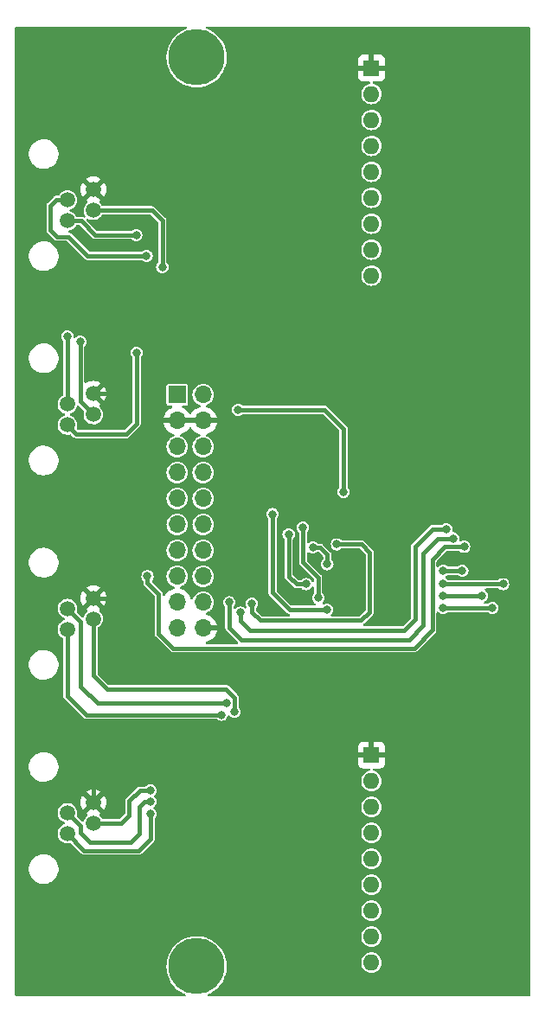
<source format=gbr>
%TF.GenerationSoftware,KiCad,Pcbnew,(6.0.8)*%
%TF.CreationDate,2022-10-14T13:46:08-03:00*%
%TF.ProjectId,epu-interface,6570752d-696e-4746-9572-666163652e6b,rev?*%
%TF.SameCoordinates,Original*%
%TF.FileFunction,Copper,L2,Bot*%
%TF.FilePolarity,Positive*%
%FSLAX46Y46*%
G04 Gerber Fmt 4.6, Leading zero omitted, Abs format (unit mm)*
G04 Created by KiCad (PCBNEW (6.0.8)) date 2022-10-14 13:46:08*
%MOMM*%
%LPD*%
G01*
G04 APERTURE LIST*
%TA.AperFunction,ComponentPad*%
%ADD10C,1.500000*%
%TD*%
%TA.AperFunction,ComponentPad*%
%ADD11C,5.500000*%
%TD*%
%TA.AperFunction,ComponentPad*%
%ADD12R,1.700000X1.700000*%
%TD*%
%TA.AperFunction,ComponentPad*%
%ADD13O,1.700000X1.700000*%
%TD*%
%TA.AperFunction,ComponentPad*%
%ADD14R,1.600000X1.600000*%
%TD*%
%TA.AperFunction,ComponentPad*%
%ADD15O,1.600000X1.600000*%
%TD*%
%TA.AperFunction,ViaPad*%
%ADD16C,0.800000*%
%TD*%
%TA.AperFunction,Conductor*%
%ADD17C,0.400000*%
%TD*%
G04 APERTURE END LIST*
D10*
%TO.P,J2,1*%
%TO.N,/Start_A*%
X91724000Y-70946200D03*
%TO.P,J2,2*%
%TO.N,/Enable_A*%
X94274000Y-69926200D03*
%TO.P,J2,3*%
%TO.N,/Halt_A*%
X91724000Y-68906200D03*
%TO.P,J2,4*%
%TO.N,GND*%
X94274000Y-67886200D03*
%TD*%
%TO.P,J5,1*%
%TO.N,/Start_I*%
X91724000Y-130946200D03*
%TO.P,J5,2*%
%TO.N,/Enable_I*%
X94274000Y-129926200D03*
%TO.P,J5,3*%
%TO.N,/Halt_I*%
X91724000Y-128906200D03*
%TO.P,J5,4*%
%TO.N,GND*%
X94274000Y-127886200D03*
%TD*%
%TO.P,J3,1*%
%TO.N,/Start_B*%
X91724000Y-90946200D03*
%TO.P,J3,2*%
%TO.N,/Enable_B*%
X94274000Y-89926200D03*
%TO.P,J3,3*%
%TO.N,/Halt_B*%
X91724000Y-88906200D03*
%TO.P,J3,4*%
%TO.N,GND*%
X94274000Y-87886200D03*
%TD*%
%TO.P,J4,1*%
%TO.N,/Start_S*%
X91724000Y-110946200D03*
%TO.P,J4,2*%
%TO.N,/Enable_S*%
X94274000Y-109926200D03*
%TO.P,J4,3*%
%TO.N,/Halt_S*%
X91724000Y-108906200D03*
%TO.P,J4,4*%
%TO.N,GND*%
X94274000Y-107886200D03*
%TD*%
D11*
%TO.P,,1*%
%TO.N,N/C*%
X104379000Y-54941200D03*
%TD*%
D12*
%TO.P,J1,1,Pin_1*%
%TO.N,+3V3*%
X102478500Y-87981200D03*
D13*
%TO.P,J1,2,Pin_2*%
X105018500Y-87981200D03*
%TO.P,J1,3,Pin_3*%
%TO.N,GND*%
X102478500Y-90521200D03*
%TO.P,J1,4,Pin_4*%
X105018500Y-90521200D03*
%TO.P,J1,5,Pin_5*%
%TO.N,+5V*%
X102478500Y-93061200D03*
%TO.P,J1,6,Pin_6*%
X105018500Y-93061200D03*
%TO.P,J1,7,Pin_7*%
%TO.N,unconnected-(J1-Pad7)*%
X102478500Y-95601200D03*
%TO.P,J1,8,Pin_8*%
%TO.N,unconnected-(J1-Pad8)*%
X105018500Y-95601200D03*
%TO.P,J1,9,Pin_9*%
%TO.N,unconnected-(J1-Pad9)*%
X102478500Y-98141200D03*
%TO.P,J1,10,Pin_10*%
%TO.N,unconnected-(J1-Pad10)*%
X105018500Y-98141200D03*
%TO.P,J1,11,Pin_11*%
%TO.N,/MISO*%
X102478500Y-100681200D03*
%TO.P,J1,12,Pin_12*%
%TO.N,/MOSI*%
X105018500Y-100681200D03*
%TO.P,J1,13,Pin_13*%
%TO.N,unconnected-(J1-Pad13)*%
X102478500Y-103221200D03*
%TO.P,J1,14,Pin_14*%
%TO.N,unconnected-(J1-Pad14)*%
X105018500Y-103221200D03*
%TO.P,J1,15,Pin_15*%
%TO.N,/CS*%
X102478500Y-105761200D03*
%TO.P,J1,16,Pin_16*%
%TO.N,unconnected-(J1-Pad16)*%
X105018500Y-105761200D03*
%TO.P,J1,17,Pin_17*%
%TO.N,GND*%
X102478500Y-108301200D03*
%TO.P,J1,18,Pin_18*%
%TO.N,/CLK*%
X105018500Y-108301200D03*
%TO.P,J1,19,Pin_19*%
%TO.N,unconnected-(J1-Pad19)*%
X102478500Y-110841200D03*
%TO.P,J1,20,Pin_20*%
%TO.N,GND*%
X105018500Y-110841200D03*
%TD*%
D11*
%TO.P,,1*%
%TO.N,N/C*%
X104379000Y-143941200D03*
%TD*%
D14*
%TO.P,RN1,1,common*%
%TO.N,GND*%
X121490000Y-123255000D03*
D15*
%TO.P,RN1,2,R1*%
%TO.N,unconnected-(RN1-Pad2)*%
X121490000Y-125795000D03*
%TO.P,RN1,3,R2*%
%TO.N,unconnected-(RN1-Pad3)*%
X121490000Y-128335000D03*
%TO.P,RN1,4,R3*%
%TO.N,Net-(RN1-Pad4)*%
X121490000Y-130875000D03*
%TO.P,RN1,5,R4*%
%TO.N,Net-(RN1-Pad5)*%
X121490000Y-133415000D03*
%TO.P,RN1,6,R5*%
%TO.N,Net-(RN1-Pad6)*%
X121490000Y-135955000D03*
%TO.P,RN1,7,R6*%
%TO.N,Net-(RN1-Pad7)*%
X121490000Y-138495000D03*
%TO.P,RN1,8,R7*%
%TO.N,Net-(RN1-Pad8)*%
X121490000Y-141035000D03*
%TO.P,RN1,9,R8*%
%TO.N,Net-(RN1-Pad9)*%
X121490000Y-143575000D03*
%TD*%
D14*
%TO.P,RN2,1,common*%
%TO.N,GND*%
X121490000Y-56000000D03*
D15*
%TO.P,RN2,2,R1*%
%TO.N,unconnected-(RN2-Pad2)*%
X121490000Y-58540000D03*
%TO.P,RN2,3,R2*%
%TO.N,unconnected-(RN2-Pad3)*%
X121490000Y-61080000D03*
%TO.P,RN2,4,R3*%
%TO.N,Net-(RN2-Pad4)*%
X121490000Y-63620000D03*
%TO.P,RN2,5,R4*%
%TO.N,Net-(RN2-Pad5)*%
X121490000Y-66160000D03*
%TO.P,RN2,6,R5*%
%TO.N,Net-(RN2-Pad6)*%
X121490000Y-68700000D03*
%TO.P,RN2,7,R6*%
%TO.N,Net-(RN2-Pad7)*%
X121490000Y-71240000D03*
%TO.P,RN2,8,R7*%
%TO.N,Net-(RN2-Pad8)*%
X121490000Y-73780000D03*
%TO.P,RN2,9,R8*%
%TO.N,Net-(RN2-Pad9)*%
X121490000Y-76320000D03*
%TD*%
D16*
%TO.N,Net-(RN2-Pad5)*%
X115095000Y-106525000D03*
%TO.N,Net-(RN2-Pad4)*%
X116270000Y-107880000D03*
X114790000Y-100980000D03*
%TO.N,Net-(RN2-Pad5)*%
X113380000Y-101650000D03*
%TO.N,Net-(RN2-Pad6)*%
X117110000Y-109030000D03*
X111810000Y-99680000D03*
%TO.N,Net-(RN2-Pad7)*%
X115750000Y-102950000D03*
X117170000Y-104570000D03*
%TO.N,+3V3*%
X108440000Y-89450000D03*
X118760000Y-97490000D03*
%TO.N,GND*%
X97500000Y-94290000D03*
%TO.N,/MOSI*%
X109780000Y-108410000D03*
%TO.N,/MISO*%
X108660000Y-109320000D03*
%TO.N,/CLK*%
X107588800Y-108301200D03*
%TO.N,/CS*%
X99570000Y-105760000D03*
X130560000Y-102870000D03*
%TO.N,/MISO*%
X128800000Y-101150000D03*
%TO.N,/CLK*%
X129480000Y-102050000D03*
%TO.N,/MOSI*%
X118105000Y-102625000D03*
%TO.N,Net-(RN1-Pad9)*%
X134370000Y-106525000D03*
%TO.N,Net-(RN1-Pad8)*%
X133320000Y-108850000D03*
%TO.N,Net-(RN1-Pad7)*%
X132310000Y-107660000D03*
%TO.N,Net-(RN1-Pad5)*%
X130380000Y-105225000D03*
%TO.N,Net-(RN1-Pad8)*%
X128500000Y-108850000D03*
%TO.N,Net-(RN1-Pad7)*%
X128500000Y-107660000D03*
%TO.N,Net-(RN1-Pad9)*%
X128500000Y-106525000D03*
%TO.N,GND*%
X99090000Y-123473800D03*
X99650000Y-66950000D03*
X99820000Y-108300000D03*
X97500000Y-87886200D03*
%TO.N,/Start_A*%
X98470000Y-72340000D03*
%TO.N,/Enable_A*%
X101020000Y-75480000D03*
%TO.N,/Halt_A*%
X99480000Y-74380000D03*
%TO.N,/Start_B*%
X98500000Y-83860000D03*
%TO.N,/Enable_B*%
X92980000Y-82810000D03*
%TO.N,/Halt_B*%
X91724000Y-82276000D03*
%TO.N,/Start_S*%
X106825000Y-119313800D03*
%TO.N,/Enable_S*%
X108095000Y-119033800D03*
%TO.N,/Halt_S*%
X107295500Y-118151966D03*
%TO.N,/Start_I*%
X99866200Y-129013800D03*
%TO.N,/Enable_I*%
X99866200Y-126740000D03*
%TO.N,/Halt_I*%
X99866200Y-127813800D03*
%TO.N,Net-(RN1-Pad5)*%
X128500000Y-105225000D03*
%TD*%
D17*
%TO.N,/CS*%
X99570000Y-106420000D02*
X99570000Y-105760000D01*
X102100000Y-112800000D02*
X100670000Y-111370000D01*
X127440000Y-111010000D02*
X125650000Y-112800000D01*
X127440000Y-104110000D02*
X127440000Y-111010000D01*
X128680000Y-102870000D02*
X127440000Y-104110000D01*
X100670000Y-111370000D02*
X100670000Y-107520000D01*
X100670000Y-107520000D02*
X99570000Y-106420000D01*
X130560000Y-102870000D02*
X128680000Y-102870000D01*
X125650000Y-112800000D02*
X102100000Y-112800000D01*
%TO.N,Net-(RN2-Pad5)*%
X114135000Y-106525000D02*
X115095000Y-106525000D01*
X113380000Y-101650000D02*
X113380000Y-105770000D01*
X113380000Y-105770000D02*
X114135000Y-106525000D01*
%TO.N,/MOSI*%
X120515000Y-102625000D02*
X118105000Y-102625000D01*
X121320000Y-109240000D02*
X121320000Y-103430000D01*
X120480000Y-110080000D02*
X121320000Y-109240000D01*
X121320000Y-103430000D02*
X120515000Y-102625000D01*
X110580000Y-110080000D02*
X120480000Y-110080000D01*
X109780000Y-108410000D02*
X109780000Y-109280000D01*
X109780000Y-109280000D02*
X110580000Y-110080000D01*
%TO.N,Net-(RN2-Pad4)*%
X116270000Y-105860000D02*
X116270000Y-107880000D01*
X114790000Y-104380000D02*
X116270000Y-105860000D01*
X114790000Y-100980000D02*
X114790000Y-104380000D01*
%TO.N,Net-(RN2-Pad6)*%
X113470000Y-109030000D02*
X117110000Y-109030000D01*
X111810000Y-107370000D02*
X113470000Y-109030000D01*
X111810000Y-99680000D02*
X111810000Y-107370000D01*
%TO.N,Net-(RN2-Pad7)*%
X117170000Y-103640000D02*
X117170000Y-104570000D01*
X116480000Y-102950000D02*
X117170000Y-103640000D01*
X115750000Y-102950000D02*
X116480000Y-102950000D01*
%TO.N,+3V3*%
X116900000Y-89450000D02*
X108440000Y-89450000D01*
X118760000Y-97490000D02*
X118760000Y-91310000D01*
X118760000Y-91310000D02*
X116900000Y-89450000D01*
%TO.N,GND*%
X97500000Y-106420000D02*
X97500000Y-94290000D01*
X99320000Y-107100000D02*
X98180000Y-107100000D01*
X99820000Y-107600000D02*
X99320000Y-107100000D01*
X98180000Y-107100000D02*
X97500000Y-106420000D01*
X99820000Y-108300000D02*
X99820000Y-107600000D01*
X96876200Y-107886200D02*
X94274000Y-107886200D01*
X97290000Y-108300000D02*
X96876200Y-107886200D01*
X99820000Y-108300000D02*
X97290000Y-108300000D01*
%TO.N,/MISO*%
X109570000Y-111030000D02*
X108660000Y-110120000D01*
X108660000Y-110120000D02*
X108660000Y-109320000D01*
X125770000Y-109960000D02*
X124700000Y-111030000D01*
X124700000Y-111030000D02*
X109570000Y-111030000D01*
X125770000Y-102850000D02*
X125770000Y-109960000D01*
X127470000Y-101150000D02*
X125770000Y-102850000D01*
X128800000Y-101150000D02*
X127470000Y-101150000D01*
%TO.N,/CLK*%
X125170000Y-111950000D02*
X108720000Y-111950000D01*
X126570000Y-110550000D02*
X125170000Y-111950000D01*
X126570000Y-103490000D02*
X126570000Y-110550000D01*
X107588800Y-110818800D02*
X107588800Y-108301200D01*
X128010000Y-102050000D02*
X126570000Y-103490000D01*
X129480000Y-102050000D02*
X128010000Y-102050000D01*
X108720000Y-111950000D02*
X107588800Y-110818800D01*
%TO.N,Net-(RN1-Pad9)*%
X134370000Y-106525000D02*
X128500000Y-106525000D01*
%TO.N,Net-(RN1-Pad8)*%
X133320000Y-108850000D02*
X128500000Y-108850000D01*
%TO.N,Net-(RN1-Pad7)*%
X132310000Y-107660000D02*
X128500000Y-107660000D01*
%TO.N,Net-(RN1-Pad5)*%
X130380000Y-105225000D02*
X128500000Y-105225000D01*
%TO.N,GND*%
X99650000Y-66950000D02*
X95210200Y-66950000D01*
X95796200Y-123473800D02*
X94274000Y-124996000D01*
X99090000Y-123473800D02*
X95796200Y-123473800D01*
X94274000Y-124996000D02*
X94274000Y-127886200D01*
X97500000Y-87886200D02*
X94274000Y-87886200D01*
X95210200Y-66950000D02*
X94274000Y-67886200D01*
%TO.N,/Start_A*%
X94460000Y-72340000D02*
X93066200Y-70946200D01*
X93066200Y-70946200D02*
X91724000Y-70946200D01*
X98470000Y-72340000D02*
X94460000Y-72340000D01*
%TO.N,/Enable_A*%
X101020000Y-70940000D02*
X100006200Y-69926200D01*
X101020000Y-75480000D02*
X101020000Y-70940000D01*
X100006200Y-69926200D02*
X94274000Y-69926200D01*
%TO.N,/Halt_A*%
X99480000Y-74380000D02*
X93720000Y-74380000D01*
X90700000Y-72510000D02*
X90070000Y-71880000D01*
X91850000Y-72510000D02*
X90700000Y-72510000D01*
X90623800Y-68906200D02*
X91724000Y-68906200D01*
X90070000Y-69460000D02*
X90623800Y-68906200D01*
X90070000Y-71880000D02*
X90070000Y-69460000D01*
X93720000Y-74380000D02*
X91850000Y-72510000D01*
%TO.N,/Start_B*%
X91724000Y-90946200D02*
X92617800Y-91840000D01*
X98500000Y-90820000D02*
X98500000Y-83860000D01*
X97480000Y-91840000D02*
X98500000Y-90820000D01*
X92617800Y-91840000D02*
X97480000Y-91840000D01*
%TO.N,/Enable_B*%
X92980000Y-88632200D02*
X92980000Y-82810000D01*
X94274000Y-89926200D02*
X92980000Y-88632200D01*
%TO.N,/Halt_B*%
X91724000Y-82276000D02*
X91724000Y-88906200D01*
%TO.N,/Start_S*%
X91724000Y-117464000D02*
X91724000Y-110946200D01*
X93573800Y-119313800D02*
X91724000Y-117464000D01*
X106825000Y-119313800D02*
X93573800Y-119313800D01*
%TO.N,/Enable_S*%
X94274000Y-109926200D02*
X94274000Y-115464000D01*
X95610000Y-116800000D02*
X107270000Y-116800000D01*
X108095000Y-117625000D02*
X108095000Y-119033800D01*
X94274000Y-115464000D02*
X95610000Y-116800000D01*
X107270000Y-116800000D02*
X108095000Y-117625000D01*
%TO.N,/Halt_S*%
X93040000Y-116530000D02*
X93040000Y-110222200D01*
X94661966Y-118151966D02*
X93040000Y-116530000D01*
X107295500Y-118151966D02*
X94661966Y-118151966D01*
X93040000Y-110222200D02*
X91724000Y-108906200D01*
%TO.N,/Start_I*%
X91724000Y-130946200D02*
X93387800Y-132610000D01*
X99866200Y-131463800D02*
X99866200Y-129013800D01*
X98720000Y-132610000D02*
X99866200Y-131463800D01*
X93387800Y-132610000D02*
X98720000Y-132610000D01*
%TO.N,/Enable_I*%
X94274000Y-129926200D02*
X96993800Y-129926200D01*
X97780000Y-129140000D02*
X97780000Y-127770000D01*
X98810000Y-126740000D02*
X99866200Y-126740000D01*
X96993800Y-129926200D02*
X97780000Y-129140000D01*
X97780000Y-127770000D02*
X98810000Y-126740000D01*
%TO.N,/Halt_I*%
X98780000Y-128310000D02*
X98780000Y-130920000D01*
X98780000Y-130920000D02*
X97910000Y-131790000D01*
X97910000Y-131790000D02*
X93930000Y-131790000D01*
X99866200Y-127813800D02*
X99276200Y-127813800D01*
X93000000Y-130860000D02*
X93000000Y-130182200D01*
X99276200Y-127813800D02*
X98780000Y-128310000D01*
X93930000Y-131790000D02*
X93000000Y-130860000D01*
X93000000Y-130182200D02*
X91724000Y-128906200D01*
%TD*%
%TA.AperFunction,Conductor*%
%TO.N,GND*%
G36*
X103405209Y-51940002D02*
G01*
X103451702Y-51993658D01*
X103461806Y-52063932D01*
X103432312Y-52128512D01*
X103377901Y-52165207D01*
X103265723Y-52203614D01*
X103265718Y-52203616D01*
X103262292Y-52204789D01*
X102955177Y-52351276D01*
X102666934Y-52532090D01*
X102664098Y-52534362D01*
X102664091Y-52534367D01*
X102509760Y-52658009D01*
X102401384Y-52744835D01*
X102162047Y-52986693D01*
X102159811Y-52989545D01*
X102159809Y-52989547D01*
X101954331Y-53251603D01*
X101952094Y-53254456D01*
X101774308Y-53544576D01*
X101772783Y-53547861D01*
X101772781Y-53547865D01*
X101663394Y-53783520D01*
X101631046Y-53853208D01*
X101524206Y-54176260D01*
X101455206Y-54509452D01*
X101424958Y-54848366D01*
X101425053Y-54851996D01*
X101425053Y-54851997D01*
X101432818Y-55148514D01*
X101433865Y-55188510D01*
X101481809Y-55525376D01*
X101568152Y-55854500D01*
X101691753Y-56171518D01*
X101850971Y-56472229D01*
X101853021Y-56475212D01*
X101853023Y-56475215D01*
X102041640Y-56749655D01*
X102041646Y-56749662D01*
X102043697Y-56752647D01*
X102267376Y-57009055D01*
X102519044Y-57238055D01*
X102521992Y-57240173D01*
X102521994Y-57240175D01*
X102603133Y-57298479D01*
X102795364Y-57436611D01*
X103092674Y-57602092D01*
X103407035Y-57732304D01*
X103410529Y-57733299D01*
X103410531Y-57733300D01*
X103730777Y-57824525D01*
X103730782Y-57824526D01*
X103734278Y-57825522D01*
X103927204Y-57857115D01*
X104066485Y-57879923D01*
X104066492Y-57879924D01*
X104070066Y-57880509D01*
X104240007Y-57888523D01*
X104406322Y-57896367D01*
X104406323Y-57896367D01*
X104409949Y-57896538D01*
X104419272Y-57895902D01*
X104745791Y-57873643D01*
X104745799Y-57873642D01*
X104749422Y-57873395D01*
X104752998Y-57872732D01*
X104753000Y-57872732D01*
X105080421Y-57812048D01*
X105080425Y-57812047D01*
X105083986Y-57811387D01*
X105409205Y-57711337D01*
X105720769Y-57574570D01*
X106014549Y-57402899D01*
X106114302Y-57328002D01*
X106283743Y-57200782D01*
X106283747Y-57200779D01*
X106286650Y-57198599D01*
X106533467Y-56964379D01*
X106633560Y-56844669D01*
X120182001Y-56844669D01*
X120182371Y-56851490D01*
X120187895Y-56902352D01*
X120191521Y-56917604D01*
X120236676Y-57038054D01*
X120245214Y-57053649D01*
X120321715Y-57155724D01*
X120334276Y-57168285D01*
X120436351Y-57244786D01*
X120451946Y-57253324D01*
X120572394Y-57298478D01*
X120587649Y-57302105D01*
X120638514Y-57307631D01*
X120645328Y-57308000D01*
X121257866Y-57308000D01*
X121325987Y-57328002D01*
X121372480Y-57381658D01*
X121382584Y-57451932D01*
X121353090Y-57516512D01*
X121293445Y-57554871D01*
X121113393Y-57607864D01*
X121107928Y-57610721D01*
X120944972Y-57695912D01*
X120944968Y-57695915D01*
X120939512Y-57698767D01*
X120934712Y-57702627D01*
X120934711Y-57702627D01*
X120923878Y-57711337D01*
X120786600Y-57821711D01*
X120660480Y-57972016D01*
X120657516Y-57977408D01*
X120657513Y-57977412D01*
X120578813Y-58120567D01*
X120565956Y-58143954D01*
X120506628Y-58330978D01*
X120484757Y-58525963D01*
X120501175Y-58721483D01*
X120555258Y-58910091D01*
X120558076Y-58915574D01*
X120642123Y-59079113D01*
X120642126Y-59079117D01*
X120644944Y-59084601D01*
X120766818Y-59238369D01*
X120916238Y-59365535D01*
X120921616Y-59368541D01*
X120921618Y-59368542D01*
X120957932Y-59388837D01*
X121087513Y-59461257D01*
X121274118Y-59521889D01*
X121468946Y-59545121D01*
X121475081Y-59544649D01*
X121475083Y-59544649D01*
X121658434Y-59530541D01*
X121658438Y-59530540D01*
X121664576Y-59530068D01*
X121853556Y-59477303D01*
X122028689Y-59388837D01*
X122058515Y-59365535D01*
X122178453Y-59271829D01*
X122183303Y-59268040D01*
X122213084Y-59233539D01*
X122307485Y-59124173D01*
X122307485Y-59124172D01*
X122311509Y-59119511D01*
X122408425Y-58948909D01*
X122470358Y-58762732D01*
X122494949Y-58568071D01*
X122495341Y-58540000D01*
X122476194Y-58344728D01*
X122474413Y-58338829D01*
X122474412Y-58338824D01*
X122421265Y-58162793D01*
X122419484Y-58156894D01*
X122327370Y-57983653D01*
X122203361Y-57831602D01*
X122052180Y-57706535D01*
X121879585Y-57613213D01*
X121692152Y-57555193D01*
X121692671Y-57553517D01*
X121637320Y-57524123D01*
X121602574Y-57462211D01*
X121606816Y-57391341D01*
X121648699Y-57334015D01*
X121714927Y-57308433D01*
X121725375Y-57307999D01*
X122334669Y-57307999D01*
X122341490Y-57307629D01*
X122392352Y-57302105D01*
X122407604Y-57298479D01*
X122528054Y-57253324D01*
X122543649Y-57244786D01*
X122645724Y-57168285D01*
X122658285Y-57155724D01*
X122734786Y-57053649D01*
X122743324Y-57038054D01*
X122788478Y-56917606D01*
X122792105Y-56902351D01*
X122797631Y-56851486D01*
X122798000Y-56844672D01*
X122798000Y-56272115D01*
X122793525Y-56256876D01*
X122792135Y-56255671D01*
X122784452Y-56254000D01*
X120200116Y-56254000D01*
X120184877Y-56258475D01*
X120183672Y-56259865D01*
X120182001Y-56267548D01*
X120182001Y-56844669D01*
X106633560Y-56844669D01*
X106751727Y-56703343D01*
X106901579Y-56475215D01*
X106936551Y-56421976D01*
X106936556Y-56421967D01*
X106938538Y-56418950D01*
X107020659Y-56255671D01*
X107089797Y-56118207D01*
X107089800Y-56118199D01*
X107091424Y-56114971D01*
X107188028Y-55850988D01*
X107207110Y-55798845D01*
X107207113Y-55798835D01*
X107208358Y-55795433D01*
X107209203Y-55791911D01*
X107209206Y-55791903D01*
X107224575Y-55727885D01*
X120182000Y-55727885D01*
X120186475Y-55743124D01*
X120187865Y-55744329D01*
X120195548Y-55746000D01*
X121217885Y-55746000D01*
X121233124Y-55741525D01*
X121234329Y-55740135D01*
X121236000Y-55732452D01*
X121236000Y-55727885D01*
X121744000Y-55727885D01*
X121748475Y-55743124D01*
X121749865Y-55744329D01*
X121757548Y-55746000D01*
X122779884Y-55746000D01*
X122795123Y-55741525D01*
X122796328Y-55740135D01*
X122797999Y-55732452D01*
X122797999Y-55155331D01*
X122797629Y-55148510D01*
X122792105Y-55097648D01*
X122788479Y-55082396D01*
X122743324Y-54961946D01*
X122734786Y-54946351D01*
X122658285Y-54844276D01*
X122645724Y-54831715D01*
X122543649Y-54755214D01*
X122528054Y-54746676D01*
X122407606Y-54701522D01*
X122392351Y-54697895D01*
X122341486Y-54692369D01*
X122334672Y-54692000D01*
X121762115Y-54692000D01*
X121746876Y-54696475D01*
X121745671Y-54697865D01*
X121744000Y-54705548D01*
X121744000Y-55727885D01*
X121236000Y-55727885D01*
X121236000Y-54710116D01*
X121231525Y-54694877D01*
X121230135Y-54693672D01*
X121222452Y-54692001D01*
X120645331Y-54692001D01*
X120638510Y-54692371D01*
X120587648Y-54697895D01*
X120572396Y-54701521D01*
X120451946Y-54746676D01*
X120436351Y-54755214D01*
X120334276Y-54831715D01*
X120321715Y-54844276D01*
X120245214Y-54946351D01*
X120236676Y-54961946D01*
X120191522Y-55082394D01*
X120187895Y-55097649D01*
X120182369Y-55148514D01*
X120182000Y-55155328D01*
X120182000Y-55727885D01*
X107224575Y-55727885D01*
X107286943Y-55468103D01*
X107286944Y-55468099D01*
X107287790Y-55464574D01*
X107320763Y-55192101D01*
X107328332Y-55129556D01*
X107328333Y-55129549D01*
X107328668Y-55126777D01*
X107329584Y-55097649D01*
X107334412Y-54943997D01*
X107334500Y-54941200D01*
X107329147Y-54848366D01*
X107315122Y-54605123D01*
X107315121Y-54605118D01*
X107314913Y-54601503D01*
X107256412Y-54266309D01*
X107230793Y-54179818D01*
X107160805Y-53943545D01*
X107159773Y-53940060D01*
X107122728Y-53853208D01*
X107027699Y-53630418D01*
X107026276Y-53627081D01*
X106857691Y-53331519D01*
X106656252Y-53057293D01*
X106424629Y-52808038D01*
X106421875Y-52805686D01*
X106421871Y-52805682D01*
X106326831Y-52724510D01*
X106165893Y-52587056D01*
X106162890Y-52585038D01*
X106162882Y-52585032D01*
X105987072Y-52466894D01*
X105883472Y-52397277D01*
X105581110Y-52241216D01*
X105376408Y-52163866D01*
X105319755Y-52121076D01*
X105295230Y-52054450D01*
X105310618Y-51985142D01*
X105361035Y-51935155D01*
X105420946Y-51920000D01*
X136873000Y-51920000D01*
X136941121Y-51940002D01*
X136987614Y-51993658D01*
X136999000Y-52046000D01*
X136999000Y-146783946D01*
X136978998Y-146852067D01*
X136925342Y-146898560D01*
X136872950Y-146909946D01*
X105585508Y-146897528D01*
X105517396Y-146877499D01*
X105470925Y-146823825D01*
X105460849Y-146753547D01*
X105490367Y-146688978D01*
X105534913Y-146656155D01*
X105717441Y-146576031D01*
X105717443Y-146576030D01*
X105720769Y-146574570D01*
X106014549Y-146402899D01*
X106017458Y-146400715D01*
X106283743Y-146200782D01*
X106283747Y-146200779D01*
X106286650Y-146198599D01*
X106533467Y-145964379D01*
X106751727Y-145703343D01*
X106901579Y-145475215D01*
X106936551Y-145421976D01*
X106936556Y-145421967D01*
X106938538Y-145418950D01*
X107064685Y-145168136D01*
X107089797Y-145118207D01*
X107089800Y-145118199D01*
X107091424Y-145114971D01*
X107188028Y-144850988D01*
X107207110Y-144798845D01*
X107207113Y-144798835D01*
X107208358Y-144795433D01*
X107209203Y-144791911D01*
X107209206Y-144791903D01*
X107286943Y-144468103D01*
X107286944Y-144468099D01*
X107287790Y-144464574D01*
X107307338Y-144303040D01*
X107328332Y-144129556D01*
X107328333Y-144129549D01*
X107328668Y-144126777D01*
X107334500Y-143941200D01*
X107329147Y-143848366D01*
X107315122Y-143605123D01*
X107315121Y-143605118D01*
X107314913Y-143601503D01*
X107307838Y-143560963D01*
X120484757Y-143560963D01*
X120501175Y-143756483D01*
X120555258Y-143945091D01*
X120558076Y-143950574D01*
X120642123Y-144114113D01*
X120642126Y-144114117D01*
X120644944Y-144119601D01*
X120766818Y-144273369D01*
X120916238Y-144400535D01*
X120921616Y-144403541D01*
X120921618Y-144403542D01*
X120957932Y-144423837D01*
X121087513Y-144496257D01*
X121274118Y-144556889D01*
X121468946Y-144580121D01*
X121475081Y-144579649D01*
X121475083Y-144579649D01*
X121658434Y-144565541D01*
X121658438Y-144565540D01*
X121664576Y-144565068D01*
X121853556Y-144512303D01*
X122028689Y-144423837D01*
X122058515Y-144400535D01*
X122178453Y-144306829D01*
X122183303Y-144303040D01*
X122213084Y-144268539D01*
X122307485Y-144159173D01*
X122307485Y-144159172D01*
X122311509Y-144154511D01*
X122325686Y-144129556D01*
X122405378Y-143989272D01*
X122408425Y-143983909D01*
X122470358Y-143797732D01*
X122494949Y-143603071D01*
X122495341Y-143575000D01*
X122476194Y-143379728D01*
X122474413Y-143373829D01*
X122474412Y-143373824D01*
X122421265Y-143197793D01*
X122419484Y-143191894D01*
X122327370Y-143018653D01*
X122203361Y-142866602D01*
X122052180Y-142741535D01*
X121879585Y-142648213D01*
X121785868Y-142619203D01*
X121698039Y-142592015D01*
X121698036Y-142592014D01*
X121692152Y-142590193D01*
X121686027Y-142589549D01*
X121686026Y-142589549D01*
X121503147Y-142570327D01*
X121503146Y-142570327D01*
X121497019Y-142569683D01*
X121374383Y-142580844D01*
X121307759Y-142586907D01*
X121307758Y-142586907D01*
X121301618Y-142587466D01*
X121295704Y-142589207D01*
X121295702Y-142589207D01*
X121177708Y-142623935D01*
X121113393Y-142642864D01*
X121107928Y-142645721D01*
X120944972Y-142730912D01*
X120944968Y-142730915D01*
X120939512Y-142733767D01*
X120934712Y-142737627D01*
X120934711Y-142737627D01*
X120900326Y-142765273D01*
X120786600Y-142856711D01*
X120660480Y-143007016D01*
X120657516Y-143012408D01*
X120657513Y-143012412D01*
X120578813Y-143155567D01*
X120565956Y-143178954D01*
X120506628Y-143365978D01*
X120484757Y-143560963D01*
X107307838Y-143560963D01*
X107298228Y-143505902D01*
X107257036Y-143269882D01*
X107257034Y-143269875D01*
X107256412Y-143266309D01*
X107234370Y-143191894D01*
X107181636Y-143013869D01*
X107159773Y-142940060D01*
X107128441Y-142866602D01*
X107036539Y-142651143D01*
X107026276Y-142627081D01*
X107004869Y-142589549D01*
X106859482Y-142334659D01*
X106857691Y-142331519D01*
X106656252Y-142057293D01*
X106564133Y-141958161D01*
X106427101Y-141810698D01*
X106427099Y-141810697D01*
X106424629Y-141808038D01*
X106421875Y-141805686D01*
X106421871Y-141805682D01*
X106326831Y-141724510D01*
X106165893Y-141587056D01*
X106162890Y-141585038D01*
X106162882Y-141585032D01*
X105952868Y-141443909D01*
X105883472Y-141397277D01*
X105581110Y-141241216D01*
X105262815Y-141120943D01*
X104932805Y-141038050D01*
X104803016Y-141020963D01*
X120484757Y-141020963D01*
X120501175Y-141216483D01*
X120555258Y-141405091D01*
X120558076Y-141410574D01*
X120642123Y-141574113D01*
X120642126Y-141574117D01*
X120644944Y-141579601D01*
X120766818Y-141733369D01*
X120771511Y-141737363D01*
X120771512Y-141737364D01*
X120857680Y-141810698D01*
X120916238Y-141860535D01*
X120921616Y-141863541D01*
X120921618Y-141863542D01*
X120957932Y-141883837D01*
X121087513Y-141956257D01*
X121274118Y-142016889D01*
X121468946Y-142040121D01*
X121475081Y-142039649D01*
X121475083Y-142039649D01*
X121658434Y-142025541D01*
X121658438Y-142025540D01*
X121664576Y-142025068D01*
X121853556Y-141972303D01*
X122028689Y-141883837D01*
X122058515Y-141860535D01*
X122178453Y-141766829D01*
X122183303Y-141763040D01*
X122200977Y-141742565D01*
X122307485Y-141619173D01*
X122307485Y-141619172D01*
X122311509Y-141614511D01*
X122408425Y-141443909D01*
X122470358Y-141257732D01*
X122494949Y-141063071D01*
X122495341Y-141035000D01*
X122476194Y-140839728D01*
X122474413Y-140833829D01*
X122474412Y-140833824D01*
X122421265Y-140657793D01*
X122419484Y-140651894D01*
X122327370Y-140478653D01*
X122203361Y-140326602D01*
X122052180Y-140201535D01*
X121879585Y-140108213D01*
X121785869Y-140079203D01*
X121698039Y-140052015D01*
X121698036Y-140052014D01*
X121692152Y-140050193D01*
X121686027Y-140049549D01*
X121686026Y-140049549D01*
X121503147Y-140030327D01*
X121503146Y-140030327D01*
X121497019Y-140029683D01*
X121374383Y-140040844D01*
X121307759Y-140046907D01*
X121307758Y-140046907D01*
X121301618Y-140047466D01*
X121295704Y-140049207D01*
X121295702Y-140049207D01*
X121166734Y-140087165D01*
X121113393Y-140102864D01*
X121107928Y-140105721D01*
X120944972Y-140190912D01*
X120944968Y-140190915D01*
X120939512Y-140193767D01*
X120934712Y-140197627D01*
X120934711Y-140197627D01*
X120900326Y-140225273D01*
X120786600Y-140316711D01*
X120660480Y-140467016D01*
X120657516Y-140472408D01*
X120657513Y-140472412D01*
X120578813Y-140615567D01*
X120565956Y-140638954D01*
X120506628Y-140825978D01*
X120484757Y-141020963D01*
X104803016Y-141020963D01*
X104790627Y-141019332D01*
X104599059Y-140994111D01*
X104599051Y-140994110D01*
X104595455Y-140993637D01*
X104453428Y-140991406D01*
X104258879Y-140988349D01*
X104258875Y-140988349D01*
X104255237Y-140988292D01*
X104251623Y-140988653D01*
X104251617Y-140988653D01*
X104014277Y-141012343D01*
X103916658Y-141022087D01*
X103584207Y-141094573D01*
X103580780Y-141095746D01*
X103580774Y-141095748D01*
X103265718Y-141203616D01*
X103262292Y-141204789D01*
X102955177Y-141351276D01*
X102666934Y-141532090D01*
X102664098Y-141534362D01*
X102664091Y-141534367D01*
X102570743Y-141609153D01*
X102401384Y-141744835D01*
X102162047Y-141986693D01*
X102159811Y-141989545D01*
X102159809Y-141989547D01*
X101954331Y-142251603D01*
X101952094Y-142254456D01*
X101774308Y-142544576D01*
X101772783Y-142547861D01*
X101772781Y-142547865D01*
X101729493Y-142641122D01*
X101631046Y-142853208D01*
X101524206Y-143176260D01*
X101523470Y-143179815D01*
X101523469Y-143179818D01*
X101483293Y-143373824D01*
X101455206Y-143509452D01*
X101446538Y-143606575D01*
X101433159Y-143756483D01*
X101424958Y-143848366D01*
X101425053Y-143851996D01*
X101425053Y-143851997D01*
X101432175Y-144123986D01*
X101433865Y-144188510D01*
X101481809Y-144525376D01*
X101568152Y-144854500D01*
X101691753Y-145171518D01*
X101850971Y-145472229D01*
X101853021Y-145475212D01*
X101853023Y-145475215D01*
X102041640Y-145749655D01*
X102041646Y-145749662D01*
X102043697Y-145752647D01*
X102267376Y-146009055D01*
X102519044Y-146238055D01*
X102795364Y-146436611D01*
X103092674Y-146602092D01*
X103096023Y-146603479D01*
X103218378Y-146654160D01*
X103273659Y-146698708D01*
X103296080Y-146766072D01*
X103278522Y-146834863D01*
X103226560Y-146883241D01*
X103170110Y-146896569D01*
X92318609Y-146892262D01*
X86730950Y-146890044D01*
X86662837Y-146870015D01*
X86616366Y-146816341D01*
X86605000Y-146764044D01*
X86605000Y-138480963D01*
X120484757Y-138480963D01*
X120501175Y-138676483D01*
X120555258Y-138865091D01*
X120558076Y-138870574D01*
X120642123Y-139034113D01*
X120642126Y-139034117D01*
X120644944Y-139039601D01*
X120766818Y-139193369D01*
X120916238Y-139320535D01*
X120921616Y-139323541D01*
X120921618Y-139323542D01*
X120957932Y-139343837D01*
X121087513Y-139416257D01*
X121274118Y-139476889D01*
X121468946Y-139500121D01*
X121475081Y-139499649D01*
X121475083Y-139499649D01*
X121658434Y-139485541D01*
X121658438Y-139485540D01*
X121664576Y-139485068D01*
X121853556Y-139432303D01*
X122028689Y-139343837D01*
X122058515Y-139320535D01*
X122178453Y-139226829D01*
X122183303Y-139223040D01*
X122213084Y-139188539D01*
X122307485Y-139079173D01*
X122307485Y-139079172D01*
X122311509Y-139074511D01*
X122408425Y-138903909D01*
X122470358Y-138717732D01*
X122494949Y-138523071D01*
X122495341Y-138495000D01*
X122476194Y-138299728D01*
X122474413Y-138293829D01*
X122474412Y-138293824D01*
X122421265Y-138117793D01*
X122419484Y-138111894D01*
X122327370Y-137938653D01*
X122203361Y-137786602D01*
X122052180Y-137661535D01*
X121879585Y-137568213D01*
X121785868Y-137539203D01*
X121698039Y-137512015D01*
X121698036Y-137512014D01*
X121692152Y-137510193D01*
X121686027Y-137509549D01*
X121686026Y-137509549D01*
X121503147Y-137490327D01*
X121503146Y-137490327D01*
X121497019Y-137489683D01*
X121374383Y-137500844D01*
X121307759Y-137506907D01*
X121307758Y-137506907D01*
X121301618Y-137507466D01*
X121295704Y-137509207D01*
X121295702Y-137509207D01*
X121166734Y-137547165D01*
X121113393Y-137562864D01*
X121107928Y-137565721D01*
X120944972Y-137650912D01*
X120944968Y-137650915D01*
X120939512Y-137653767D01*
X120934712Y-137657627D01*
X120934711Y-137657627D01*
X120900326Y-137685273D01*
X120786600Y-137776711D01*
X120660480Y-137927016D01*
X120657516Y-137932408D01*
X120657513Y-137932412D01*
X120578813Y-138075567D01*
X120565956Y-138098954D01*
X120506628Y-138285978D01*
X120484757Y-138480963D01*
X86605000Y-138480963D01*
X86605000Y-135940963D01*
X120484757Y-135940963D01*
X120501175Y-136136483D01*
X120555258Y-136325091D01*
X120558076Y-136330574D01*
X120642123Y-136494113D01*
X120642126Y-136494117D01*
X120644944Y-136499601D01*
X120766818Y-136653369D01*
X120916238Y-136780535D01*
X120921616Y-136783541D01*
X120921618Y-136783542D01*
X120957932Y-136803837D01*
X121087513Y-136876257D01*
X121274118Y-136936889D01*
X121468946Y-136960121D01*
X121475081Y-136959649D01*
X121475083Y-136959649D01*
X121658434Y-136945541D01*
X121658438Y-136945540D01*
X121664576Y-136945068D01*
X121853556Y-136892303D01*
X122028689Y-136803837D01*
X122058515Y-136780535D01*
X122178453Y-136686829D01*
X122183303Y-136683040D01*
X122213084Y-136648539D01*
X122307485Y-136539173D01*
X122307485Y-136539172D01*
X122311509Y-136534511D01*
X122408425Y-136363909D01*
X122470358Y-136177732D01*
X122494949Y-135983071D01*
X122495341Y-135955000D01*
X122476194Y-135759728D01*
X122474413Y-135753829D01*
X122474412Y-135753824D01*
X122421265Y-135577793D01*
X122419484Y-135571894D01*
X122327370Y-135398653D01*
X122203361Y-135246602D01*
X122052180Y-135121535D01*
X121879585Y-135028213D01*
X121785869Y-134999203D01*
X121698039Y-134972015D01*
X121698036Y-134972014D01*
X121692152Y-134970193D01*
X121686027Y-134969549D01*
X121686026Y-134969549D01*
X121503147Y-134950327D01*
X121503146Y-134950327D01*
X121497019Y-134949683D01*
X121374383Y-134960844D01*
X121307759Y-134966907D01*
X121307758Y-134966907D01*
X121301618Y-134967466D01*
X121295704Y-134969207D01*
X121295702Y-134969207D01*
X121166734Y-135007165D01*
X121113393Y-135022864D01*
X121107928Y-135025721D01*
X120944972Y-135110912D01*
X120944968Y-135110915D01*
X120939512Y-135113767D01*
X120934712Y-135117627D01*
X120934711Y-135117627D01*
X120900326Y-135145273D01*
X120786600Y-135236711D01*
X120660480Y-135387016D01*
X120657516Y-135392408D01*
X120657513Y-135392412D01*
X120650717Y-135404774D01*
X120565956Y-135558954D01*
X120564095Y-135564821D01*
X120564094Y-135564823D01*
X120559980Y-135577793D01*
X120506628Y-135745978D01*
X120484757Y-135940963D01*
X86605000Y-135940963D01*
X86605000Y-134517729D01*
X87952074Y-134517729D01*
X87988153Y-134753502D01*
X88062255Y-134980218D01*
X88064643Y-134984806D01*
X88064645Y-134984810D01*
X88170001Y-135187197D01*
X88172390Y-135191786D01*
X88175493Y-135195919D01*
X88175495Y-135195922D01*
X88312497Y-135378390D01*
X88315602Y-135382525D01*
X88488042Y-135547313D01*
X88492314Y-135550227D01*
X88492315Y-135550228D01*
X88520354Y-135569355D01*
X88685082Y-135681725D01*
X88793255Y-135731937D01*
X88896733Y-135779970D01*
X88896736Y-135779971D01*
X88901428Y-135782149D01*
X89131272Y-135845891D01*
X89136409Y-135846440D01*
X89322651Y-135866344D01*
X89322659Y-135866344D01*
X89325986Y-135866700D01*
X89464463Y-135866700D01*
X89467036Y-135866488D01*
X89467047Y-135866488D01*
X89636565Y-135852551D01*
X89636571Y-135852550D01*
X89641716Y-135852127D01*
X89757382Y-135823074D01*
X89868037Y-135795280D01*
X89868041Y-135795279D01*
X89873048Y-135794021D01*
X89877781Y-135791963D01*
X89877784Y-135791962D01*
X90087047Y-135700972D01*
X90087050Y-135700970D01*
X90091784Y-135698912D01*
X90292049Y-135569355D01*
X90303480Y-135558954D01*
X90464642Y-135412307D01*
X90464643Y-135412305D01*
X90468464Y-135408829D01*
X90471663Y-135404778D01*
X90471667Y-135404774D01*
X90613091Y-135225700D01*
X90613093Y-135225696D01*
X90616293Y-135221645D01*
X90731564Y-135012831D01*
X90744855Y-134975300D01*
X90809459Y-134792863D01*
X90809460Y-134792861D01*
X90811183Y-134787994D01*
X90853012Y-134553172D01*
X90854913Y-134397618D01*
X90855863Y-134319840D01*
X90855863Y-134319838D01*
X90855926Y-134314671D01*
X90819847Y-134078898D01*
X90745745Y-133852182D01*
X90727981Y-133818056D01*
X90637999Y-133645203D01*
X90637998Y-133645202D01*
X90635610Y-133640614D01*
X90610147Y-133606700D01*
X90495503Y-133454010D01*
X90495501Y-133454008D01*
X90492398Y-133449875D01*
X90441215Y-133400963D01*
X120484757Y-133400963D01*
X120501175Y-133596483D01*
X120555258Y-133785091D01*
X120558076Y-133790574D01*
X120642123Y-133954113D01*
X120642126Y-133954117D01*
X120644944Y-133959601D01*
X120766818Y-134113369D01*
X120916238Y-134240535D01*
X120921616Y-134243541D01*
X120921618Y-134243542D01*
X120957932Y-134263837D01*
X121087513Y-134336257D01*
X121274118Y-134396889D01*
X121468946Y-134420121D01*
X121475081Y-134419649D01*
X121475083Y-134419649D01*
X121658434Y-134405541D01*
X121658438Y-134405540D01*
X121664576Y-134405068D01*
X121853556Y-134352303D01*
X122028689Y-134263837D01*
X122058515Y-134240535D01*
X122178453Y-134146829D01*
X122183303Y-134143040D01*
X122213084Y-134108539D01*
X122307485Y-133999173D01*
X122307485Y-133999172D01*
X122311509Y-133994511D01*
X122408425Y-133823909D01*
X122470358Y-133637732D01*
X122494949Y-133443071D01*
X122495341Y-133415000D01*
X122476194Y-133219728D01*
X122474413Y-133213829D01*
X122474412Y-133213824D01*
X122421265Y-133037793D01*
X122419484Y-133031894D01*
X122327370Y-132858653D01*
X122203361Y-132706602D01*
X122052180Y-132581535D01*
X121879585Y-132488213D01*
X121785868Y-132459203D01*
X121698039Y-132432015D01*
X121698036Y-132432014D01*
X121692152Y-132430193D01*
X121686027Y-132429549D01*
X121686026Y-132429549D01*
X121503147Y-132410327D01*
X121503146Y-132410327D01*
X121497019Y-132409683D01*
X121374383Y-132420844D01*
X121307759Y-132426907D01*
X121307758Y-132426907D01*
X121301618Y-132427466D01*
X121295704Y-132429207D01*
X121295702Y-132429207D01*
X121166734Y-132467165D01*
X121113393Y-132482864D01*
X121107928Y-132485721D01*
X120944972Y-132570912D01*
X120944968Y-132570915D01*
X120939512Y-132573767D01*
X120934712Y-132577627D01*
X120934711Y-132577627D01*
X120900326Y-132605273D01*
X120786600Y-132696711D01*
X120660480Y-132847016D01*
X120657516Y-132852408D01*
X120657513Y-132852412D01*
X120622835Y-132915491D01*
X120565956Y-133018954D01*
X120506628Y-133205978D01*
X120484757Y-133400963D01*
X90441215Y-133400963D01*
X90319958Y-133285087D01*
X90122918Y-133150675D01*
X90014745Y-133100463D01*
X89911267Y-133052430D01*
X89911264Y-133052429D01*
X89906572Y-133050251D01*
X89676728Y-132986509D01*
X89668784Y-132985660D01*
X89485349Y-132966056D01*
X89485341Y-132966056D01*
X89482014Y-132965700D01*
X89343537Y-132965700D01*
X89340964Y-132965912D01*
X89340953Y-132965912D01*
X89171435Y-132979849D01*
X89171429Y-132979850D01*
X89166284Y-132980273D01*
X89050618Y-133009326D01*
X88939963Y-133037120D01*
X88939959Y-133037121D01*
X88934952Y-133038379D01*
X88930219Y-133040437D01*
X88930216Y-133040438D01*
X88720953Y-133131428D01*
X88720950Y-133131430D01*
X88716216Y-133133488D01*
X88515951Y-133263045D01*
X88512128Y-133266524D01*
X88512125Y-133266526D01*
X88343358Y-133420093D01*
X88339536Y-133423571D01*
X88336337Y-133427622D01*
X88336333Y-133427626D01*
X88202978Y-133596483D01*
X88191707Y-133610755D01*
X88189211Y-133615276D01*
X88189210Y-133615278D01*
X88172691Y-133645203D01*
X88076436Y-133819569D01*
X88074712Y-133824438D01*
X88074710Y-133824442D01*
X88016383Y-133989153D01*
X87996817Y-134044406D01*
X87990673Y-134078898D01*
X87957730Y-134263837D01*
X87954988Y-134279228D01*
X87954925Y-134284391D01*
X87953542Y-134397618D01*
X87952074Y-134517729D01*
X86605000Y-134517729D01*
X86605000Y-130932865D01*
X90768994Y-130932865D01*
X90769510Y-130939009D01*
X90782890Y-131098342D01*
X90784592Y-131118614D01*
X90786291Y-131124539D01*
X90828829Y-131272887D01*
X90835971Y-131297795D01*
X90838790Y-131303280D01*
X90916513Y-131454511D01*
X90921176Y-131463585D01*
X91036959Y-131609668D01*
X91178912Y-131730479D01*
X91341627Y-131821417D01*
X91518907Y-131879019D01*
X91703998Y-131901090D01*
X91710133Y-131900618D01*
X91710135Y-131900618D01*
X91883710Y-131887262D01*
X91883715Y-131887261D01*
X91889851Y-131886789D01*
X91895786Y-131885132D01*
X91981808Y-131861115D01*
X92052798Y-131862062D01*
X92104786Y-131893379D01*
X93126891Y-132915484D01*
X93126895Y-132915487D01*
X93149458Y-132938050D01*
X93158292Y-132942551D01*
X93158293Y-132942552D01*
X93169057Y-132948037D01*
X93185913Y-132958366D01*
X93203711Y-132971297D01*
X93224636Y-132978096D01*
X93242897Y-132985660D01*
X93247276Y-132987891D01*
X93262496Y-132995646D01*
X93272289Y-132997197D01*
X93284222Y-132999087D01*
X93303448Y-133003703D01*
X93314933Y-133007435D01*
X93314935Y-133007435D01*
X93324367Y-133010500D01*
X98783433Y-133010500D01*
X98792864Y-133007436D01*
X98792868Y-133007435D01*
X98804353Y-133003703D01*
X98823578Y-132999087D01*
X98835512Y-132997197D01*
X98835513Y-132997197D01*
X98845304Y-132995646D01*
X98854137Y-132991145D01*
X98854141Y-132991144D01*
X98864906Y-132985659D01*
X98883166Y-132978095D01*
X98904090Y-132971296D01*
X98921893Y-132958361D01*
X98938745Y-132948035D01*
X98949502Y-132942554D01*
X98958342Y-132938050D01*
X98980905Y-132915487D01*
X98980909Y-132915484D01*
X100171684Y-131724709D01*
X100171687Y-131724705D01*
X100194250Y-131702142D01*
X100198752Y-131693307D01*
X100204237Y-131682543D01*
X100214566Y-131665687D01*
X100221667Y-131655913D01*
X100227497Y-131647889D01*
X100234296Y-131626964D01*
X100241860Y-131608703D01*
X100247344Y-131597940D01*
X100247344Y-131597939D01*
X100251846Y-131589104D01*
X100255287Y-131567378D01*
X100259903Y-131548152D01*
X100263635Y-131536667D01*
X100263635Y-131536665D01*
X100266700Y-131527233D01*
X100266700Y-130860963D01*
X120484757Y-130860963D01*
X120501175Y-131056483D01*
X120555258Y-131245091D01*
X120558076Y-131250574D01*
X120642123Y-131414113D01*
X120642126Y-131414117D01*
X120644944Y-131419601D01*
X120766818Y-131573369D01*
X120771511Y-131577363D01*
X120771512Y-131577364D01*
X120884719Y-131673710D01*
X120916238Y-131700535D01*
X120921616Y-131703541D01*
X120921618Y-131703542D01*
X120957932Y-131723837D01*
X121087513Y-131796257D01*
X121274118Y-131856889D01*
X121468946Y-131880121D01*
X121475081Y-131879649D01*
X121475083Y-131879649D01*
X121658434Y-131865541D01*
X121658438Y-131865540D01*
X121664576Y-131865068D01*
X121853556Y-131812303D01*
X122028689Y-131723837D01*
X122056458Y-131702142D01*
X122115628Y-131655913D01*
X122183303Y-131603040D01*
X122187706Y-131597940D01*
X122307485Y-131459173D01*
X122307485Y-131459172D01*
X122311509Y-131454511D01*
X122408425Y-131283909D01*
X122470358Y-131097732D01*
X122494949Y-130903071D01*
X122495341Y-130875000D01*
X122476194Y-130679728D01*
X122474413Y-130673829D01*
X122474412Y-130673824D01*
X122421265Y-130497793D01*
X122419484Y-130491894D01*
X122327370Y-130318653D01*
X122203361Y-130166602D01*
X122052180Y-130041535D01*
X121879585Y-129948213D01*
X121760716Y-129911417D01*
X121698039Y-129892015D01*
X121698036Y-129892014D01*
X121692152Y-129890193D01*
X121686027Y-129889549D01*
X121686026Y-129889549D01*
X121503147Y-129870327D01*
X121503146Y-129870327D01*
X121497019Y-129869683D01*
X121374383Y-129880844D01*
X121307759Y-129886907D01*
X121307758Y-129886907D01*
X121301618Y-129887466D01*
X121295704Y-129889207D01*
X121295702Y-129889207D01*
X121220240Y-129911417D01*
X121113393Y-129942864D01*
X121107928Y-129945721D01*
X120944972Y-130030912D01*
X120944968Y-130030915D01*
X120939512Y-130033767D01*
X120934712Y-130037627D01*
X120934711Y-130037627D01*
X120923485Y-130046653D01*
X120786600Y-130156711D01*
X120660480Y-130307016D01*
X120657516Y-130312408D01*
X120657513Y-130312412D01*
X120602766Y-130411997D01*
X120565956Y-130478954D01*
X120506628Y-130665978D01*
X120484757Y-130860963D01*
X100266700Y-130860963D01*
X100266700Y-129520531D01*
X100286702Y-129452410D01*
X100294818Y-129442340D01*
X100294482Y-129442082D01*
X100373081Y-129339649D01*
X100390736Y-129316641D01*
X100451244Y-129170562D01*
X100471882Y-129013800D01*
X100451244Y-128857038D01*
X100390736Y-128710959D01*
X100294482Y-128585518D01*
X100280935Y-128575123D01*
X100200969Y-128513763D01*
X100159102Y-128456425D01*
X100154880Y-128385554D01*
X100189644Y-128323651D01*
X100192746Y-128320963D01*
X120484757Y-128320963D01*
X120501175Y-128516483D01*
X120555258Y-128705091D01*
X120558076Y-128710574D01*
X120642123Y-128874113D01*
X120642126Y-128874117D01*
X120644944Y-128879601D01*
X120766818Y-129033369D01*
X120771511Y-129037363D01*
X120771512Y-129037364D01*
X120876843Y-129127007D01*
X120916238Y-129160535D01*
X120921616Y-129163541D01*
X120921618Y-129163542D01*
X120992995Y-129203433D01*
X121087513Y-129256257D01*
X121274118Y-129316889D01*
X121468946Y-129340121D01*
X121475081Y-129339649D01*
X121475083Y-129339649D01*
X121658434Y-129325541D01*
X121658438Y-129325540D01*
X121664576Y-129325068D01*
X121853556Y-129272303D01*
X122028689Y-129183837D01*
X122045681Y-129170562D01*
X122121045Y-129111681D01*
X122183303Y-129063040D01*
X122198246Y-129045729D01*
X122307485Y-128919173D01*
X122307485Y-128919172D01*
X122311509Y-128914511D01*
X122316231Y-128906200D01*
X122405378Y-128749272D01*
X122408425Y-128743909D01*
X122470358Y-128557732D01*
X122494949Y-128363071D01*
X122495341Y-128335000D01*
X122476194Y-128139728D01*
X122474413Y-128133829D01*
X122474412Y-128133824D01*
X122421265Y-127957793D01*
X122419484Y-127951894D01*
X122327370Y-127778653D01*
X122203361Y-127626602D01*
X122052180Y-127501535D01*
X121879585Y-127408213D01*
X121746612Y-127367051D01*
X121698039Y-127352015D01*
X121698036Y-127352014D01*
X121692152Y-127350193D01*
X121686027Y-127349549D01*
X121686026Y-127349549D01*
X121503147Y-127330327D01*
X121503146Y-127330327D01*
X121497019Y-127329683D01*
X121374383Y-127340844D01*
X121307759Y-127346907D01*
X121307758Y-127346907D01*
X121301618Y-127347466D01*
X121295704Y-127349207D01*
X121295702Y-127349207D01*
X121235074Y-127367051D01*
X121113393Y-127402864D01*
X121107928Y-127405721D01*
X120944972Y-127490912D01*
X120944968Y-127490915D01*
X120939512Y-127493767D01*
X120934712Y-127497627D01*
X120934711Y-127497627D01*
X120910106Y-127517410D01*
X120786600Y-127616711D01*
X120660480Y-127767016D01*
X120657516Y-127772408D01*
X120657513Y-127772412D01*
X120593327Y-127889166D01*
X120565956Y-127938954D01*
X120564095Y-127944821D01*
X120564094Y-127944823D01*
X120555929Y-127970562D01*
X120506628Y-128125978D01*
X120484757Y-128320963D01*
X100192746Y-128320963D01*
X100200969Y-128313837D01*
X100287936Y-128247105D01*
X100294482Y-128242082D01*
X100390736Y-128116641D01*
X100451244Y-127970562D01*
X100471882Y-127813800D01*
X100451244Y-127657038D01*
X100390736Y-127510959D01*
X100294482Y-127385518D01*
X100287936Y-127380495D01*
X100287934Y-127380493D01*
X100283201Y-127376861D01*
X100241335Y-127319522D01*
X100237114Y-127248651D01*
X100271880Y-127186749D01*
X100283201Y-127176939D01*
X100287934Y-127173307D01*
X100287936Y-127173305D01*
X100294482Y-127168282D01*
X100390736Y-127042841D01*
X100451244Y-126896762D01*
X100471882Y-126740000D01*
X100451244Y-126583238D01*
X100390736Y-126437159D01*
X100294482Y-126311718D01*
X100169041Y-126215464D01*
X100022962Y-126154956D01*
X99866200Y-126134318D01*
X99709438Y-126154956D01*
X99563359Y-126215464D01*
X99437918Y-126311718D01*
X99436128Y-126309386D01*
X99386252Y-126336621D01*
X99359469Y-126339500D01*
X98746567Y-126339500D01*
X98737136Y-126342564D01*
X98737132Y-126342565D01*
X98725647Y-126346297D01*
X98706422Y-126350913D01*
X98694488Y-126352803D01*
X98694487Y-126352803D01*
X98684696Y-126354354D01*
X98675863Y-126358855D01*
X98675859Y-126358856D01*
X98665094Y-126364341D01*
X98646834Y-126371905D01*
X98625910Y-126378704D01*
X98608107Y-126391639D01*
X98591254Y-126401965D01*
X98571658Y-126411950D01*
X98549095Y-126434513D01*
X98549091Y-126434516D01*
X97474516Y-127509091D01*
X97474513Y-127509095D01*
X97451950Y-127531658D01*
X97447446Y-127540498D01*
X97441965Y-127551255D01*
X97431639Y-127568107D01*
X97418704Y-127585910D01*
X97411907Y-127606830D01*
X97404341Y-127625094D01*
X97398856Y-127635859D01*
X97398855Y-127635863D01*
X97394354Y-127644696D01*
X97392803Y-127654487D01*
X97392803Y-127654488D01*
X97390913Y-127666422D01*
X97386297Y-127685647D01*
X97382565Y-127697132D01*
X97382564Y-127697136D01*
X97379500Y-127706567D01*
X97379500Y-128921917D01*
X97359498Y-128990038D01*
X97342595Y-129011012D01*
X96864812Y-129488795D01*
X96802500Y-129522821D01*
X96775717Y-129525700D01*
X95213312Y-129525700D01*
X95145191Y-129505698D01*
X95102061Y-129458853D01*
X95072416Y-129403098D01*
X95072414Y-129403095D01*
X95069522Y-129397656D01*
X95065632Y-129392886D01*
X95065629Y-129392882D01*
X94955605Y-129257980D01*
X94955602Y-129257977D01*
X94951710Y-129253205D01*
X94891547Y-129203433D01*
X94877251Y-129191606D01*
X94837513Y-129132772D01*
X94835892Y-129061794D01*
X94872901Y-129001207D01*
X94896151Y-128985761D01*
X94895652Y-128984897D01*
X94909912Y-128976664D01*
X94951148Y-128947790D01*
X94959523Y-128937312D01*
X94952457Y-128923868D01*
X94286811Y-128258221D01*
X94272868Y-128250608D01*
X94271034Y-128250739D01*
X94264420Y-128254990D01*
X93594820Y-128924591D01*
X93588393Y-128936361D01*
X93597687Y-128948375D01*
X93638088Y-128976664D01*
X93652348Y-128984897D01*
X93651164Y-128986948D01*
X93696890Y-129027186D01*
X93716371Y-129095458D01*
X93695849Y-129163424D01*
X93669327Y-129192691D01*
X93610558Y-129239943D01*
X93610553Y-129239948D01*
X93605752Y-129243808D01*
X93485935Y-129386601D01*
X93482971Y-129391993D01*
X93482968Y-129391997D01*
X93429753Y-129488795D01*
X93396135Y-129549946D01*
X93394273Y-129555815D01*
X93394272Y-129555818D01*
X93347536Y-129703149D01*
X93307873Y-129762034D01*
X93242671Y-129790126D01*
X93172631Y-129778509D01*
X93138339Y-129754146D01*
X92672106Y-129287913D01*
X92638080Y-129225601D01*
X92641643Y-129159048D01*
X92655364Y-129117801D01*
X92665526Y-129037364D01*
X92678285Y-128936370D01*
X92678286Y-128936361D01*
X92678727Y-128932868D01*
X92679099Y-128906200D01*
X92660909Y-128720687D01*
X92659128Y-128714788D01*
X92659127Y-128714783D01*
X92608814Y-128548139D01*
X92607033Y-128542240D01*
X92561404Y-128456425D01*
X92522416Y-128383098D01*
X92522414Y-128383095D01*
X92519522Y-128377656D01*
X92515632Y-128372886D01*
X92515629Y-128372882D01*
X92405605Y-128237980D01*
X92405602Y-128237977D01*
X92401710Y-128233205D01*
X92396056Y-128228527D01*
X92281580Y-128133824D01*
X92258085Y-128114387D01*
X92094116Y-128025729D01*
X92005082Y-127998169D01*
X91921936Y-127972431D01*
X91921933Y-127972430D01*
X91916049Y-127970609D01*
X91909924Y-127969965D01*
X91909923Y-127969965D01*
X91736796Y-127951768D01*
X91736795Y-127951768D01*
X91730668Y-127951124D01*
X91657387Y-127957793D01*
X91551171Y-127967459D01*
X91551168Y-127967460D01*
X91545032Y-127968018D01*
X91539122Y-127969757D01*
X91539119Y-127969758D01*
X91372129Y-128018907D01*
X91366214Y-128020648D01*
X91201023Y-128107007D01*
X91055752Y-128223808D01*
X90935935Y-128366601D01*
X90932971Y-128371993D01*
X90932968Y-128371997D01*
X90884609Y-128459962D01*
X90846135Y-128529946D01*
X90844274Y-128535813D01*
X90844273Y-128535815D01*
X90832856Y-128571807D01*
X90789772Y-128707624D01*
X90768994Y-128892865D01*
X90769510Y-128899009D01*
X90783180Y-129061794D01*
X90784592Y-129078614D01*
X90786291Y-129084539D01*
X90828829Y-129232887D01*
X90835971Y-129257795D01*
X90838790Y-129263280D01*
X90914026Y-129409672D01*
X90921176Y-129423585D01*
X91036959Y-129569668D01*
X91178912Y-129690479D01*
X91341627Y-129781417D01*
X91417124Y-129805947D01*
X91475729Y-129846020D01*
X91503366Y-129911417D01*
X91491259Y-129981374D01*
X91443253Y-130033680D01*
X91413763Y-130046653D01*
X91372129Y-130058907D01*
X91366214Y-130060648D01*
X91201023Y-130147007D01*
X91055752Y-130263808D01*
X90935935Y-130406601D01*
X90932971Y-130411993D01*
X90932968Y-130411997D01*
X90858256Y-130547899D01*
X90846135Y-130569946D01*
X90844274Y-130575813D01*
X90844273Y-130575815D01*
X90793651Y-130735395D01*
X90789772Y-130747624D01*
X90768994Y-130932865D01*
X86605000Y-130932865D01*
X86605000Y-127891675D01*
X93011674Y-127891675D01*
X93029901Y-128100004D01*
X93031804Y-128110799D01*
X93085928Y-128312795D01*
X93089674Y-128323087D01*
X93178054Y-128512617D01*
X93183534Y-128522107D01*
X93212411Y-128563349D01*
X93222887Y-128571723D01*
X93236334Y-128564655D01*
X93901979Y-127899011D01*
X93908356Y-127887332D01*
X94638408Y-127887332D01*
X94638539Y-127889166D01*
X94642790Y-127895780D01*
X95312391Y-128565380D01*
X95324161Y-128571807D01*
X95336176Y-128562511D01*
X95364466Y-128522107D01*
X95369946Y-128512617D01*
X95458326Y-128323087D01*
X95462072Y-128312795D01*
X95516196Y-128110799D01*
X95518099Y-128100004D01*
X95536326Y-127891675D01*
X95536326Y-127880725D01*
X95518099Y-127672396D01*
X95516196Y-127661601D01*
X95462072Y-127459605D01*
X95458326Y-127449313D01*
X95369946Y-127259783D01*
X95364466Y-127250293D01*
X95335589Y-127209051D01*
X95325113Y-127200677D01*
X95311666Y-127207745D01*
X94646021Y-127873389D01*
X94638408Y-127887332D01*
X93908356Y-127887332D01*
X93909592Y-127885068D01*
X93909461Y-127883234D01*
X93905210Y-127876620D01*
X93235609Y-127207020D01*
X93223839Y-127200593D01*
X93211824Y-127209889D01*
X93183534Y-127250293D01*
X93178054Y-127259783D01*
X93089674Y-127449313D01*
X93085928Y-127459605D01*
X93031804Y-127661601D01*
X93029901Y-127672396D01*
X93011674Y-127880725D01*
X93011674Y-127891675D01*
X86605000Y-127891675D01*
X86605000Y-126835087D01*
X93588477Y-126835087D01*
X93595545Y-126848534D01*
X94261189Y-127514179D01*
X94275132Y-127521792D01*
X94276966Y-127521661D01*
X94283580Y-127517410D01*
X94953180Y-126847809D01*
X94959607Y-126836039D01*
X94950313Y-126824025D01*
X94909912Y-126795736D01*
X94900416Y-126790253D01*
X94710887Y-126701874D01*
X94700595Y-126698128D01*
X94498599Y-126644004D01*
X94487804Y-126642101D01*
X94279475Y-126623874D01*
X94268525Y-126623874D01*
X94060196Y-126642101D01*
X94049401Y-126644004D01*
X93847405Y-126698128D01*
X93837113Y-126701874D01*
X93647583Y-126790254D01*
X93638093Y-126795734D01*
X93596851Y-126824611D01*
X93588477Y-126835087D01*
X86605000Y-126835087D01*
X86605000Y-124517729D01*
X87952074Y-124517729D01*
X87988153Y-124753502D01*
X88062255Y-124980218D01*
X88064643Y-124984806D01*
X88064645Y-124984810D01*
X88117635Y-125086602D01*
X88172390Y-125191786D01*
X88175493Y-125195919D01*
X88175495Y-125195922D01*
X88312497Y-125378390D01*
X88315602Y-125382525D01*
X88488042Y-125547313D01*
X88492314Y-125550227D01*
X88492315Y-125550228D01*
X88553693Y-125592097D01*
X88685082Y-125681725D01*
X88793255Y-125731937D01*
X88896733Y-125779970D01*
X88896736Y-125779971D01*
X88901428Y-125782149D01*
X89131272Y-125845891D01*
X89136409Y-125846440D01*
X89322651Y-125866344D01*
X89322659Y-125866344D01*
X89325986Y-125866700D01*
X89464463Y-125866700D01*
X89467036Y-125866488D01*
X89467047Y-125866488D01*
X89636565Y-125852551D01*
X89636571Y-125852550D01*
X89641716Y-125852127D01*
X89771428Y-125819546D01*
X89868037Y-125795280D01*
X89868041Y-125795279D01*
X89873048Y-125794021D01*
X89877781Y-125791963D01*
X89877784Y-125791962D01*
X90087047Y-125700972D01*
X90087050Y-125700970D01*
X90091784Y-125698912D01*
X90292049Y-125569355D01*
X90313070Y-125550228D01*
X90464642Y-125412307D01*
X90464643Y-125412305D01*
X90468464Y-125408829D01*
X90471663Y-125404778D01*
X90471667Y-125404774D01*
X90613091Y-125225700D01*
X90613093Y-125225696D01*
X90616293Y-125221645D01*
X90731564Y-125012831D01*
X90744855Y-124975300D01*
X90809459Y-124792863D01*
X90809460Y-124792861D01*
X90811183Y-124787994D01*
X90838141Y-124636658D01*
X90852106Y-124558260D01*
X90852106Y-124558256D01*
X90853012Y-124553172D01*
X90855926Y-124314671D01*
X90823025Y-124099669D01*
X120182001Y-124099669D01*
X120182371Y-124106490D01*
X120187895Y-124157352D01*
X120191521Y-124172604D01*
X120236676Y-124293054D01*
X120245214Y-124308649D01*
X120321715Y-124410724D01*
X120334276Y-124423285D01*
X120436351Y-124499786D01*
X120451946Y-124508324D01*
X120572394Y-124553478D01*
X120587649Y-124557105D01*
X120638514Y-124562631D01*
X120645328Y-124563000D01*
X121257866Y-124563000D01*
X121325987Y-124583002D01*
X121372480Y-124636658D01*
X121382584Y-124706932D01*
X121353090Y-124771512D01*
X121293445Y-124809871D01*
X121113393Y-124862864D01*
X121107928Y-124865721D01*
X120944972Y-124950912D01*
X120944968Y-124950915D01*
X120939512Y-124953767D01*
X120934712Y-124957627D01*
X120934711Y-124957627D01*
X120912730Y-124975300D01*
X120786600Y-125076711D01*
X120660480Y-125227016D01*
X120657516Y-125232408D01*
X120657513Y-125232412D01*
X120578813Y-125375567D01*
X120565956Y-125398954D01*
X120506628Y-125585978D01*
X120484757Y-125780963D01*
X120501175Y-125976483D01*
X120555258Y-126165091D01*
X120558076Y-126170574D01*
X120642123Y-126334113D01*
X120642126Y-126334117D01*
X120644944Y-126339601D01*
X120766818Y-126493369D01*
X120916238Y-126620535D01*
X120921616Y-126623541D01*
X120921618Y-126623542D01*
X120954826Y-126642101D01*
X121087513Y-126716257D01*
X121274118Y-126776889D01*
X121468946Y-126800121D01*
X121475081Y-126799649D01*
X121475083Y-126799649D01*
X121658434Y-126785541D01*
X121658438Y-126785540D01*
X121664576Y-126785068D01*
X121853556Y-126732303D01*
X122028689Y-126643837D01*
X122058515Y-126620535D01*
X122178453Y-126526829D01*
X122183303Y-126523040D01*
X122213084Y-126488539D01*
X122307485Y-126379173D01*
X122307485Y-126379172D01*
X122311509Y-126374511D01*
X122314730Y-126368842D01*
X122399005Y-126220491D01*
X122408425Y-126203909D01*
X122470358Y-126017732D01*
X122494949Y-125823071D01*
X122495341Y-125795000D01*
X122476194Y-125599728D01*
X122474413Y-125593829D01*
X122474412Y-125593824D01*
X122421265Y-125417793D01*
X122419484Y-125411894D01*
X122327370Y-125238653D01*
X122203361Y-125086602D01*
X122052180Y-124961535D01*
X121879585Y-124868213D01*
X121692152Y-124810193D01*
X121692671Y-124808517D01*
X121637320Y-124779123D01*
X121602574Y-124717211D01*
X121606816Y-124646341D01*
X121648699Y-124589015D01*
X121714927Y-124563433D01*
X121725375Y-124562999D01*
X122334669Y-124562999D01*
X122341490Y-124562629D01*
X122392352Y-124557105D01*
X122407604Y-124553479D01*
X122528054Y-124508324D01*
X122543649Y-124499786D01*
X122645724Y-124423285D01*
X122658285Y-124410724D01*
X122734786Y-124308649D01*
X122743324Y-124293054D01*
X122788478Y-124172606D01*
X122792105Y-124157351D01*
X122797631Y-124106486D01*
X122798000Y-124099672D01*
X122798000Y-123527115D01*
X122793525Y-123511876D01*
X122792135Y-123510671D01*
X122784452Y-123509000D01*
X120200116Y-123509000D01*
X120184877Y-123513475D01*
X120183672Y-123514865D01*
X120182001Y-123522548D01*
X120182001Y-124099669D01*
X90823025Y-124099669D01*
X90819847Y-124078898D01*
X90745745Y-123852182D01*
X90635610Y-123640614D01*
X90610147Y-123606700D01*
X90495503Y-123454010D01*
X90495501Y-123454008D01*
X90492398Y-123449875D01*
X90319958Y-123285087D01*
X90122918Y-123150675D01*
X90014745Y-123100463D01*
X89911267Y-123052430D01*
X89911264Y-123052429D01*
X89906572Y-123050251D01*
X89676728Y-122986509D01*
X89642818Y-122982885D01*
X120182000Y-122982885D01*
X120186475Y-122998124D01*
X120187865Y-122999329D01*
X120195548Y-123001000D01*
X121217885Y-123001000D01*
X121233124Y-122996525D01*
X121234329Y-122995135D01*
X121236000Y-122987452D01*
X121236000Y-122982885D01*
X121744000Y-122982885D01*
X121748475Y-122998124D01*
X121749865Y-122999329D01*
X121757548Y-123001000D01*
X122779884Y-123001000D01*
X122795123Y-122996525D01*
X122796328Y-122995135D01*
X122797999Y-122987452D01*
X122797999Y-122410331D01*
X122797629Y-122403510D01*
X122792105Y-122352648D01*
X122788479Y-122337396D01*
X122743324Y-122216946D01*
X122734786Y-122201351D01*
X122658285Y-122099276D01*
X122645724Y-122086715D01*
X122543649Y-122010214D01*
X122528054Y-122001676D01*
X122407606Y-121956522D01*
X122392351Y-121952895D01*
X122341486Y-121947369D01*
X122334672Y-121947000D01*
X121762115Y-121947000D01*
X121746876Y-121951475D01*
X121745671Y-121952865D01*
X121744000Y-121960548D01*
X121744000Y-122982885D01*
X121236000Y-122982885D01*
X121236000Y-121965116D01*
X121231525Y-121949877D01*
X121230135Y-121948672D01*
X121222452Y-121947001D01*
X120645331Y-121947001D01*
X120638510Y-121947371D01*
X120587648Y-121952895D01*
X120572396Y-121956521D01*
X120451946Y-122001676D01*
X120436351Y-122010214D01*
X120334276Y-122086715D01*
X120321715Y-122099276D01*
X120245214Y-122201351D01*
X120236676Y-122216946D01*
X120191522Y-122337394D01*
X120187895Y-122352649D01*
X120182369Y-122403514D01*
X120182000Y-122410328D01*
X120182000Y-122982885D01*
X89642818Y-122982885D01*
X89485349Y-122966056D01*
X89485341Y-122966056D01*
X89482014Y-122965700D01*
X89343537Y-122965700D01*
X89340964Y-122965912D01*
X89340953Y-122965912D01*
X89171435Y-122979849D01*
X89171429Y-122979850D01*
X89166284Y-122980273D01*
X89083766Y-123001000D01*
X88939963Y-123037120D01*
X88939959Y-123037121D01*
X88934952Y-123038379D01*
X88930219Y-123040437D01*
X88930216Y-123040438D01*
X88720953Y-123131428D01*
X88720950Y-123131430D01*
X88716216Y-123133488D01*
X88515951Y-123263045D01*
X88512128Y-123266524D01*
X88512125Y-123266526D01*
X88343358Y-123420093D01*
X88339536Y-123423571D01*
X88336337Y-123427622D01*
X88336333Y-123427626D01*
X88194909Y-123606700D01*
X88191707Y-123610755D01*
X88076436Y-123819569D01*
X88074712Y-123824438D01*
X88074710Y-123824442D01*
X87998541Y-124039537D01*
X87996817Y-124044406D01*
X87954988Y-124279228D01*
X87952074Y-124517729D01*
X86605000Y-124517729D01*
X86605000Y-114517729D01*
X87952074Y-114517729D01*
X87988153Y-114753502D01*
X88062255Y-114980218D01*
X88172390Y-115191786D01*
X88175493Y-115195919D01*
X88175495Y-115195922D01*
X88279928Y-115335012D01*
X88315602Y-115382525D01*
X88488042Y-115547313D01*
X88685082Y-115681725D01*
X88793255Y-115731937D01*
X88896733Y-115779970D01*
X88896736Y-115779971D01*
X88901428Y-115782149D01*
X89131272Y-115845891D01*
X89136409Y-115846440D01*
X89322651Y-115866344D01*
X89322659Y-115866344D01*
X89325986Y-115866700D01*
X89464463Y-115866700D01*
X89467036Y-115866488D01*
X89467047Y-115866488D01*
X89636565Y-115852551D01*
X89636571Y-115852550D01*
X89641716Y-115852127D01*
X89757382Y-115823074D01*
X89868037Y-115795280D01*
X89868041Y-115795279D01*
X89873048Y-115794021D01*
X89877781Y-115791963D01*
X89877784Y-115791962D01*
X90087047Y-115700972D01*
X90087050Y-115700970D01*
X90091784Y-115698912D01*
X90292049Y-115569355D01*
X90304766Y-115557784D01*
X90464642Y-115412307D01*
X90464643Y-115412305D01*
X90468464Y-115408829D01*
X90471663Y-115404778D01*
X90471667Y-115404774D01*
X90613091Y-115225700D01*
X90613093Y-115225696D01*
X90616293Y-115221645D01*
X90731564Y-115012831D01*
X90744855Y-114975300D01*
X90809459Y-114792863D01*
X90809460Y-114792861D01*
X90811183Y-114787994D01*
X90853012Y-114553172D01*
X90855926Y-114314671D01*
X90819847Y-114078898D01*
X90745745Y-113852182D01*
X90635610Y-113640614D01*
X90610147Y-113606700D01*
X90495503Y-113454010D01*
X90495501Y-113454008D01*
X90492398Y-113449875D01*
X90319958Y-113285087D01*
X90195959Y-113200500D01*
X90127197Y-113153594D01*
X90122918Y-113150675D01*
X90014745Y-113100463D01*
X89911267Y-113052430D01*
X89911264Y-113052429D01*
X89906572Y-113050251D01*
X89676728Y-112986509D01*
X89671591Y-112985960D01*
X89485349Y-112966056D01*
X89485341Y-112966056D01*
X89482014Y-112965700D01*
X89343537Y-112965700D01*
X89340964Y-112965912D01*
X89340953Y-112965912D01*
X89171435Y-112979849D01*
X89171429Y-112979850D01*
X89166284Y-112980273D01*
X89050618Y-113009326D01*
X88939963Y-113037120D01*
X88939959Y-113037121D01*
X88934952Y-113038379D01*
X88930219Y-113040437D01*
X88930216Y-113040438D01*
X88720953Y-113131428D01*
X88720950Y-113131430D01*
X88716216Y-113133488D01*
X88515951Y-113263045D01*
X88512128Y-113266524D01*
X88512125Y-113266526D01*
X88343358Y-113420093D01*
X88339536Y-113423571D01*
X88336337Y-113427622D01*
X88336333Y-113427626D01*
X88194909Y-113606700D01*
X88191707Y-113610755D01*
X88076436Y-113819569D01*
X88074712Y-113824438D01*
X88074710Y-113824442D01*
X87998541Y-114039537D01*
X87996817Y-114044406D01*
X87954988Y-114279228D01*
X87952074Y-114517729D01*
X86605000Y-114517729D01*
X86605000Y-110932865D01*
X90768994Y-110932865D01*
X90769510Y-110939009D01*
X90781325Y-111079705D01*
X90784592Y-111118614D01*
X90786291Y-111124539D01*
X90829695Y-111275907D01*
X90835971Y-111297795D01*
X90838790Y-111303280D01*
X90916422Y-111454334D01*
X90921176Y-111463585D01*
X91036959Y-111609668D01*
X91178912Y-111730479D01*
X91184290Y-111733485D01*
X91184292Y-111733486D01*
X91258970Y-111775222D01*
X91308676Y-111825916D01*
X91323500Y-111885210D01*
X91323500Y-117527433D01*
X91326564Y-117536864D01*
X91326565Y-117536868D01*
X91330297Y-117548353D01*
X91334913Y-117567578D01*
X91338354Y-117589304D01*
X91342855Y-117598137D01*
X91342856Y-117598141D01*
X91348341Y-117608906D01*
X91355905Y-117627166D01*
X91362704Y-117648090D01*
X91375639Y-117665893D01*
X91385965Y-117682745D01*
X91395950Y-117702342D01*
X91418513Y-117724905D01*
X91418516Y-117724909D01*
X93245750Y-119552142D01*
X93335458Y-119641850D01*
X93344292Y-119646351D01*
X93344293Y-119646352D01*
X93355059Y-119651838D01*
X93371916Y-119662168D01*
X93389710Y-119675096D01*
X93410632Y-119681894D01*
X93428893Y-119689458D01*
X93439661Y-119694945D01*
X93439665Y-119694946D01*
X93448496Y-119699446D01*
X93458285Y-119700997D01*
X93458293Y-119700999D01*
X93470227Y-119702889D01*
X93489447Y-119707503D01*
X93500933Y-119711235D01*
X93500940Y-119711236D01*
X93510367Y-119714299D01*
X93542277Y-119714299D01*
X93542281Y-119714300D01*
X106318269Y-119714300D01*
X106386390Y-119734302D01*
X106396460Y-119742418D01*
X106396718Y-119742082D01*
X106522159Y-119838336D01*
X106668238Y-119898844D01*
X106825000Y-119919482D01*
X106833188Y-119918404D01*
X106973574Y-119899922D01*
X106981762Y-119898844D01*
X107127841Y-119838336D01*
X107253282Y-119742082D01*
X107349536Y-119616641D01*
X107410044Y-119470562D01*
X107411121Y-119462380D01*
X107411205Y-119462067D01*
X107448156Y-119401445D01*
X107512017Y-119370423D01*
X107582512Y-119378853D01*
X107632874Y-119417976D01*
X107661692Y-119455533D01*
X107661695Y-119455536D01*
X107666718Y-119462082D01*
X107673264Y-119467105D01*
X107702918Y-119489859D01*
X107792159Y-119558336D01*
X107938238Y-119618844D01*
X107946426Y-119619922D01*
X108016619Y-119629163D01*
X108095000Y-119639482D01*
X108103188Y-119638404D01*
X108243574Y-119619922D01*
X108251762Y-119618844D01*
X108397841Y-119558336D01*
X108487082Y-119489859D01*
X108516736Y-119467105D01*
X108523282Y-119462082D01*
X108619536Y-119336641D01*
X108680044Y-119190562D01*
X108684458Y-119157038D01*
X108699604Y-119041988D01*
X108700682Y-119033800D01*
X108680044Y-118877038D01*
X108619536Y-118730959D01*
X108523282Y-118605518D01*
X108525614Y-118603728D01*
X108498379Y-118553852D01*
X108495500Y-118527069D01*
X108495500Y-117593481D01*
X108495499Y-117593475D01*
X108495499Y-117561567D01*
X108492436Y-117552140D01*
X108492435Y-117552133D01*
X108488703Y-117540647D01*
X108484089Y-117521427D01*
X108482199Y-117509493D01*
X108482197Y-117509485D01*
X108480646Y-117499696D01*
X108476146Y-117490865D01*
X108476145Y-117490861D01*
X108470658Y-117480093D01*
X108463094Y-117461832D01*
X108456296Y-117440910D01*
X108443368Y-117423116D01*
X108433038Y-117406259D01*
X108427552Y-117395493D01*
X108427551Y-117395492D01*
X108423050Y-117386658D01*
X108333342Y-117296950D01*
X107530909Y-116494516D01*
X107530905Y-116494513D01*
X107508342Y-116471950D01*
X107488746Y-116461965D01*
X107471893Y-116451639D01*
X107454090Y-116438704D01*
X107433166Y-116431905D01*
X107414906Y-116424341D01*
X107404141Y-116418856D01*
X107404137Y-116418855D01*
X107395304Y-116414354D01*
X107385513Y-116412803D01*
X107385512Y-116412803D01*
X107373578Y-116410913D01*
X107354353Y-116406297D01*
X107342868Y-116402565D01*
X107342864Y-116402564D01*
X107333433Y-116399500D01*
X95828082Y-116399500D01*
X95759961Y-116379498D01*
X95738987Y-116362595D01*
X94711405Y-115335012D01*
X94677379Y-115272700D01*
X94674500Y-115245917D01*
X94674500Y-110866338D01*
X94694502Y-110798217D01*
X94743690Y-110753872D01*
X94780267Y-110735396D01*
X94780269Y-110735395D01*
X94785768Y-110732617D01*
X94899469Y-110643784D01*
X94927794Y-110621654D01*
X94927795Y-110621653D01*
X94932655Y-110617856D01*
X95054454Y-110476750D01*
X95146526Y-110314674D01*
X95205364Y-110137801D01*
X95220988Y-110014126D01*
X95228285Y-109956370D01*
X95228286Y-109956363D01*
X95228727Y-109952868D01*
X95229099Y-109926200D01*
X95210909Y-109740687D01*
X95209128Y-109734788D01*
X95209127Y-109734783D01*
X95158814Y-109568139D01*
X95157033Y-109562240D01*
X95102002Y-109458741D01*
X95072416Y-109403098D01*
X95072414Y-109403095D01*
X95069522Y-109397656D01*
X95065632Y-109392886D01*
X95065629Y-109392882D01*
X94955605Y-109257980D01*
X94955602Y-109257977D01*
X94951710Y-109253205D01*
X94880617Y-109194391D01*
X94877251Y-109191606D01*
X94837513Y-109132772D01*
X94835892Y-109061794D01*
X94872901Y-109001207D01*
X94896151Y-108985761D01*
X94895652Y-108984897D01*
X94909912Y-108976664D01*
X94951148Y-108947790D01*
X94959523Y-108937312D01*
X94952457Y-108923868D01*
X94286811Y-108258221D01*
X94272868Y-108250608D01*
X94271034Y-108250739D01*
X94264420Y-108254990D01*
X93594820Y-108924591D01*
X93588393Y-108936361D01*
X93597687Y-108948375D01*
X93638088Y-108976664D01*
X93652348Y-108984897D01*
X93651164Y-108986948D01*
X93696890Y-109027186D01*
X93716371Y-109095458D01*
X93695849Y-109163424D01*
X93669327Y-109192691D01*
X93610558Y-109239943D01*
X93610553Y-109239948D01*
X93605752Y-109243808D01*
X93485935Y-109386601D01*
X93482971Y-109391993D01*
X93482968Y-109391997D01*
X93412745Y-109519732D01*
X93396135Y-109549946D01*
X93394273Y-109555815D01*
X93394272Y-109555818D01*
X93347536Y-109703149D01*
X93307873Y-109762034D01*
X93242671Y-109790126D01*
X93172631Y-109778509D01*
X93138339Y-109754146D01*
X92672106Y-109287913D01*
X92638080Y-109225601D01*
X92641643Y-109159048D01*
X92655364Y-109117801D01*
X92670426Y-108998574D01*
X92678285Y-108936370D01*
X92678286Y-108936361D01*
X92678727Y-108932868D01*
X92679099Y-108906200D01*
X92660909Y-108720687D01*
X92659128Y-108714788D01*
X92659127Y-108714783D01*
X92608814Y-108548139D01*
X92607033Y-108542240D01*
X92554733Y-108443878D01*
X92522416Y-108383098D01*
X92522414Y-108383095D01*
X92519522Y-108377656D01*
X92515632Y-108372886D01*
X92515629Y-108372882D01*
X92405605Y-108237980D01*
X92405602Y-108237977D01*
X92401710Y-108233205D01*
X92396056Y-108228527D01*
X92307222Y-108155037D01*
X92258085Y-108114387D01*
X92094116Y-108025729D01*
X91973084Y-107988264D01*
X91921936Y-107972431D01*
X91921933Y-107972430D01*
X91916049Y-107970609D01*
X91909924Y-107969965D01*
X91909923Y-107969965D01*
X91736796Y-107951768D01*
X91736795Y-107951768D01*
X91730668Y-107951124D01*
X91652549Y-107958233D01*
X91551171Y-107967459D01*
X91551168Y-107967460D01*
X91545032Y-107968018D01*
X91539122Y-107969757D01*
X91539119Y-107969758D01*
X91425421Y-108003222D01*
X91366214Y-108020648D01*
X91201023Y-108107007D01*
X91055752Y-108223808D01*
X90935935Y-108366601D01*
X90932971Y-108371993D01*
X90932968Y-108371997D01*
X90876532Y-108474654D01*
X90846135Y-108529946D01*
X90844274Y-108535813D01*
X90844273Y-108535815D01*
X90793692Y-108695266D01*
X90789772Y-108707624D01*
X90768994Y-108892865D01*
X90769510Y-108899009D01*
X90783180Y-109061794D01*
X90784592Y-109078614D01*
X90786291Y-109084539D01*
X90828829Y-109232887D01*
X90835971Y-109257795D01*
X90859426Y-109303433D01*
X90916589Y-109414659D01*
X90921176Y-109423585D01*
X91036959Y-109569668D01*
X91178912Y-109690479D01*
X91184290Y-109693485D01*
X91184292Y-109693486D01*
X91243969Y-109726838D01*
X91341627Y-109781417D01*
X91417124Y-109805947D01*
X91475729Y-109846020D01*
X91503366Y-109911417D01*
X91491259Y-109981374D01*
X91443253Y-110033680D01*
X91413763Y-110046653D01*
X91372129Y-110058907D01*
X91366214Y-110060648D01*
X91201023Y-110147007D01*
X91055752Y-110263808D01*
X90935935Y-110406601D01*
X90932971Y-110411993D01*
X90932968Y-110411997D01*
X90894807Y-110481412D01*
X90846135Y-110569946D01*
X90844274Y-110575813D01*
X90844273Y-110575815D01*
X90794065Y-110734090D01*
X90789772Y-110747624D01*
X90768994Y-110932865D01*
X86605000Y-110932865D01*
X86605000Y-107891675D01*
X93011674Y-107891675D01*
X93029901Y-108100004D01*
X93031804Y-108110799D01*
X93085928Y-108312795D01*
X93089674Y-108323087D01*
X93178054Y-108512617D01*
X93183534Y-108522107D01*
X93212411Y-108563349D01*
X93222887Y-108571723D01*
X93236334Y-108564655D01*
X93901979Y-107899011D01*
X93908356Y-107887332D01*
X94638408Y-107887332D01*
X94638539Y-107889166D01*
X94642790Y-107895780D01*
X95312391Y-108565380D01*
X95324161Y-108571807D01*
X95336176Y-108562511D01*
X95364466Y-108522107D01*
X95369946Y-108512617D01*
X95458326Y-108323087D01*
X95462072Y-108312795D01*
X95516196Y-108110799D01*
X95518099Y-108100004D01*
X95536326Y-107891675D01*
X95536326Y-107880725D01*
X95518099Y-107672396D01*
X95516196Y-107661601D01*
X95462072Y-107459605D01*
X95458326Y-107449313D01*
X95369946Y-107259783D01*
X95364466Y-107250293D01*
X95335589Y-107209051D01*
X95325113Y-107200677D01*
X95311666Y-107207745D01*
X94646021Y-107873389D01*
X94638408Y-107887332D01*
X93908356Y-107887332D01*
X93909592Y-107885068D01*
X93909461Y-107883234D01*
X93905210Y-107876620D01*
X93235609Y-107207020D01*
X93223839Y-107200593D01*
X93211824Y-107209889D01*
X93183534Y-107250293D01*
X93178054Y-107259783D01*
X93089674Y-107449313D01*
X93085928Y-107459605D01*
X93031804Y-107661601D01*
X93029901Y-107672396D01*
X93011674Y-107880725D01*
X93011674Y-107891675D01*
X86605000Y-107891675D01*
X86605000Y-106835087D01*
X93588477Y-106835087D01*
X93595545Y-106848534D01*
X94261189Y-107514179D01*
X94275132Y-107521792D01*
X94276966Y-107521661D01*
X94283580Y-107517410D01*
X94953180Y-106847809D01*
X94959607Y-106836039D01*
X94950313Y-106824025D01*
X94909912Y-106795736D01*
X94900416Y-106790253D01*
X94710887Y-106701874D01*
X94700595Y-106698128D01*
X94498599Y-106644004D01*
X94487804Y-106642101D01*
X94279475Y-106623874D01*
X94268525Y-106623874D01*
X94060196Y-106642101D01*
X94049401Y-106644004D01*
X93847405Y-106698128D01*
X93837113Y-106701874D01*
X93647583Y-106790254D01*
X93638093Y-106795734D01*
X93596851Y-106824611D01*
X93588477Y-106835087D01*
X86605000Y-106835087D01*
X86605000Y-104517729D01*
X87952074Y-104517729D01*
X87988153Y-104753502D01*
X88062255Y-104980218D01*
X88064643Y-104984806D01*
X88064645Y-104984810D01*
X88163629Y-105174956D01*
X88172390Y-105191786D01*
X88175493Y-105195919D01*
X88175495Y-105195922D01*
X88302330Y-105364849D01*
X88315602Y-105382525D01*
X88346767Y-105412307D01*
X88459682Y-105520211D01*
X88488042Y-105547313D01*
X88685082Y-105681725D01*
X88737943Y-105706262D01*
X88896733Y-105779970D01*
X88896736Y-105779971D01*
X88901428Y-105782149D01*
X89131272Y-105845891D01*
X89136409Y-105846440D01*
X89322651Y-105866344D01*
X89322659Y-105866344D01*
X89325986Y-105866700D01*
X89464463Y-105866700D01*
X89467036Y-105866488D01*
X89467047Y-105866488D01*
X89636565Y-105852551D01*
X89636571Y-105852550D01*
X89641716Y-105852127D01*
X89757382Y-105823074D01*
X89868037Y-105795280D01*
X89868041Y-105795279D01*
X89873048Y-105794021D01*
X89877781Y-105791963D01*
X89877784Y-105791962D01*
X89951292Y-105760000D01*
X98964318Y-105760000D01*
X98965396Y-105768188D01*
X98976503Y-105852551D01*
X98984956Y-105916762D01*
X99045464Y-106062841D01*
X99112078Y-106149654D01*
X99141718Y-106188282D01*
X99139386Y-106190072D01*
X99166621Y-106239948D01*
X99169500Y-106266731D01*
X99169500Y-106483433D01*
X99172564Y-106492864D01*
X99172565Y-106492868D01*
X99176297Y-106504353D01*
X99180913Y-106523578D01*
X99184354Y-106545304D01*
X99188855Y-106554137D01*
X99188856Y-106554141D01*
X99194341Y-106564906D01*
X99201905Y-106583166D01*
X99208704Y-106604090D01*
X99221639Y-106621893D01*
X99231965Y-106638745D01*
X99241950Y-106658342D01*
X99264513Y-106680905D01*
X99264516Y-106680909D01*
X100232595Y-107648988D01*
X100266621Y-107711300D01*
X100269500Y-107738083D01*
X100269500Y-111433433D01*
X100272564Y-111442864D01*
X100272565Y-111442868D01*
X100276297Y-111454353D01*
X100280913Y-111473578D01*
X100284354Y-111495304D01*
X100288855Y-111504137D01*
X100288856Y-111504141D01*
X100294341Y-111514906D01*
X100301905Y-111533166D01*
X100308704Y-111554090D01*
X100321639Y-111571893D01*
X100331965Y-111588745D01*
X100341950Y-111608342D01*
X100364513Y-111630905D01*
X100364516Y-111630909D01*
X101771950Y-113038342D01*
X101861658Y-113128050D01*
X101870492Y-113132551D01*
X101870493Y-113132552D01*
X101881259Y-113138038D01*
X101898116Y-113148368D01*
X101915910Y-113161296D01*
X101936830Y-113168093D01*
X101955093Y-113175658D01*
X101965861Y-113181145D01*
X101965865Y-113181146D01*
X101974696Y-113185646D01*
X101984485Y-113187197D01*
X101984493Y-113187199D01*
X101996427Y-113189089D01*
X102015647Y-113193703D01*
X102027133Y-113197435D01*
X102027140Y-113197436D01*
X102036567Y-113200499D01*
X102068477Y-113200499D01*
X102068481Y-113200500D01*
X125713433Y-113200500D01*
X125722864Y-113197436D01*
X125722868Y-113197435D01*
X125734353Y-113193703D01*
X125753578Y-113189087D01*
X125765512Y-113187197D01*
X125765513Y-113187197D01*
X125775304Y-113185646D01*
X125784137Y-113181145D01*
X125784141Y-113181144D01*
X125794906Y-113175659D01*
X125813166Y-113168095D01*
X125834090Y-113161296D01*
X125851893Y-113148361D01*
X125868745Y-113138035D01*
X125879502Y-113132554D01*
X125888342Y-113128050D01*
X125910905Y-113105487D01*
X125910909Y-113105484D01*
X127745483Y-111270909D01*
X127768050Y-111248342D01*
X127774713Y-111235266D01*
X127778038Y-111228741D01*
X127788368Y-111211884D01*
X127795465Y-111202115D01*
X127801296Y-111194090D01*
X127808094Y-111173168D01*
X127815658Y-111154907D01*
X127821145Y-111144139D01*
X127821146Y-111144135D01*
X127825646Y-111135304D01*
X127827197Y-111125515D01*
X127827199Y-111125507D01*
X127829089Y-111113573D01*
X127833703Y-111094353D01*
X127837435Y-111082867D01*
X127837436Y-111082860D01*
X127840499Y-111073433D01*
X127840499Y-111041525D01*
X127840500Y-111041519D01*
X127840500Y-109348138D01*
X127860502Y-109280017D01*
X127914158Y-109233524D01*
X127984432Y-109223420D01*
X128049012Y-109252914D01*
X128066460Y-109271431D01*
X128066691Y-109271732D01*
X128066695Y-109271736D01*
X128071718Y-109278282D01*
X128078264Y-109283305D01*
X128107918Y-109306059D01*
X128197159Y-109374536D01*
X128343238Y-109435044D01*
X128500000Y-109455682D01*
X128508188Y-109454604D01*
X128648574Y-109436122D01*
X128656762Y-109435044D01*
X128802841Y-109374536D01*
X128928282Y-109278282D01*
X128930072Y-109280614D01*
X128979948Y-109253379D01*
X129006731Y-109250500D01*
X132813269Y-109250500D01*
X132881390Y-109270502D01*
X132891460Y-109278618D01*
X132891718Y-109278282D01*
X133017159Y-109374536D01*
X133163238Y-109435044D01*
X133320000Y-109455682D01*
X133328188Y-109454604D01*
X133468574Y-109436122D01*
X133476762Y-109435044D01*
X133622841Y-109374536D01*
X133712082Y-109306059D01*
X133741736Y-109283305D01*
X133748282Y-109278282D01*
X133753472Y-109271519D01*
X133790379Y-109223420D01*
X133844536Y-109152841D01*
X133905044Y-109006762D01*
X133925682Y-108850000D01*
X133905044Y-108693238D01*
X133844536Y-108547159D01*
X133748282Y-108421718D01*
X133622841Y-108325464D01*
X133476762Y-108264956D01*
X133320000Y-108244318D01*
X133163238Y-108264956D01*
X133017159Y-108325464D01*
X132891718Y-108421718D01*
X132889928Y-108419386D01*
X132840052Y-108446621D01*
X132813269Y-108449500D01*
X132606607Y-108449500D01*
X132538486Y-108429498D01*
X132491993Y-108375842D01*
X132481889Y-108305568D01*
X132511383Y-108240988D01*
X132558387Y-108207091D01*
X132612841Y-108184536D01*
X132713879Y-108107007D01*
X132731736Y-108093305D01*
X132738282Y-108088282D01*
X132757748Y-108062914D01*
X132786280Y-108025729D01*
X132834536Y-107962841D01*
X132895044Y-107816762D01*
X132915682Y-107660000D01*
X132900497Y-107544661D01*
X132896122Y-107511426D01*
X132895044Y-107503238D01*
X132834536Y-107357159D01*
X132738282Y-107231718D01*
X132633691Y-107151462D01*
X132591824Y-107094125D01*
X132587602Y-107023254D01*
X132622366Y-106961351D01*
X132685078Y-106928070D01*
X132710395Y-106925500D01*
X133863269Y-106925500D01*
X133931390Y-106945502D01*
X133941460Y-106953618D01*
X133941718Y-106953282D01*
X134067159Y-107049536D01*
X134213238Y-107110044D01*
X134370000Y-107130682D01*
X134378188Y-107129604D01*
X134518574Y-107111122D01*
X134526762Y-107110044D01*
X134672841Y-107049536D01*
X134798282Y-106953282D01*
X134817748Y-106927914D01*
X134859602Y-106873368D01*
X134894536Y-106827841D01*
X134955044Y-106681762D01*
X134957204Y-106665359D01*
X134974604Y-106533188D01*
X134975682Y-106525000D01*
X134955044Y-106368238D01*
X134894536Y-106222159D01*
X134798282Y-106096718D01*
X134672841Y-106000464D01*
X134526762Y-105939956D01*
X134370000Y-105919318D01*
X134213238Y-105939956D01*
X134067159Y-106000464D01*
X133941718Y-106096718D01*
X133939928Y-106094386D01*
X133890052Y-106121621D01*
X133863269Y-106124500D01*
X129006731Y-106124500D01*
X128938610Y-106104498D01*
X128928540Y-106096382D01*
X128928282Y-106096718D01*
X128892670Y-106069392D01*
X128802841Y-106000464D01*
X128780980Y-105991409D01*
X128725699Y-105946861D01*
X128703278Y-105879498D01*
X128720836Y-105810706D01*
X128772798Y-105762328D01*
X128780980Y-105758591D01*
X128802841Y-105749536D01*
X128928282Y-105653282D01*
X128930072Y-105655614D01*
X128979948Y-105628379D01*
X129006731Y-105625500D01*
X129873269Y-105625500D01*
X129941390Y-105645502D01*
X129951460Y-105653618D01*
X129951718Y-105653282D01*
X130077159Y-105749536D01*
X130223238Y-105810044D01*
X130380000Y-105830682D01*
X130388188Y-105829604D01*
X130528574Y-105811122D01*
X130536762Y-105810044D01*
X130682841Y-105749536D01*
X130808282Y-105653282D01*
X130827748Y-105627914D01*
X130882798Y-105556170D01*
X130904536Y-105527841D01*
X130965044Y-105381762D01*
X130985682Y-105225000D01*
X130965044Y-105068238D01*
X130904536Y-104922159D01*
X130808282Y-104796718D01*
X130682841Y-104700464D01*
X130536762Y-104639956D01*
X130380000Y-104619318D01*
X130223238Y-104639956D01*
X130077159Y-104700464D01*
X129951718Y-104796718D01*
X129949928Y-104794386D01*
X129900052Y-104821621D01*
X129873269Y-104824500D01*
X129006731Y-104824500D01*
X128938610Y-104804498D01*
X128928540Y-104796382D01*
X128928282Y-104796718D01*
X128865298Y-104748389D01*
X128802841Y-104700464D01*
X128656762Y-104639956D01*
X128500000Y-104619318D01*
X128343238Y-104639956D01*
X128197159Y-104700464D01*
X128071718Y-104796718D01*
X128066695Y-104803264D01*
X128066691Y-104803268D01*
X128066460Y-104803569D01*
X128066201Y-104803758D01*
X128060850Y-104809109D01*
X128060015Y-104808274D01*
X128009121Y-104845435D01*
X127938250Y-104849654D01*
X127876348Y-104814888D01*
X127843069Y-104752174D01*
X127840500Y-104726862D01*
X127840500Y-104328083D01*
X127860502Y-104259962D01*
X127877405Y-104238988D01*
X128808988Y-103307405D01*
X128871300Y-103273379D01*
X128898083Y-103270500D01*
X130053269Y-103270500D01*
X130121390Y-103290502D01*
X130131460Y-103298618D01*
X130131718Y-103298282D01*
X130257159Y-103394536D01*
X130403238Y-103455044D01*
X130560000Y-103475682D01*
X130568188Y-103474604D01*
X130708574Y-103456122D01*
X130716762Y-103455044D01*
X130862841Y-103394536D01*
X130967162Y-103314488D01*
X130981736Y-103303305D01*
X130988282Y-103298282D01*
X130998402Y-103285094D01*
X131028468Y-103245910D01*
X131084536Y-103172841D01*
X131145044Y-103026762D01*
X131165682Y-102870000D01*
X131145044Y-102713238D01*
X131084536Y-102567159D01*
X130988282Y-102441718D01*
X130862841Y-102345464D01*
X130716762Y-102284956D01*
X130560000Y-102264318D01*
X130403238Y-102284956D01*
X130395609Y-102288116D01*
X130264789Y-102342303D01*
X130264786Y-102342305D01*
X130257159Y-102345464D01*
X130250608Y-102350491D01*
X130247639Y-102352205D01*
X130178644Y-102368942D01*
X130111552Y-102345721D01*
X130067665Y-102289914D01*
X130060917Y-102219239D01*
X130062217Y-102213587D01*
X130065044Y-102206762D01*
X130085682Y-102050000D01*
X130065044Y-101893238D01*
X130004536Y-101747159D01*
X129930291Y-101650401D01*
X129913305Y-101628264D01*
X129908282Y-101621718D01*
X129782841Y-101525464D01*
X129636762Y-101464956D01*
X129493782Y-101446132D01*
X129428856Y-101417411D01*
X129389764Y-101358146D01*
X129385307Y-101304765D01*
X129404604Y-101158188D01*
X129405682Y-101150000D01*
X129385044Y-100993238D01*
X129324536Y-100847159D01*
X129228282Y-100721718D01*
X129102841Y-100625464D01*
X128956762Y-100564956D01*
X128800000Y-100544318D01*
X128643238Y-100564956D01*
X128497159Y-100625464D01*
X128371718Y-100721718D01*
X128369928Y-100719386D01*
X128320052Y-100746621D01*
X128293269Y-100749500D01*
X127406567Y-100749500D01*
X127397136Y-100752564D01*
X127397132Y-100752565D01*
X127385647Y-100756297D01*
X127366422Y-100760913D01*
X127354488Y-100762803D01*
X127354487Y-100762803D01*
X127344696Y-100764354D01*
X127335863Y-100768855D01*
X127335859Y-100768856D01*
X127325094Y-100774341D01*
X127306834Y-100781905D01*
X127285910Y-100788704D01*
X127268107Y-100801639D01*
X127251254Y-100811965D01*
X127231658Y-100821950D01*
X127209095Y-100844513D01*
X127209091Y-100844516D01*
X125464516Y-102589091D01*
X125464513Y-102589095D01*
X125441950Y-102611658D01*
X125437446Y-102620498D01*
X125431965Y-102631255D01*
X125421639Y-102648107D01*
X125408704Y-102665910D01*
X125401907Y-102686830D01*
X125394341Y-102705094D01*
X125388856Y-102715859D01*
X125388855Y-102715863D01*
X125384354Y-102724696D01*
X125382803Y-102734487D01*
X125382803Y-102734488D01*
X125380913Y-102746422D01*
X125376297Y-102765647D01*
X125372565Y-102777132D01*
X125372564Y-102777136D01*
X125369500Y-102786567D01*
X125369500Y-109741917D01*
X125349498Y-109810038D01*
X125332595Y-109831012D01*
X124571012Y-110592595D01*
X124508700Y-110626621D01*
X124481917Y-110629500D01*
X120798690Y-110629500D01*
X120730569Y-110609498D01*
X120684076Y-110555842D01*
X120673972Y-110485568D01*
X120703466Y-110420988D01*
X120716589Y-110408943D01*
X120718342Y-110408050D01*
X120740901Y-110385491D01*
X120740910Y-110385483D01*
X121625483Y-109500909D01*
X121648050Y-109478342D01*
X121652553Y-109469505D01*
X121658038Y-109458741D01*
X121668368Y-109441884D01*
X121675465Y-109432115D01*
X121681296Y-109424090D01*
X121688094Y-109403168D01*
X121695658Y-109384907D01*
X121701145Y-109374139D01*
X121701146Y-109374135D01*
X121705646Y-109365304D01*
X121707197Y-109355515D01*
X121707199Y-109355507D01*
X121709089Y-109343573D01*
X121713703Y-109324353D01*
X121717435Y-109312867D01*
X121717436Y-109312860D01*
X121720499Y-109303433D01*
X121720499Y-109271525D01*
X121720500Y-109271519D01*
X121720500Y-103366567D01*
X121717436Y-103357136D01*
X121717435Y-103357132D01*
X121713703Y-103345647D01*
X121709087Y-103326422D01*
X121707197Y-103314488D01*
X121707197Y-103314487D01*
X121705646Y-103304696D01*
X121701145Y-103295863D01*
X121701144Y-103295859D01*
X121695659Y-103285094D01*
X121688093Y-103266830D01*
X121681296Y-103245910D01*
X121668361Y-103228107D01*
X121658035Y-103211255D01*
X121652554Y-103200498D01*
X121648050Y-103191658D01*
X121625487Y-103169095D01*
X121625484Y-103169091D01*
X120775909Y-102319516D01*
X120775905Y-102319513D01*
X120753342Y-102296950D01*
X120733746Y-102286965D01*
X120716893Y-102276639D01*
X120699090Y-102263704D01*
X120678166Y-102256905D01*
X120659906Y-102249341D01*
X120649141Y-102243856D01*
X120649137Y-102243855D01*
X120640304Y-102239354D01*
X120630513Y-102237803D01*
X120630512Y-102237803D01*
X120618578Y-102235913D01*
X120599353Y-102231297D01*
X120587868Y-102227565D01*
X120587864Y-102227564D01*
X120578433Y-102224500D01*
X118611731Y-102224500D01*
X118543610Y-102204498D01*
X118533540Y-102196382D01*
X118533282Y-102196718D01*
X118414392Y-102105491D01*
X118407841Y-102100464D01*
X118261762Y-102039956D01*
X118105000Y-102019318D01*
X117948238Y-102039956D01*
X117802159Y-102100464D01*
X117676718Y-102196718D01*
X117580464Y-102322159D01*
X117519956Y-102468238D01*
X117518878Y-102476426D01*
X117518121Y-102482175D01*
X117499318Y-102625000D01*
X117519956Y-102781762D01*
X117580464Y-102927841D01*
X117626542Y-102987891D01*
X117665283Y-103038379D01*
X117676718Y-103053282D01*
X117802159Y-103149536D01*
X117948238Y-103210044D01*
X117956426Y-103211122D01*
X117967698Y-103212606D01*
X118105000Y-103230682D01*
X118113188Y-103229604D01*
X118117055Y-103229095D01*
X118242302Y-103212606D01*
X118253574Y-103211122D01*
X118261762Y-103210044D01*
X118407841Y-103149536D01*
X118533282Y-103053282D01*
X118535072Y-103055614D01*
X118584948Y-103028379D01*
X118611731Y-103025500D01*
X120296917Y-103025500D01*
X120365038Y-103045502D01*
X120386012Y-103062405D01*
X120882595Y-103558988D01*
X120916621Y-103621300D01*
X120919500Y-103648083D01*
X120919500Y-109021917D01*
X120899498Y-109090038D01*
X120882595Y-109111013D01*
X120351011Y-109642596D01*
X120288699Y-109676621D01*
X120261916Y-109679500D01*
X117619731Y-109679500D01*
X117551610Y-109659498D01*
X117505117Y-109605842D01*
X117495013Y-109535568D01*
X117524507Y-109470988D01*
X117530636Y-109464405D01*
X117531736Y-109463305D01*
X117538282Y-109458282D01*
X117634536Y-109332841D01*
X117695044Y-109186762D01*
X117698117Y-109163424D01*
X117714604Y-109038188D01*
X117715682Y-109030000D01*
X117695044Y-108873238D01*
X117634536Y-108727159D01*
X117538282Y-108601718D01*
X117412841Y-108505464D01*
X117266762Y-108444956D01*
X117110000Y-108424318D01*
X116953238Y-108444956D01*
X116945609Y-108448116D01*
X116860199Y-108483494D01*
X116789609Y-108491083D01*
X116726122Y-108459304D01*
X116689895Y-108398246D01*
X116692429Y-108327294D01*
X116712018Y-108290381D01*
X116789509Y-108189392D01*
X116794536Y-108182841D01*
X116855044Y-108036762D01*
X116875682Y-107880000D01*
X116855044Y-107723238D01*
X116794536Y-107577159D01*
X116698282Y-107451718D01*
X116700614Y-107449928D01*
X116673379Y-107400052D01*
X116670500Y-107373269D01*
X116670500Y-105796567D01*
X116667436Y-105787136D01*
X116667435Y-105787132D01*
X116663703Y-105775647D01*
X116659087Y-105756422D01*
X116657197Y-105744488D01*
X116657197Y-105744487D01*
X116655646Y-105734696D01*
X116651145Y-105725863D01*
X116651144Y-105725859D01*
X116645659Y-105715094D01*
X116638093Y-105696830D01*
X116631296Y-105675910D01*
X116618361Y-105658107D01*
X116608035Y-105641255D01*
X116602554Y-105630498D01*
X116598050Y-105621658D01*
X116575487Y-105599095D01*
X116575484Y-105599091D01*
X115227405Y-104251012D01*
X115193379Y-104188700D01*
X115190500Y-104161917D01*
X115190500Y-103533098D01*
X115210502Y-103464977D01*
X115264158Y-103418484D01*
X115334432Y-103408380D01*
X115393204Y-103433135D01*
X115447159Y-103474536D01*
X115593238Y-103535044D01*
X115750000Y-103555682D01*
X115758188Y-103554604D01*
X115898574Y-103536122D01*
X115906762Y-103535044D01*
X116052841Y-103474536D01*
X116178282Y-103378282D01*
X116180072Y-103380614D01*
X116229948Y-103353379D01*
X116256731Y-103350500D01*
X116261916Y-103350500D01*
X116330037Y-103370502D01*
X116351011Y-103387404D01*
X116732595Y-103768987D01*
X116766620Y-103831300D01*
X116769500Y-103858083D01*
X116769500Y-104063269D01*
X116749498Y-104131390D01*
X116741382Y-104141460D01*
X116741718Y-104141718D01*
X116645464Y-104267159D01*
X116584956Y-104413238D01*
X116564318Y-104570000D01*
X116584956Y-104726762D01*
X116645464Y-104872841D01*
X116741718Y-104998282D01*
X116867159Y-105094536D01*
X117013238Y-105155044D01*
X117170000Y-105175682D01*
X117178188Y-105174604D01*
X117318574Y-105156122D01*
X117326762Y-105155044D01*
X117472841Y-105094536D01*
X117598282Y-104998282D01*
X117694536Y-104872841D01*
X117755044Y-104726762D01*
X117775682Y-104570000D01*
X117755044Y-104413238D01*
X117694536Y-104267159D01*
X117598282Y-104141718D01*
X117600614Y-104139928D01*
X117573379Y-104090052D01*
X117570500Y-104063269D01*
X117570500Y-103608481D01*
X117570499Y-103608475D01*
X117570499Y-103576567D01*
X117567436Y-103567140D01*
X117567435Y-103567133D01*
X117563703Y-103555647D01*
X117559089Y-103536427D01*
X117557199Y-103524493D01*
X117557197Y-103524485D01*
X117555646Y-103514696D01*
X117551146Y-103505865D01*
X117551145Y-103505861D01*
X117545658Y-103495093D01*
X117538094Y-103476832D01*
X117531296Y-103455910D01*
X117518368Y-103438116D01*
X117508038Y-103421259D01*
X117502552Y-103410493D01*
X117502551Y-103410492D01*
X117498050Y-103401658D01*
X117408342Y-103311950D01*
X116740909Y-102644516D01*
X116740905Y-102644513D01*
X116718342Y-102621950D01*
X116698746Y-102611965D01*
X116681893Y-102601639D01*
X116664090Y-102588704D01*
X116643166Y-102581905D01*
X116624906Y-102574341D01*
X116614141Y-102568856D01*
X116614137Y-102568855D01*
X116605304Y-102564354D01*
X116595513Y-102562803D01*
X116595512Y-102562803D01*
X116583578Y-102560913D01*
X116564353Y-102556297D01*
X116552868Y-102552565D01*
X116552864Y-102552564D01*
X116543433Y-102549500D01*
X116256731Y-102549500D01*
X116188610Y-102529498D01*
X116178540Y-102521382D01*
X116178282Y-102521718D01*
X116098643Y-102460609D01*
X116052841Y-102425464D01*
X115906762Y-102364956D01*
X115750000Y-102344318D01*
X115593238Y-102364956D01*
X115447159Y-102425464D01*
X115414531Y-102450500D01*
X115393204Y-102466865D01*
X115326983Y-102492465D01*
X115257435Y-102478200D01*
X115206639Y-102428599D01*
X115190500Y-102366902D01*
X115190500Y-101486731D01*
X115210502Y-101418610D01*
X115218618Y-101408540D01*
X115218282Y-101408282D01*
X115314536Y-101282841D01*
X115375044Y-101136762D01*
X115395682Y-100980000D01*
X115375044Y-100823238D01*
X115314536Y-100677159D01*
X115218282Y-100551718D01*
X115092841Y-100455464D01*
X114946762Y-100394956D01*
X114790000Y-100374318D01*
X114633238Y-100394956D01*
X114487159Y-100455464D01*
X114361718Y-100551718D01*
X114265464Y-100677159D01*
X114204956Y-100823238D01*
X114184318Y-100980000D01*
X114204956Y-101136762D01*
X114265464Y-101282841D01*
X114361718Y-101408282D01*
X114359386Y-101410072D01*
X114386621Y-101459948D01*
X114389500Y-101486731D01*
X114389500Y-104443433D01*
X114392564Y-104452864D01*
X114392565Y-104452868D01*
X114396297Y-104464353D01*
X114400913Y-104483578D01*
X114404354Y-104505304D01*
X114408855Y-104514137D01*
X114408856Y-104514141D01*
X114414341Y-104524906D01*
X114421905Y-104543166D01*
X114428704Y-104564090D01*
X114441639Y-104581893D01*
X114451965Y-104598745D01*
X114461950Y-104618342D01*
X114484513Y-104640905D01*
X114484516Y-104640909D01*
X115832595Y-105988988D01*
X115866621Y-106051300D01*
X115869500Y-106078083D01*
X115869500Y-106192180D01*
X115849498Y-106260301D01*
X115795842Y-106306794D01*
X115725568Y-106316898D01*
X115660988Y-106287404D01*
X115627092Y-106240399D01*
X115622699Y-106229793D01*
X115622696Y-106229788D01*
X115619536Y-106222159D01*
X115523282Y-106096718D01*
X115397841Y-106000464D01*
X115251762Y-105939956D01*
X115095000Y-105919318D01*
X114938238Y-105939956D01*
X114792159Y-106000464D01*
X114666718Y-106096718D01*
X114664928Y-106094386D01*
X114615052Y-106121621D01*
X114588269Y-106124500D01*
X114353083Y-106124500D01*
X114284962Y-106104498D01*
X114263987Y-106087595D01*
X113817404Y-105641011D01*
X113783379Y-105578699D01*
X113780500Y-105551916D01*
X113780500Y-102156731D01*
X113800502Y-102088610D01*
X113808618Y-102078540D01*
X113808282Y-102078282D01*
X113852699Y-102020396D01*
X113904536Y-101952841D01*
X113965044Y-101806762D01*
X113985682Y-101650000D01*
X113965044Y-101493238D01*
X113904536Y-101347159D01*
X113808282Y-101221718D01*
X113682841Y-101125464D01*
X113536762Y-101064956D01*
X113380000Y-101044318D01*
X113223238Y-101064956D01*
X113077159Y-101125464D01*
X112951718Y-101221718D01*
X112855464Y-101347159D01*
X112794956Y-101493238D01*
X112774318Y-101650000D01*
X112794956Y-101806762D01*
X112855464Y-101952841D01*
X112907301Y-102020396D01*
X112951718Y-102078282D01*
X112949386Y-102080072D01*
X112976621Y-102129948D01*
X112979500Y-102156731D01*
X112979500Y-105833433D01*
X112982564Y-105842864D01*
X112982565Y-105842868D01*
X112986297Y-105854353D01*
X112990913Y-105873578D01*
X112994354Y-105895304D01*
X112998855Y-105904137D01*
X112998856Y-105904141D01*
X113004341Y-105914906D01*
X113011905Y-105933166D01*
X113018704Y-105954090D01*
X113031639Y-105971893D01*
X113041965Y-105988745D01*
X113051950Y-106008342D01*
X113074503Y-106030895D01*
X113074516Y-106030909D01*
X113806950Y-106763342D01*
X113896658Y-106853050D01*
X113905494Y-106857552D01*
X113905495Y-106857553D01*
X113916259Y-106863038D01*
X113933116Y-106873368D01*
X113950910Y-106886296D01*
X113971832Y-106893094D01*
X113990093Y-106900658D01*
X114000861Y-106906145D01*
X114000865Y-106906146D01*
X114009696Y-106910646D01*
X114019485Y-106912197D01*
X114019493Y-106912199D01*
X114031427Y-106914089D01*
X114050647Y-106918703D01*
X114062133Y-106922435D01*
X114062140Y-106922436D01*
X114071567Y-106925499D01*
X114103477Y-106925499D01*
X114103481Y-106925500D01*
X114588269Y-106925500D01*
X114656390Y-106945502D01*
X114666460Y-106953618D01*
X114666718Y-106953282D01*
X114792159Y-107049536D01*
X114938238Y-107110044D01*
X115095000Y-107130682D01*
X115103188Y-107129604D01*
X115243574Y-107111122D01*
X115251762Y-107110044D01*
X115397841Y-107049536D01*
X115523282Y-106953282D01*
X115542748Y-106927914D01*
X115584602Y-106873368D01*
X115619536Y-106827841D01*
X115622696Y-106820212D01*
X115622699Y-106820207D01*
X115627092Y-106809601D01*
X115671640Y-106754320D01*
X115739004Y-106731900D01*
X115807795Y-106749459D01*
X115856173Y-106801421D01*
X115869500Y-106857820D01*
X115869500Y-107373269D01*
X115849498Y-107441390D01*
X115841382Y-107451460D01*
X115841718Y-107451718D01*
X115745464Y-107577159D01*
X115684956Y-107723238D01*
X115664318Y-107880000D01*
X115684956Y-108036762D01*
X115745464Y-108182841D01*
X115797463Y-108250608D01*
X115833594Y-108297694D01*
X115841718Y-108308282D01*
X115848264Y-108313305D01*
X115965857Y-108403537D01*
X116007724Y-108460875D01*
X116011946Y-108531746D01*
X115977182Y-108593649D01*
X115914469Y-108626930D01*
X115889153Y-108629500D01*
X113688083Y-108629500D01*
X113619962Y-108609498D01*
X113598988Y-108592595D01*
X112247405Y-107241012D01*
X112213379Y-107178700D01*
X112210500Y-107151917D01*
X112210500Y-100186731D01*
X112230502Y-100118610D01*
X112238618Y-100108540D01*
X112238282Y-100108282D01*
X112329509Y-99989392D01*
X112334536Y-99982841D01*
X112395044Y-99836762D01*
X112415682Y-99680000D01*
X112395044Y-99523238D01*
X112334536Y-99377159D01*
X112238282Y-99251718D01*
X112112841Y-99155464D01*
X111966762Y-99094956D01*
X111810000Y-99074318D01*
X111653238Y-99094956D01*
X111507159Y-99155464D01*
X111381718Y-99251718D01*
X111285464Y-99377159D01*
X111224956Y-99523238D01*
X111204318Y-99680000D01*
X111224956Y-99836762D01*
X111285464Y-99982841D01*
X111290491Y-99989392D01*
X111381718Y-100108282D01*
X111379386Y-100110072D01*
X111406621Y-100159948D01*
X111409500Y-100186731D01*
X111409500Y-107433433D01*
X111412564Y-107442864D01*
X111412565Y-107442868D01*
X111416297Y-107454353D01*
X111420913Y-107473578D01*
X111424354Y-107495304D01*
X111428855Y-107504137D01*
X111428856Y-107504141D01*
X111434341Y-107514906D01*
X111441905Y-107533166D01*
X111448704Y-107554090D01*
X111461639Y-107571893D01*
X111471965Y-107588745D01*
X111481950Y-107608342D01*
X111504513Y-107630905D01*
X111504516Y-107630909D01*
X113209091Y-109335484D01*
X113209095Y-109335487D01*
X113231658Y-109358050D01*
X113240492Y-109362551D01*
X113240493Y-109362552D01*
X113251257Y-109368037D01*
X113268113Y-109378366D01*
X113285911Y-109391297D01*
X113306836Y-109398096D01*
X113325097Y-109405660D01*
X113335860Y-109411144D01*
X113344696Y-109415646D01*
X113354489Y-109417197D01*
X113366422Y-109419087D01*
X113385648Y-109423703D01*
X113406567Y-109430500D01*
X113410394Y-109430500D01*
X113471490Y-109459464D01*
X113509017Y-109519732D01*
X113508003Y-109590722D01*
X113468770Y-109649893D01*
X113403774Y-109678461D01*
X113387626Y-109679500D01*
X110798083Y-109679500D01*
X110729962Y-109659498D01*
X110708988Y-109642595D01*
X110217405Y-109151012D01*
X110183379Y-109088700D01*
X110180500Y-109061917D01*
X110180500Y-108916731D01*
X110200502Y-108848610D01*
X110208618Y-108838540D01*
X110208282Y-108838282D01*
X110286837Y-108735907D01*
X110304536Y-108712841D01*
X110365044Y-108566762D01*
X110385682Y-108410000D01*
X110365044Y-108253238D01*
X110304536Y-108107159D01*
X110208282Y-107981718D01*
X110193805Y-107970609D01*
X110096285Y-107895780D01*
X110082841Y-107885464D01*
X109936762Y-107824956D01*
X109780000Y-107804318D01*
X109623238Y-107824956D01*
X109477159Y-107885464D01*
X109463715Y-107895780D01*
X109366196Y-107970609D01*
X109351718Y-107981718D01*
X109255464Y-108107159D01*
X109194956Y-108253238D01*
X109174318Y-108410000D01*
X109194956Y-108566762D01*
X109198116Y-108574391D01*
X109252304Y-108705211D01*
X109255464Y-108712841D01*
X109259538Y-108718150D01*
X109276105Y-108786442D01*
X109252884Y-108853534D01*
X109197077Y-108897421D01*
X109126402Y-108904169D01*
X109073544Y-108880409D01*
X108979088Y-108807931D01*
X108962841Y-108795464D01*
X108816762Y-108734956D01*
X108783250Y-108730544D01*
X108738381Y-108724637D01*
X108660000Y-108714318D01*
X108581619Y-108724637D01*
X108536751Y-108730544D01*
X108503238Y-108734956D01*
X108357159Y-108795464D01*
X108231718Y-108891718D01*
X108226695Y-108898264D01*
X108226692Y-108898267D01*
X108215263Y-108913162D01*
X108157926Y-108955030D01*
X108087055Y-108959252D01*
X108025151Y-108924489D01*
X107991870Y-108861776D01*
X107989300Y-108836459D01*
X107989300Y-108807931D01*
X108009302Y-108739810D01*
X108017418Y-108729740D01*
X108017082Y-108729482D01*
X108024824Y-108719392D01*
X108113336Y-108604041D01*
X108173844Y-108457962D01*
X108176224Y-108439888D01*
X108193404Y-108309388D01*
X108194482Y-108301200D01*
X108173844Y-108144438D01*
X108113336Y-107998359D01*
X108030566Y-107890491D01*
X108022105Y-107879464D01*
X108017082Y-107872918D01*
X107996760Y-107857324D01*
X107958695Y-107828116D01*
X107891641Y-107776664D01*
X107745562Y-107716156D01*
X107588800Y-107695518D01*
X107432038Y-107716156D01*
X107285959Y-107776664D01*
X107218905Y-107828116D01*
X107180841Y-107857324D01*
X107160518Y-107872918D01*
X107155495Y-107879464D01*
X107147034Y-107890491D01*
X107064264Y-107998359D01*
X107003756Y-108144438D01*
X106983118Y-108301200D01*
X106984196Y-108309388D01*
X107001377Y-108439888D01*
X107003756Y-108457962D01*
X107064264Y-108604041D01*
X107152776Y-108719392D01*
X107160518Y-108729482D01*
X107158186Y-108731272D01*
X107185421Y-108781148D01*
X107188300Y-108807931D01*
X107188300Y-110882233D01*
X107191364Y-110891664D01*
X107191365Y-110891668D01*
X107195097Y-110903153D01*
X107199713Y-110922378D01*
X107203154Y-110944104D01*
X107207655Y-110952937D01*
X107207656Y-110952941D01*
X107213141Y-110963706D01*
X107220705Y-110981966D01*
X107227504Y-111002890D01*
X107240439Y-111020693D01*
X107250765Y-111037545D01*
X107260750Y-111057142D01*
X107283313Y-111079705D01*
X107283316Y-111079709D01*
X107836793Y-111633185D01*
X108388013Y-112184405D01*
X108422038Y-112246717D01*
X108416974Y-112317532D01*
X108374427Y-112374368D01*
X108307907Y-112399179D01*
X108298918Y-112399500D01*
X105408893Y-112399500D01*
X105340772Y-112379498D01*
X105294279Y-112325842D01*
X105284175Y-112255568D01*
X105313669Y-112190988D01*
X105372685Y-112152814D01*
X105510755Y-112111391D01*
X105520342Y-112107633D01*
X105711595Y-112013939D01*
X105720445Y-112008664D01*
X105893828Y-111884992D01*
X105901700Y-111878339D01*
X106052552Y-111728012D01*
X106059230Y-111720165D01*
X106183503Y-111547220D01*
X106188813Y-111538383D01*
X106283170Y-111347467D01*
X106286969Y-111337872D01*
X106348877Y-111134110D01*
X106351055Y-111124037D01*
X106352486Y-111113162D01*
X106350275Y-111098978D01*
X106337117Y-111095200D01*
X104890500Y-111095200D01*
X104822379Y-111075198D01*
X104775886Y-111021542D01*
X104764500Y-110969200D01*
X104764500Y-110713200D01*
X104784502Y-110645079D01*
X104838158Y-110598586D01*
X104890500Y-110587200D01*
X106336844Y-110587200D01*
X106350375Y-110583227D01*
X106351680Y-110574147D01*
X106309714Y-110407075D01*
X106306394Y-110397324D01*
X106221472Y-110202014D01*
X106216605Y-110192939D01*
X106100926Y-110014126D01*
X106094636Y-110005957D01*
X105951306Y-109848440D01*
X105943773Y-109841415D01*
X105776639Y-109709422D01*
X105768052Y-109703717D01*
X105581617Y-109600799D01*
X105572205Y-109596569D01*
X105380531Y-109528693D01*
X105322995Y-109487099D01*
X105297079Y-109421001D01*
X105311013Y-109351385D01*
X105360372Y-109300354D01*
X105388706Y-109288562D01*
X105394290Y-109287003D01*
X105394299Y-109287000D01*
X105400225Y-109285345D01*
X105405714Y-109282572D01*
X105405720Y-109282570D01*
X105578616Y-109195233D01*
X105584110Y-109192458D01*
X105599845Y-109180165D01*
X105741601Y-109069413D01*
X105746451Y-109065624D01*
X105760366Y-109049504D01*
X105877040Y-108914334D01*
X105877040Y-108914333D01*
X105881064Y-108909672D01*
X105887122Y-108899009D01*
X105938861Y-108807931D01*
X105982823Y-108730544D01*
X106047851Y-108535063D01*
X106073671Y-108330674D01*
X106074083Y-108301200D01*
X106053980Y-108096170D01*
X105994435Y-107898949D01*
X105897718Y-107717049D01*
X105814781Y-107615359D01*
X105771406Y-107562175D01*
X105771403Y-107562172D01*
X105767511Y-107557400D01*
X105754935Y-107546996D01*
X105613525Y-107430011D01*
X105613521Y-107430009D01*
X105608775Y-107426082D01*
X105427555Y-107328097D01*
X105230754Y-107267177D01*
X105224629Y-107266533D01*
X105224628Y-107266533D01*
X105031998Y-107246287D01*
X105031996Y-107246287D01*
X105025869Y-107245643D01*
X104939029Y-107253546D01*
X104826842Y-107263755D01*
X104826839Y-107263756D01*
X104820703Y-107264314D01*
X104623072Y-107322480D01*
X104440502Y-107417926D01*
X104435701Y-107421786D01*
X104435698Y-107421788D01*
X104316768Y-107517410D01*
X104279947Y-107547015D01*
X104147524Y-107704830D01*
X104144556Y-107710228D01*
X104144553Y-107710233D01*
X104055725Y-107871812D01*
X104048276Y-107885362D01*
X104046414Y-107891232D01*
X104029568Y-107944338D01*
X103989905Y-108003222D01*
X103924702Y-108031314D01*
X103854663Y-108019697D01*
X103802023Y-107972057D01*
X103787262Y-107936935D01*
X103769714Y-107867075D01*
X103766394Y-107857324D01*
X103681472Y-107662014D01*
X103676605Y-107652939D01*
X103560926Y-107474126D01*
X103554636Y-107465957D01*
X103411306Y-107308440D01*
X103403773Y-107301415D01*
X103236639Y-107169422D01*
X103228052Y-107163717D01*
X103041617Y-107060799D01*
X103032205Y-107056569D01*
X102840531Y-106988693D01*
X102782995Y-106947099D01*
X102757079Y-106881001D01*
X102771013Y-106811385D01*
X102820372Y-106760354D01*
X102848706Y-106748562D01*
X102854290Y-106747003D01*
X102854299Y-106747000D01*
X102860225Y-106745345D01*
X102865714Y-106742572D01*
X102865720Y-106742570D01*
X103018570Y-106665359D01*
X103044110Y-106652458D01*
X103057367Y-106642101D01*
X103132795Y-106583170D01*
X103206451Y-106525624D01*
X103214058Y-106516812D01*
X103337040Y-106374334D01*
X103337040Y-106374333D01*
X103341064Y-106369672D01*
X103361887Y-106333018D01*
X103414501Y-106240399D01*
X103442823Y-106190544D01*
X103507851Y-105995063D01*
X103533671Y-105790674D01*
X103534083Y-105761200D01*
X103532638Y-105746462D01*
X103963020Y-105746462D01*
X103963856Y-105756422D01*
X103979534Y-105943116D01*
X103980259Y-105951753D01*
X103981958Y-105957678D01*
X104025141Y-106108274D01*
X104037044Y-106149786D01*
X104039859Y-106155263D01*
X104039860Y-106155266D01*
X104117735Y-106306794D01*
X104131212Y-106333018D01*
X104259177Y-106494470D01*
X104263870Y-106498464D01*
X104263871Y-106498465D01*
X104411227Y-106623874D01*
X104416064Y-106627991D01*
X104421442Y-106630997D01*
X104421444Y-106630998D01*
X104482926Y-106665359D01*
X104595898Y-106728497D01*
X104675373Y-106754320D01*
X104785971Y-106790256D01*
X104785975Y-106790257D01*
X104791829Y-106792159D01*
X104996394Y-106816551D01*
X105002529Y-106816079D01*
X105002531Y-106816079D01*
X105058539Y-106811769D01*
X105201800Y-106800746D01*
X105207730Y-106799090D01*
X105207732Y-106799090D01*
X105335767Y-106763342D01*
X105400225Y-106745345D01*
X105405714Y-106742572D01*
X105405720Y-106742570D01*
X105558570Y-106665359D01*
X105584110Y-106652458D01*
X105597367Y-106642101D01*
X105672795Y-106583170D01*
X105746451Y-106525624D01*
X105754058Y-106516812D01*
X105877040Y-106374334D01*
X105877040Y-106374333D01*
X105881064Y-106369672D01*
X105901887Y-106333018D01*
X105954501Y-106240399D01*
X105982823Y-106190544D01*
X106047851Y-105995063D01*
X106073671Y-105790674D01*
X106074083Y-105761200D01*
X106053980Y-105556170D01*
X105994435Y-105358949D01*
X105897718Y-105177049D01*
X105802752Y-105060609D01*
X105771406Y-105022175D01*
X105771403Y-105022172D01*
X105767511Y-105017400D01*
X105750286Y-105003150D01*
X105613525Y-104890011D01*
X105613521Y-104890009D01*
X105608775Y-104886082D01*
X105457888Y-104804498D01*
X105432974Y-104791027D01*
X105427555Y-104788097D01*
X105230754Y-104727177D01*
X105224629Y-104726533D01*
X105224628Y-104726533D01*
X105031998Y-104706287D01*
X105031996Y-104706287D01*
X105025869Y-104705643D01*
X104939029Y-104713546D01*
X104826842Y-104723755D01*
X104826839Y-104723756D01*
X104820703Y-104724314D01*
X104623072Y-104782480D01*
X104617607Y-104785337D01*
X104582733Y-104803569D01*
X104440502Y-104877926D01*
X104435701Y-104881786D01*
X104435698Y-104881788D01*
X104298950Y-104991736D01*
X104279947Y-105007015D01*
X104147524Y-105164830D01*
X104144556Y-105170228D01*
X104144553Y-105170233D01*
X104105929Y-105240491D01*
X104048276Y-105345362D01*
X103985984Y-105541732D01*
X103985298Y-105547849D01*
X103985297Y-105547853D01*
X103968122Y-105700972D01*
X103963020Y-105746462D01*
X103532638Y-105746462D01*
X103513980Y-105556170D01*
X103454435Y-105358949D01*
X103357718Y-105177049D01*
X103262752Y-105060609D01*
X103231406Y-105022175D01*
X103231403Y-105022172D01*
X103227511Y-105017400D01*
X103210286Y-105003150D01*
X103073525Y-104890011D01*
X103073521Y-104890009D01*
X103068775Y-104886082D01*
X102917888Y-104804498D01*
X102892974Y-104791027D01*
X102887555Y-104788097D01*
X102690754Y-104727177D01*
X102684629Y-104726533D01*
X102684628Y-104726533D01*
X102491998Y-104706287D01*
X102491996Y-104706287D01*
X102485869Y-104705643D01*
X102399029Y-104713546D01*
X102286842Y-104723755D01*
X102286839Y-104723756D01*
X102280703Y-104724314D01*
X102083072Y-104782480D01*
X102077607Y-104785337D01*
X102042733Y-104803569D01*
X101900502Y-104877926D01*
X101895701Y-104881786D01*
X101895698Y-104881788D01*
X101758950Y-104991736D01*
X101739947Y-105007015D01*
X101607524Y-105164830D01*
X101604556Y-105170228D01*
X101604553Y-105170233D01*
X101565929Y-105240491D01*
X101508276Y-105345362D01*
X101445984Y-105541732D01*
X101445298Y-105547849D01*
X101445297Y-105547853D01*
X101428122Y-105700972D01*
X101423020Y-105746462D01*
X101423856Y-105756422D01*
X101439534Y-105943116D01*
X101440259Y-105951753D01*
X101441958Y-105957678D01*
X101485141Y-106108274D01*
X101497044Y-106149786D01*
X101499859Y-106155263D01*
X101499860Y-106155266D01*
X101577735Y-106306794D01*
X101591212Y-106333018D01*
X101719177Y-106494470D01*
X101723870Y-106498464D01*
X101723871Y-106498465D01*
X101871227Y-106623874D01*
X101876064Y-106627991D01*
X101881442Y-106630997D01*
X101881444Y-106630998D01*
X101942926Y-106665359D01*
X102055898Y-106728497D01*
X102120937Y-106749629D01*
X102179542Y-106789702D01*
X102207180Y-106855098D01*
X102195074Y-106925055D01*
X102147068Y-106977362D01*
X102121146Y-106989227D01*
X101955368Y-107043412D01*
X101945859Y-107047409D01*
X101756963Y-107145742D01*
X101748238Y-107151236D01*
X101577933Y-107279105D01*
X101570226Y-107285948D01*
X101423090Y-107439917D01*
X101416604Y-107447927D01*
X101300588Y-107618000D01*
X101245677Y-107663003D01*
X101175152Y-107671174D01*
X101111405Y-107639920D01*
X101074675Y-107579163D01*
X101070500Y-107546996D01*
X101070500Y-107456567D01*
X101067436Y-107447136D01*
X101067435Y-107447132D01*
X101063703Y-107435647D01*
X101059087Y-107416422D01*
X101057197Y-107404488D01*
X101057197Y-107404487D01*
X101055646Y-107394696D01*
X101051145Y-107385863D01*
X101051144Y-107385859D01*
X101045659Y-107375094D01*
X101038093Y-107356830D01*
X101031296Y-107335910D01*
X101018361Y-107318107D01*
X101008035Y-107301255D01*
X101002554Y-107290498D01*
X100998050Y-107281658D01*
X100975487Y-107259095D01*
X100975484Y-107259091D01*
X100035775Y-106319382D01*
X100001749Y-106257070D01*
X100006814Y-106186255D01*
X100024908Y-106153583D01*
X100089506Y-106069397D01*
X100089509Y-106069392D01*
X100094536Y-106062841D01*
X100155044Y-105916762D01*
X100163498Y-105852551D01*
X100174604Y-105768188D01*
X100175682Y-105760000D01*
X100155044Y-105603238D01*
X100094536Y-105457159D01*
X99998282Y-105331718D01*
X99872841Y-105235464D01*
X99726762Y-105174956D01*
X99706383Y-105172273D01*
X99578188Y-105155396D01*
X99570000Y-105154318D01*
X99561812Y-105155396D01*
X99433618Y-105172273D01*
X99413238Y-105174956D01*
X99267159Y-105235464D01*
X99141718Y-105331718D01*
X99045464Y-105457159D01*
X98984956Y-105603238D01*
X98964318Y-105760000D01*
X89951292Y-105760000D01*
X90087047Y-105700972D01*
X90087050Y-105700970D01*
X90091784Y-105698912D01*
X90292049Y-105569355D01*
X90311215Y-105551916D01*
X90464642Y-105412307D01*
X90464643Y-105412305D01*
X90468464Y-105408829D01*
X90471663Y-105404778D01*
X90471667Y-105404774D01*
X90613091Y-105225700D01*
X90613093Y-105225696D01*
X90616293Y-105221645D01*
X90731564Y-105012831D01*
X90734938Y-105003305D01*
X90809459Y-104792863D01*
X90809460Y-104792861D01*
X90811183Y-104787994D01*
X90841037Y-104620396D01*
X90852106Y-104558260D01*
X90852106Y-104558256D01*
X90853012Y-104553172D01*
X90855926Y-104314671D01*
X90819847Y-104078898D01*
X90745745Y-103852182D01*
X90714947Y-103793018D01*
X90637999Y-103645203D01*
X90637998Y-103645202D01*
X90635610Y-103640614D01*
X90611480Y-103608475D01*
X90495503Y-103454010D01*
X90495501Y-103454008D01*
X90492398Y-103449875D01*
X90391421Y-103353379D01*
X90323695Y-103288658D01*
X90323694Y-103288657D01*
X90319958Y-103285087D01*
X90298575Y-103270500D01*
X90204699Y-103206462D01*
X101423020Y-103206462D01*
X101424258Y-103221200D01*
X101439079Y-103397696D01*
X101440259Y-103411753D01*
X101441958Y-103417678D01*
X101490362Y-103586482D01*
X101497044Y-103609786D01*
X101499859Y-103615263D01*
X101499860Y-103615266D01*
X101547990Y-103708917D01*
X101591212Y-103793018D01*
X101719177Y-103954470D01*
X101723870Y-103958464D01*
X101723871Y-103958465D01*
X101859605Y-104073983D01*
X101876064Y-104087991D01*
X102055898Y-104188497D01*
X102134717Y-104214107D01*
X102245971Y-104250256D01*
X102245975Y-104250257D01*
X102251829Y-104252159D01*
X102456394Y-104276551D01*
X102462529Y-104276079D01*
X102462531Y-104276079D01*
X102518539Y-104271769D01*
X102661800Y-104260746D01*
X102667730Y-104259090D01*
X102667732Y-104259090D01*
X102854297Y-104207000D01*
X102854296Y-104207000D01*
X102860225Y-104205345D01*
X102865714Y-104202572D01*
X102865720Y-104202570D01*
X103006631Y-104131390D01*
X103044110Y-104112458D01*
X103206451Y-103985624D01*
X103231796Y-103956262D01*
X103337040Y-103834334D01*
X103337040Y-103834333D01*
X103341064Y-103829672D01*
X103346804Y-103819569D01*
X103439776Y-103655907D01*
X103442823Y-103650544D01*
X103507851Y-103455063D01*
X103533671Y-103250674D01*
X103533890Y-103235006D01*
X103534034Y-103224722D01*
X103534034Y-103224718D01*
X103534083Y-103221200D01*
X103532638Y-103206462D01*
X103963020Y-103206462D01*
X103964258Y-103221200D01*
X103979079Y-103397696D01*
X103980259Y-103411753D01*
X103981958Y-103417678D01*
X104030362Y-103586482D01*
X104037044Y-103609786D01*
X104039859Y-103615263D01*
X104039860Y-103615266D01*
X104087990Y-103708917D01*
X104131212Y-103793018D01*
X104259177Y-103954470D01*
X104263870Y-103958464D01*
X104263871Y-103958465D01*
X104399605Y-104073983D01*
X104416064Y-104087991D01*
X104595898Y-104188497D01*
X104674717Y-104214107D01*
X104785971Y-104250256D01*
X104785975Y-104250257D01*
X104791829Y-104252159D01*
X104996394Y-104276551D01*
X105002529Y-104276079D01*
X105002531Y-104276079D01*
X105058539Y-104271769D01*
X105201800Y-104260746D01*
X105207730Y-104259090D01*
X105207732Y-104259090D01*
X105394297Y-104207000D01*
X105394296Y-104207000D01*
X105400225Y-104205345D01*
X105405714Y-104202572D01*
X105405720Y-104202570D01*
X105546631Y-104131390D01*
X105584110Y-104112458D01*
X105746451Y-103985624D01*
X105771796Y-103956262D01*
X105877040Y-103834334D01*
X105877040Y-103834333D01*
X105881064Y-103829672D01*
X105886804Y-103819569D01*
X105979776Y-103655907D01*
X105982823Y-103650544D01*
X106047851Y-103455063D01*
X106073671Y-103250674D01*
X106073890Y-103235006D01*
X106074034Y-103224722D01*
X106074034Y-103224718D01*
X106074083Y-103221200D01*
X106053980Y-103016170D01*
X105994435Y-102818949D01*
X105897718Y-102637049D01*
X105773183Y-102484354D01*
X105771406Y-102482175D01*
X105771403Y-102482172D01*
X105767511Y-102477400D01*
X105754958Y-102467015D01*
X105613525Y-102350011D01*
X105613521Y-102350009D01*
X105608775Y-102346082D01*
X105427555Y-102248097D01*
X105230754Y-102187177D01*
X105224629Y-102186533D01*
X105224628Y-102186533D01*
X105031998Y-102166287D01*
X105031996Y-102166287D01*
X105025869Y-102165643D01*
X104939029Y-102173546D01*
X104826842Y-102183755D01*
X104826839Y-102183756D01*
X104820703Y-102184314D01*
X104623072Y-102242480D01*
X104617607Y-102245337D01*
X104537981Y-102286965D01*
X104440502Y-102337926D01*
X104435701Y-102341786D01*
X104435698Y-102341788D01*
X104296907Y-102453379D01*
X104279947Y-102467015D01*
X104147524Y-102624830D01*
X104144556Y-102630228D01*
X104144553Y-102630233D01*
X104061250Y-102781762D01*
X104048276Y-102805362D01*
X103985984Y-103001732D01*
X103985298Y-103007849D01*
X103985297Y-103007853D01*
X103963707Y-103200337D01*
X103963020Y-103206462D01*
X103532638Y-103206462D01*
X103513980Y-103016170D01*
X103454435Y-102818949D01*
X103357718Y-102637049D01*
X103233183Y-102484354D01*
X103231406Y-102482175D01*
X103231403Y-102482172D01*
X103227511Y-102477400D01*
X103214958Y-102467015D01*
X103073525Y-102350011D01*
X103073521Y-102350009D01*
X103068775Y-102346082D01*
X102887555Y-102248097D01*
X102690754Y-102187177D01*
X102684629Y-102186533D01*
X102684628Y-102186533D01*
X102491998Y-102166287D01*
X102491996Y-102166287D01*
X102485869Y-102165643D01*
X102399029Y-102173546D01*
X102286842Y-102183755D01*
X102286839Y-102183756D01*
X102280703Y-102184314D01*
X102083072Y-102242480D01*
X102077607Y-102245337D01*
X101997981Y-102286965D01*
X101900502Y-102337926D01*
X101895701Y-102341786D01*
X101895698Y-102341788D01*
X101756907Y-102453379D01*
X101739947Y-102467015D01*
X101607524Y-102624830D01*
X101604556Y-102630228D01*
X101604553Y-102630233D01*
X101521250Y-102781762D01*
X101508276Y-102805362D01*
X101445984Y-103001732D01*
X101445298Y-103007849D01*
X101445297Y-103007853D01*
X101423707Y-103200337D01*
X101423020Y-103206462D01*
X90204699Y-103206462D01*
X90127197Y-103153594D01*
X90122918Y-103150675D01*
X89932756Y-103062405D01*
X89911267Y-103052430D01*
X89911264Y-103052429D01*
X89906572Y-103050251D01*
X89676728Y-102986509D01*
X89671591Y-102985960D01*
X89485349Y-102966056D01*
X89485341Y-102966056D01*
X89482014Y-102965700D01*
X89343537Y-102965700D01*
X89340964Y-102965912D01*
X89340953Y-102965912D01*
X89171435Y-102979849D01*
X89171429Y-102979850D01*
X89166284Y-102980273D01*
X89056482Y-103007853D01*
X88939963Y-103037120D01*
X88939959Y-103037121D01*
X88934952Y-103038379D01*
X88930219Y-103040437D01*
X88930216Y-103040438D01*
X88720953Y-103131428D01*
X88720950Y-103131430D01*
X88716216Y-103133488D01*
X88515951Y-103263045D01*
X88512128Y-103266524D01*
X88512125Y-103266526D01*
X88343358Y-103420093D01*
X88339536Y-103423571D01*
X88336337Y-103427622D01*
X88336333Y-103427626D01*
X88194909Y-103606700D01*
X88191707Y-103610755D01*
X88076436Y-103819569D01*
X88074712Y-103824438D01*
X88074710Y-103824442D01*
X87998541Y-104039537D01*
X87996817Y-104044406D01*
X87954988Y-104279228D01*
X87952074Y-104517729D01*
X86605000Y-104517729D01*
X86605000Y-100666462D01*
X101423020Y-100666462D01*
X101423536Y-100672606D01*
X101437972Y-100844513D01*
X101440259Y-100871753D01*
X101441958Y-100877678D01*
X101472907Y-100985609D01*
X101497044Y-101069786D01*
X101499859Y-101075263D01*
X101499860Y-101075266D01*
X101575126Y-101221718D01*
X101591212Y-101253018D01*
X101719177Y-101414470D01*
X101723870Y-101418464D01*
X101723871Y-101418465D01*
X101855502Y-101530491D01*
X101876064Y-101547991D01*
X102055898Y-101648497D01*
X102149287Y-101678841D01*
X102245971Y-101710256D01*
X102245975Y-101710257D01*
X102251829Y-101712159D01*
X102456394Y-101736551D01*
X102462529Y-101736079D01*
X102462531Y-101736079D01*
X102518539Y-101731769D01*
X102661800Y-101720746D01*
X102667730Y-101719090D01*
X102667732Y-101719090D01*
X102791604Y-101684504D01*
X102860225Y-101665345D01*
X102865714Y-101662572D01*
X102865720Y-101662570D01*
X103038616Y-101575233D01*
X103044110Y-101572458D01*
X103206451Y-101445624D01*
X103220283Y-101429600D01*
X103337040Y-101294334D01*
X103337040Y-101294333D01*
X103341064Y-101289672D01*
X103361887Y-101253018D01*
X103427929Y-101136762D01*
X103442823Y-101110544D01*
X103507851Y-100915063D01*
X103533671Y-100710674D01*
X103534083Y-100681200D01*
X103532638Y-100666462D01*
X103963020Y-100666462D01*
X103963536Y-100672606D01*
X103977972Y-100844513D01*
X103980259Y-100871753D01*
X103981958Y-100877678D01*
X104012907Y-100985609D01*
X104037044Y-101069786D01*
X104039859Y-101075263D01*
X104039860Y-101075266D01*
X104115126Y-101221718D01*
X104131212Y-101253018D01*
X104259177Y-101414470D01*
X104263870Y-101418464D01*
X104263871Y-101418465D01*
X104395502Y-101530491D01*
X104416064Y-101547991D01*
X104595898Y-101648497D01*
X104689287Y-101678841D01*
X104785971Y-101710256D01*
X104785975Y-101710257D01*
X104791829Y-101712159D01*
X104996394Y-101736551D01*
X105002529Y-101736079D01*
X105002531Y-101736079D01*
X105058539Y-101731769D01*
X105201800Y-101720746D01*
X105207730Y-101719090D01*
X105207732Y-101719090D01*
X105331604Y-101684504D01*
X105400225Y-101665345D01*
X105405714Y-101662572D01*
X105405720Y-101662570D01*
X105578616Y-101575233D01*
X105584110Y-101572458D01*
X105746451Y-101445624D01*
X105760283Y-101429600D01*
X105877040Y-101294334D01*
X105877040Y-101294333D01*
X105881064Y-101289672D01*
X105901887Y-101253018D01*
X105967929Y-101136762D01*
X105982823Y-101110544D01*
X106047851Y-100915063D01*
X106073671Y-100710674D01*
X106074083Y-100681200D01*
X106053980Y-100476170D01*
X105994435Y-100278949D01*
X105897718Y-100097049D01*
X105798349Y-99975211D01*
X105771406Y-99942175D01*
X105771403Y-99942172D01*
X105767511Y-99937400D01*
X105645861Y-99836762D01*
X105613525Y-99810011D01*
X105613521Y-99810009D01*
X105608775Y-99806082D01*
X105427555Y-99708097D01*
X105230754Y-99647177D01*
X105224629Y-99646533D01*
X105224628Y-99646533D01*
X105031998Y-99626287D01*
X105031996Y-99626287D01*
X105025869Y-99625643D01*
X104939029Y-99633546D01*
X104826842Y-99643755D01*
X104826839Y-99643756D01*
X104820703Y-99644314D01*
X104623072Y-99702480D01*
X104440502Y-99797926D01*
X104435701Y-99801786D01*
X104435698Y-99801788D01*
X104382711Y-99844391D01*
X104279947Y-99927015D01*
X104147524Y-100084830D01*
X104144556Y-100090228D01*
X104144553Y-100090233D01*
X104051243Y-100259965D01*
X104048276Y-100265362D01*
X103985984Y-100461732D01*
X103985298Y-100467849D01*
X103985297Y-100467853D01*
X103974051Y-100568116D01*
X103963020Y-100666462D01*
X103532638Y-100666462D01*
X103513980Y-100476170D01*
X103454435Y-100278949D01*
X103357718Y-100097049D01*
X103258349Y-99975211D01*
X103231406Y-99942175D01*
X103231403Y-99942172D01*
X103227511Y-99937400D01*
X103105861Y-99836762D01*
X103073525Y-99810011D01*
X103073521Y-99810009D01*
X103068775Y-99806082D01*
X102887555Y-99708097D01*
X102690754Y-99647177D01*
X102684629Y-99646533D01*
X102684628Y-99646533D01*
X102491998Y-99626287D01*
X102491996Y-99626287D01*
X102485869Y-99625643D01*
X102399029Y-99633546D01*
X102286842Y-99643755D01*
X102286839Y-99643756D01*
X102280703Y-99644314D01*
X102083072Y-99702480D01*
X101900502Y-99797926D01*
X101895701Y-99801786D01*
X101895698Y-99801788D01*
X101842711Y-99844391D01*
X101739947Y-99927015D01*
X101607524Y-100084830D01*
X101604556Y-100090228D01*
X101604553Y-100090233D01*
X101511243Y-100259965D01*
X101508276Y-100265362D01*
X101445984Y-100461732D01*
X101445298Y-100467849D01*
X101445297Y-100467853D01*
X101434051Y-100568116D01*
X101423020Y-100666462D01*
X86605000Y-100666462D01*
X86605000Y-98126462D01*
X101423020Y-98126462D01*
X101440259Y-98331753D01*
X101497044Y-98529786D01*
X101499859Y-98535263D01*
X101499860Y-98535266D01*
X101520747Y-98575907D01*
X101591212Y-98713018D01*
X101719177Y-98874470D01*
X101876064Y-99007991D01*
X102055898Y-99108497D01*
X102150738Y-99139312D01*
X102245971Y-99170256D01*
X102245975Y-99170257D01*
X102251829Y-99172159D01*
X102456394Y-99196551D01*
X102462529Y-99196079D01*
X102462531Y-99196079D01*
X102518539Y-99191769D01*
X102661800Y-99180746D01*
X102667730Y-99179090D01*
X102667732Y-99179090D01*
X102854297Y-99127000D01*
X102854296Y-99127000D01*
X102860225Y-99125345D01*
X102865714Y-99122572D01*
X102865720Y-99122570D01*
X103038616Y-99035233D01*
X103044110Y-99032458D01*
X103206451Y-98905624D01*
X103341064Y-98749672D01*
X103361887Y-98713018D01*
X103439776Y-98575907D01*
X103442823Y-98570544D01*
X103507851Y-98375063D01*
X103533671Y-98170674D01*
X103534083Y-98141200D01*
X103532638Y-98126462D01*
X103963020Y-98126462D01*
X103980259Y-98331753D01*
X104037044Y-98529786D01*
X104039859Y-98535263D01*
X104039860Y-98535266D01*
X104060747Y-98575907D01*
X104131212Y-98713018D01*
X104259177Y-98874470D01*
X104416064Y-99007991D01*
X104595898Y-99108497D01*
X104690738Y-99139312D01*
X104785971Y-99170256D01*
X104785975Y-99170257D01*
X104791829Y-99172159D01*
X104996394Y-99196551D01*
X105002529Y-99196079D01*
X105002531Y-99196079D01*
X105058539Y-99191769D01*
X105201800Y-99180746D01*
X105207730Y-99179090D01*
X105207732Y-99179090D01*
X105394297Y-99127000D01*
X105394296Y-99127000D01*
X105400225Y-99125345D01*
X105405714Y-99122572D01*
X105405720Y-99122570D01*
X105578616Y-99035233D01*
X105584110Y-99032458D01*
X105746451Y-98905624D01*
X105881064Y-98749672D01*
X105901887Y-98713018D01*
X105979776Y-98575907D01*
X105982823Y-98570544D01*
X106047851Y-98375063D01*
X106073671Y-98170674D01*
X106074083Y-98141200D01*
X106053980Y-97936170D01*
X105994435Y-97738949D01*
X105897718Y-97557049D01*
X105824359Y-97467102D01*
X105771406Y-97402175D01*
X105771403Y-97402172D01*
X105767511Y-97397400D01*
X105750286Y-97383150D01*
X105613525Y-97270011D01*
X105613521Y-97270009D01*
X105608775Y-97266082D01*
X105427555Y-97168097D01*
X105230754Y-97107177D01*
X105224629Y-97106533D01*
X105224628Y-97106533D01*
X105031998Y-97086287D01*
X105031996Y-97086287D01*
X105025869Y-97085643D01*
X104939029Y-97093546D01*
X104826842Y-97103755D01*
X104826839Y-97103756D01*
X104820703Y-97104314D01*
X104623072Y-97162480D01*
X104440502Y-97257926D01*
X104435701Y-97261786D01*
X104435698Y-97261788D01*
X104284754Y-97383150D01*
X104279947Y-97387015D01*
X104147524Y-97544830D01*
X104144556Y-97550228D01*
X104144553Y-97550233D01*
X104051243Y-97719965D01*
X104048276Y-97725362D01*
X103985984Y-97921732D01*
X103985298Y-97927849D01*
X103985297Y-97927853D01*
X103963707Y-98120337D01*
X103963020Y-98126462D01*
X103532638Y-98126462D01*
X103513980Y-97936170D01*
X103454435Y-97738949D01*
X103357718Y-97557049D01*
X103284359Y-97467102D01*
X103231406Y-97402175D01*
X103231403Y-97402172D01*
X103227511Y-97397400D01*
X103210286Y-97383150D01*
X103073525Y-97270011D01*
X103073521Y-97270009D01*
X103068775Y-97266082D01*
X102887555Y-97168097D01*
X102690754Y-97107177D01*
X102684629Y-97106533D01*
X102684628Y-97106533D01*
X102491998Y-97086287D01*
X102491996Y-97086287D01*
X102485869Y-97085643D01*
X102399029Y-97093546D01*
X102286842Y-97103755D01*
X102286839Y-97103756D01*
X102280703Y-97104314D01*
X102083072Y-97162480D01*
X101900502Y-97257926D01*
X101895701Y-97261786D01*
X101895698Y-97261788D01*
X101744754Y-97383150D01*
X101739947Y-97387015D01*
X101607524Y-97544830D01*
X101604556Y-97550228D01*
X101604553Y-97550233D01*
X101511243Y-97719965D01*
X101508276Y-97725362D01*
X101445984Y-97921732D01*
X101445298Y-97927849D01*
X101445297Y-97927853D01*
X101423707Y-98120337D01*
X101423020Y-98126462D01*
X86605000Y-98126462D01*
X86605000Y-94517729D01*
X87952074Y-94517729D01*
X87988153Y-94753502D01*
X88062255Y-94980218D01*
X88064643Y-94984806D01*
X88064645Y-94984810D01*
X88079232Y-95012831D01*
X88172390Y-95191786D01*
X88175493Y-95195919D01*
X88175495Y-95195922D01*
X88310597Y-95375859D01*
X88315602Y-95382525D01*
X88488042Y-95547313D01*
X88492314Y-95550227D01*
X88492315Y-95550228D01*
X88567037Y-95601200D01*
X88685082Y-95681725D01*
X88793255Y-95731937D01*
X88896733Y-95779970D01*
X88896736Y-95779971D01*
X88901428Y-95782149D01*
X89131272Y-95845891D01*
X89136409Y-95846440D01*
X89322651Y-95866344D01*
X89322659Y-95866344D01*
X89325986Y-95866700D01*
X89464463Y-95866700D01*
X89467036Y-95866488D01*
X89467047Y-95866488D01*
X89636565Y-95852551D01*
X89636571Y-95852550D01*
X89641716Y-95852127D01*
X89757382Y-95823074D01*
X89868037Y-95795280D01*
X89868041Y-95795279D01*
X89873048Y-95794021D01*
X89877781Y-95791963D01*
X89877784Y-95791962D01*
X90087047Y-95700972D01*
X90087050Y-95700970D01*
X90091784Y-95698912D01*
X90265606Y-95586462D01*
X101423020Y-95586462D01*
X101423536Y-95592606D01*
X101439453Y-95782149D01*
X101440259Y-95791753D01*
X101441958Y-95797678D01*
X101457693Y-95852551D01*
X101497044Y-95989786D01*
X101499859Y-95995263D01*
X101499860Y-95995266D01*
X101520747Y-96035907D01*
X101591212Y-96173018D01*
X101719177Y-96334470D01*
X101876064Y-96467991D01*
X102055898Y-96568497D01*
X102150738Y-96599312D01*
X102245971Y-96630256D01*
X102245975Y-96630257D01*
X102251829Y-96632159D01*
X102456394Y-96656551D01*
X102462529Y-96656079D01*
X102462531Y-96656079D01*
X102518539Y-96651769D01*
X102661800Y-96640746D01*
X102667730Y-96639090D01*
X102667732Y-96639090D01*
X102854297Y-96587000D01*
X102854296Y-96587000D01*
X102860225Y-96585345D01*
X102865714Y-96582572D01*
X102865720Y-96582570D01*
X103038616Y-96495233D01*
X103044110Y-96492458D01*
X103206451Y-96365624D01*
X103341064Y-96209672D01*
X103361887Y-96173018D01*
X103439776Y-96035907D01*
X103442823Y-96030544D01*
X103507851Y-95835063D01*
X103533671Y-95630674D01*
X103534083Y-95601200D01*
X103532638Y-95586462D01*
X103963020Y-95586462D01*
X103963536Y-95592606D01*
X103979453Y-95782149D01*
X103980259Y-95791753D01*
X103981958Y-95797678D01*
X103997693Y-95852551D01*
X104037044Y-95989786D01*
X104039859Y-95995263D01*
X104039860Y-95995266D01*
X104060747Y-96035907D01*
X104131212Y-96173018D01*
X104259177Y-96334470D01*
X104416064Y-96467991D01*
X104595898Y-96568497D01*
X104690738Y-96599312D01*
X104785971Y-96630256D01*
X104785975Y-96630257D01*
X104791829Y-96632159D01*
X104996394Y-96656551D01*
X105002529Y-96656079D01*
X105002531Y-96656079D01*
X105058539Y-96651769D01*
X105201800Y-96640746D01*
X105207730Y-96639090D01*
X105207732Y-96639090D01*
X105394297Y-96587000D01*
X105394296Y-96587000D01*
X105400225Y-96585345D01*
X105405714Y-96582572D01*
X105405720Y-96582570D01*
X105578616Y-96495233D01*
X105584110Y-96492458D01*
X105746451Y-96365624D01*
X105881064Y-96209672D01*
X105901887Y-96173018D01*
X105979776Y-96035907D01*
X105982823Y-96030544D01*
X106047851Y-95835063D01*
X106073671Y-95630674D01*
X106074083Y-95601200D01*
X106053980Y-95396170D01*
X105994435Y-95198949D01*
X105897718Y-95017049D01*
X105824359Y-94927102D01*
X105771406Y-94862175D01*
X105771403Y-94862172D01*
X105767511Y-94857400D01*
X105750286Y-94843150D01*
X105613525Y-94730011D01*
X105613521Y-94730009D01*
X105608775Y-94726082D01*
X105427555Y-94628097D01*
X105230754Y-94567177D01*
X105224629Y-94566533D01*
X105224628Y-94566533D01*
X105031998Y-94546287D01*
X105031996Y-94546287D01*
X105025869Y-94545643D01*
X104943137Y-94553172D01*
X104826842Y-94563755D01*
X104826839Y-94563756D01*
X104820703Y-94564314D01*
X104623072Y-94622480D01*
X104440502Y-94717926D01*
X104435701Y-94721786D01*
X104435698Y-94721788D01*
X104284754Y-94843150D01*
X104279947Y-94847015D01*
X104147524Y-95004830D01*
X104144556Y-95010228D01*
X104144553Y-95010233D01*
X104140637Y-95017357D01*
X104048276Y-95185362D01*
X103985984Y-95381732D01*
X103985298Y-95387849D01*
X103985297Y-95387853D01*
X103982554Y-95412307D01*
X103963020Y-95586462D01*
X103532638Y-95586462D01*
X103513980Y-95396170D01*
X103454435Y-95198949D01*
X103357718Y-95017049D01*
X103284359Y-94927102D01*
X103231406Y-94862175D01*
X103231403Y-94862172D01*
X103227511Y-94857400D01*
X103210286Y-94843150D01*
X103073525Y-94730011D01*
X103073521Y-94730009D01*
X103068775Y-94726082D01*
X102887555Y-94628097D01*
X102690754Y-94567177D01*
X102684629Y-94566533D01*
X102684628Y-94566533D01*
X102491998Y-94546287D01*
X102491996Y-94546287D01*
X102485869Y-94545643D01*
X102403137Y-94553172D01*
X102286842Y-94563755D01*
X102286839Y-94563756D01*
X102280703Y-94564314D01*
X102083072Y-94622480D01*
X101900502Y-94717926D01*
X101895701Y-94721786D01*
X101895698Y-94721788D01*
X101744754Y-94843150D01*
X101739947Y-94847015D01*
X101607524Y-95004830D01*
X101604556Y-95010228D01*
X101604553Y-95010233D01*
X101600637Y-95017357D01*
X101508276Y-95185362D01*
X101445984Y-95381732D01*
X101445298Y-95387849D01*
X101445297Y-95387853D01*
X101442554Y-95412307D01*
X101423020Y-95586462D01*
X90265606Y-95586462D01*
X90292049Y-95569355D01*
X90313070Y-95550228D01*
X90464642Y-95412307D01*
X90464643Y-95412305D01*
X90468464Y-95408829D01*
X90471663Y-95404778D01*
X90471667Y-95404774D01*
X90613091Y-95225700D01*
X90613093Y-95225696D01*
X90616293Y-95221645D01*
X90639302Y-95179965D01*
X90647076Y-95165882D01*
X90731564Y-95012831D01*
X90734398Y-95004830D01*
X90809459Y-94792863D01*
X90809460Y-94792861D01*
X90811183Y-94787994D01*
X90850193Y-94568999D01*
X90852106Y-94558260D01*
X90852106Y-94558256D01*
X90853012Y-94553172D01*
X90855926Y-94314671D01*
X90819847Y-94078898D01*
X90745745Y-93852182D01*
X90733893Y-93829413D01*
X90637999Y-93645203D01*
X90637998Y-93645202D01*
X90635610Y-93640614D01*
X90625795Y-93627541D01*
X90495503Y-93454010D01*
X90495501Y-93454008D01*
X90492398Y-93449875D01*
X90319958Y-93285087D01*
X90122918Y-93150675D01*
X89993656Y-93090674D01*
X89911267Y-93052430D01*
X89911264Y-93052429D01*
X89906572Y-93050251D01*
X89676728Y-92986509D01*
X89671591Y-92985960D01*
X89485349Y-92966056D01*
X89485341Y-92966056D01*
X89482014Y-92965700D01*
X89343537Y-92965700D01*
X89340964Y-92965912D01*
X89340953Y-92965912D01*
X89171435Y-92979849D01*
X89171429Y-92979850D01*
X89166284Y-92980273D01*
X89050618Y-93009326D01*
X88939963Y-93037120D01*
X88939959Y-93037121D01*
X88934952Y-93038379D01*
X88930219Y-93040437D01*
X88930216Y-93040438D01*
X88720953Y-93131428D01*
X88720950Y-93131430D01*
X88716216Y-93133488D01*
X88515951Y-93263045D01*
X88512128Y-93266524D01*
X88512125Y-93266526D01*
X88343358Y-93420093D01*
X88339536Y-93423571D01*
X88336337Y-93427622D01*
X88336333Y-93427626D01*
X88282408Y-93495907D01*
X88191707Y-93610755D01*
X88076436Y-93819569D01*
X88074712Y-93824438D01*
X88074710Y-93824442D01*
X88001776Y-94030401D01*
X87996817Y-94044406D01*
X87954988Y-94279228D01*
X87952074Y-94517729D01*
X86605000Y-94517729D01*
X86605000Y-90932865D01*
X90768994Y-90932865D01*
X90769510Y-90939009D01*
X90783037Y-91100092D01*
X90784592Y-91118614D01*
X90786291Y-91124539D01*
X90830433Y-91278481D01*
X90835971Y-91297795D01*
X90921176Y-91463585D01*
X91036959Y-91609668D01*
X91178912Y-91730479D01*
X91341627Y-91821417D01*
X91518907Y-91879019D01*
X91703998Y-91901090D01*
X91710133Y-91900618D01*
X91710135Y-91900618D01*
X91883710Y-91887262D01*
X91883715Y-91887261D01*
X91889851Y-91886789D01*
X91895786Y-91885132D01*
X91981808Y-91861115D01*
X92052798Y-91862062D01*
X92104786Y-91893379D01*
X92356891Y-92145484D01*
X92356895Y-92145487D01*
X92379458Y-92168050D01*
X92388298Y-92172554D01*
X92399055Y-92178035D01*
X92415907Y-92188361D01*
X92433710Y-92201296D01*
X92454634Y-92208095D01*
X92472894Y-92215659D01*
X92483659Y-92221144D01*
X92483663Y-92221145D01*
X92492496Y-92225646D01*
X92502287Y-92227197D01*
X92502288Y-92227197D01*
X92514222Y-92229087D01*
X92533447Y-92233703D01*
X92544932Y-92237435D01*
X92544936Y-92237436D01*
X92554367Y-92240500D01*
X97543433Y-92240500D01*
X97552864Y-92237436D01*
X97552868Y-92237435D01*
X97564353Y-92233703D01*
X97583578Y-92229087D01*
X97595512Y-92227197D01*
X97595513Y-92227197D01*
X97605304Y-92225646D01*
X97614137Y-92221145D01*
X97614141Y-92221144D01*
X97624906Y-92215659D01*
X97643166Y-92208095D01*
X97664090Y-92201296D01*
X97681893Y-92188361D01*
X97698745Y-92178035D01*
X97709502Y-92172554D01*
X97718342Y-92168050D01*
X97740905Y-92145487D01*
X97740909Y-92145484D01*
X98805484Y-91080909D01*
X98805487Y-91080905D01*
X98828050Y-91058342D01*
X98832555Y-91049501D01*
X98838037Y-91038742D01*
X98848365Y-91021887D01*
X98855467Y-91012112D01*
X98861296Y-91004089D01*
X98868094Y-90983168D01*
X98875658Y-90964908D01*
X98881144Y-90954141D01*
X98881145Y-90954137D01*
X98885646Y-90945304D01*
X98887520Y-90933475D01*
X98889087Y-90923578D01*
X98893703Y-90904353D01*
X98897435Y-90892868D01*
X98897436Y-90892864D01*
X98900500Y-90883433D01*
X98900500Y-90789166D01*
X101146757Y-90789166D01*
X101177065Y-90923646D01*
X101180145Y-90933475D01*
X101260270Y-91130803D01*
X101264913Y-91139994D01*
X101376194Y-91321588D01*
X101382277Y-91329899D01*
X101521713Y-91490867D01*
X101529080Y-91498083D01*
X101692934Y-91634116D01*
X101701381Y-91640031D01*
X101885256Y-91747479D01*
X101894542Y-91751929D01*
X102093501Y-91827903D01*
X102108366Y-91832222D01*
X102107789Y-91834208D01*
X102162760Y-91863282D01*
X102197610Y-91925136D01*
X102193488Y-91996013D01*
X102151701Y-92053409D01*
X102110430Y-92074428D01*
X102088989Y-92080738D01*
X102088984Y-92080740D01*
X102083072Y-92082480D01*
X101900502Y-92177926D01*
X101895701Y-92181786D01*
X101895698Y-92181788D01*
X101853571Y-92215659D01*
X101739947Y-92307015D01*
X101607524Y-92464830D01*
X101604556Y-92470228D01*
X101604553Y-92470233D01*
X101597815Y-92482490D01*
X101508276Y-92645362D01*
X101445984Y-92841732D01*
X101445298Y-92847849D01*
X101445297Y-92847853D01*
X101432079Y-92965700D01*
X101423020Y-93046462D01*
X101440259Y-93251753D01*
X101441958Y-93257678D01*
X101490690Y-93427626D01*
X101497044Y-93449786D01*
X101499859Y-93455263D01*
X101499860Y-93455266D01*
X101520747Y-93495907D01*
X101591212Y-93633018D01*
X101719177Y-93794470D01*
X101723870Y-93798464D01*
X101723871Y-93798465D01*
X101786989Y-93852182D01*
X101876064Y-93927991D01*
X102055898Y-94028497D01*
X102120520Y-94049494D01*
X102245971Y-94090256D01*
X102245975Y-94090257D01*
X102251829Y-94092159D01*
X102456394Y-94116551D01*
X102462529Y-94116079D01*
X102462531Y-94116079D01*
X102518539Y-94111769D01*
X102661800Y-94100746D01*
X102667730Y-94099090D01*
X102667732Y-94099090D01*
X102854297Y-94047000D01*
X102854296Y-94047000D01*
X102860225Y-94045345D01*
X102865714Y-94042572D01*
X102865720Y-94042570D01*
X103038616Y-93955233D01*
X103044110Y-93952458D01*
X103206451Y-93825624D01*
X103211678Y-93819569D01*
X103337040Y-93674334D01*
X103337040Y-93674333D01*
X103341064Y-93669672D01*
X103354965Y-93645203D01*
X103439776Y-93495907D01*
X103442823Y-93490544D01*
X103507851Y-93295063D01*
X103533671Y-93090674D01*
X103534083Y-93061200D01*
X103513980Y-92856170D01*
X103454435Y-92658949D01*
X103357718Y-92477049D01*
X103284359Y-92387102D01*
X103231406Y-92322175D01*
X103231403Y-92322172D01*
X103227511Y-92317400D01*
X103210286Y-92303150D01*
X103073525Y-92190011D01*
X103073521Y-92190009D01*
X103068775Y-92186082D01*
X102887555Y-92088097D01*
X102836683Y-92072350D01*
X102777525Y-92033099D01*
X102748977Y-91968095D01*
X102760105Y-91897976D01*
X102807376Y-91845004D01*
X102837735Y-91831299D01*
X102970755Y-91791391D01*
X102980342Y-91787633D01*
X103171595Y-91693939D01*
X103180445Y-91688664D01*
X103353828Y-91564992D01*
X103361700Y-91558339D01*
X103512552Y-91408012D01*
X103519230Y-91400165D01*
X103646522Y-91223019D01*
X103647647Y-91223827D01*
X103695169Y-91180076D01*
X103765107Y-91167861D01*
X103830546Y-91195397D01*
X103858370Y-91227228D01*
X103916190Y-91321583D01*
X103922277Y-91329899D01*
X104061713Y-91490867D01*
X104069080Y-91498083D01*
X104232934Y-91634116D01*
X104241381Y-91640031D01*
X104425256Y-91747479D01*
X104434542Y-91751929D01*
X104633501Y-91827903D01*
X104648366Y-91832222D01*
X104647789Y-91834208D01*
X104702760Y-91863282D01*
X104737610Y-91925136D01*
X104733488Y-91996013D01*
X104691701Y-92053409D01*
X104650430Y-92074428D01*
X104628989Y-92080738D01*
X104628984Y-92080740D01*
X104623072Y-92082480D01*
X104440502Y-92177926D01*
X104435701Y-92181786D01*
X104435698Y-92181788D01*
X104393571Y-92215659D01*
X104279947Y-92307015D01*
X104147524Y-92464830D01*
X104144556Y-92470228D01*
X104144553Y-92470233D01*
X104137815Y-92482490D01*
X104048276Y-92645362D01*
X103985984Y-92841732D01*
X103985298Y-92847849D01*
X103985297Y-92847853D01*
X103972079Y-92965700D01*
X103963020Y-93046462D01*
X103980259Y-93251753D01*
X103981958Y-93257678D01*
X104030690Y-93427626D01*
X104037044Y-93449786D01*
X104039859Y-93455263D01*
X104039860Y-93455266D01*
X104060747Y-93495907D01*
X104131212Y-93633018D01*
X104259177Y-93794470D01*
X104263870Y-93798464D01*
X104263871Y-93798465D01*
X104326989Y-93852182D01*
X104416064Y-93927991D01*
X104595898Y-94028497D01*
X104660520Y-94049494D01*
X104785971Y-94090256D01*
X104785975Y-94090257D01*
X104791829Y-94092159D01*
X104996394Y-94116551D01*
X105002529Y-94116079D01*
X105002531Y-94116079D01*
X105058539Y-94111769D01*
X105201800Y-94100746D01*
X105207730Y-94099090D01*
X105207732Y-94099090D01*
X105394297Y-94047000D01*
X105394296Y-94047000D01*
X105400225Y-94045345D01*
X105405714Y-94042572D01*
X105405720Y-94042570D01*
X105578616Y-93955233D01*
X105584110Y-93952458D01*
X105746451Y-93825624D01*
X105751678Y-93819569D01*
X105877040Y-93674334D01*
X105877040Y-93674333D01*
X105881064Y-93669672D01*
X105894965Y-93645203D01*
X105979776Y-93495907D01*
X105982823Y-93490544D01*
X106047851Y-93295063D01*
X106073671Y-93090674D01*
X106074083Y-93061200D01*
X106053980Y-92856170D01*
X105994435Y-92658949D01*
X105897718Y-92477049D01*
X105824359Y-92387102D01*
X105771406Y-92322175D01*
X105771403Y-92322172D01*
X105767511Y-92317400D01*
X105750286Y-92303150D01*
X105613525Y-92190011D01*
X105613521Y-92190009D01*
X105608775Y-92186082D01*
X105427555Y-92088097D01*
X105376683Y-92072350D01*
X105317525Y-92033099D01*
X105288977Y-91968095D01*
X105300105Y-91897976D01*
X105347376Y-91845004D01*
X105377735Y-91831299D01*
X105510755Y-91791391D01*
X105520342Y-91787633D01*
X105711595Y-91693939D01*
X105720445Y-91688664D01*
X105893828Y-91564992D01*
X105901700Y-91558339D01*
X106052552Y-91408012D01*
X106059230Y-91400165D01*
X106183503Y-91227220D01*
X106188813Y-91218383D01*
X106283170Y-91027467D01*
X106286969Y-91017872D01*
X106348877Y-90814110D01*
X106351055Y-90804037D01*
X106352486Y-90793162D01*
X106350275Y-90778978D01*
X106337117Y-90775200D01*
X101161725Y-90775200D01*
X101148194Y-90779173D01*
X101146757Y-90789166D01*
X98900500Y-90789166D01*
X98900500Y-90255383D01*
X101142889Y-90255383D01*
X101144412Y-90263807D01*
X101156792Y-90267200D01*
X106336844Y-90267200D01*
X106350375Y-90263227D01*
X106351680Y-90254147D01*
X106309714Y-90087075D01*
X106306394Y-90077324D01*
X106221472Y-89882014D01*
X106216605Y-89872939D01*
X106100926Y-89694126D01*
X106094636Y-89685957D01*
X105951306Y-89528440D01*
X105943773Y-89521415D01*
X105853345Y-89450000D01*
X107834318Y-89450000D01*
X107835396Y-89458188D01*
X107853784Y-89597856D01*
X107854956Y-89606762D01*
X107915464Y-89752841D01*
X108011718Y-89878282D01*
X108137159Y-89974536D01*
X108283238Y-90035044D01*
X108440000Y-90055682D01*
X108448188Y-90054604D01*
X108588574Y-90036122D01*
X108596762Y-90035044D01*
X108742841Y-89974536D01*
X108868282Y-89878282D01*
X108870072Y-89880614D01*
X108919948Y-89853379D01*
X108946731Y-89850500D01*
X116681917Y-89850500D01*
X116750038Y-89870502D01*
X116771012Y-89887405D01*
X118322595Y-91438987D01*
X118356620Y-91501299D01*
X118359500Y-91528082D01*
X118359500Y-96983269D01*
X118339498Y-97051390D01*
X118331382Y-97061460D01*
X118331718Y-97061718D01*
X118235464Y-97187159D01*
X118174956Y-97333238D01*
X118154318Y-97490000D01*
X118174956Y-97646762D01*
X118235464Y-97792841D01*
X118331718Y-97918282D01*
X118338264Y-97923305D01*
X118355030Y-97936170D01*
X118457159Y-98014536D01*
X118603238Y-98075044D01*
X118760000Y-98095682D01*
X118768188Y-98094604D01*
X118908574Y-98076122D01*
X118916762Y-98075044D01*
X119062841Y-98014536D01*
X119164970Y-97936170D01*
X119181736Y-97923305D01*
X119188282Y-97918282D01*
X119284536Y-97792841D01*
X119345044Y-97646762D01*
X119365682Y-97490000D01*
X119345044Y-97333238D01*
X119284536Y-97187159D01*
X119188282Y-97061718D01*
X119190614Y-97059928D01*
X119163379Y-97010052D01*
X119160500Y-96983269D01*
X119160500Y-91278481D01*
X119160499Y-91278475D01*
X119160499Y-91246567D01*
X119157436Y-91237140D01*
X119157435Y-91237133D01*
X119153703Y-91225647D01*
X119149089Y-91206427D01*
X119147199Y-91194493D01*
X119147197Y-91194485D01*
X119145646Y-91184696D01*
X119141146Y-91175865D01*
X119141145Y-91175861D01*
X119135658Y-91165093D01*
X119128094Y-91146832D01*
X119121296Y-91125910D01*
X119108368Y-91108116D01*
X119098038Y-91091259D01*
X119092552Y-91080493D01*
X119092551Y-91080492D01*
X119088050Y-91071658D01*
X118998342Y-90981950D01*
X117160909Y-89144516D01*
X117160905Y-89144513D01*
X117138342Y-89121950D01*
X117118746Y-89111965D01*
X117101893Y-89101639D01*
X117084090Y-89088704D01*
X117063166Y-89081905D01*
X117044906Y-89074341D01*
X117034141Y-89068856D01*
X117034137Y-89068855D01*
X117025304Y-89064354D01*
X117015513Y-89062803D01*
X117015512Y-89062803D01*
X117003578Y-89060913D01*
X116984353Y-89056297D01*
X116972868Y-89052565D01*
X116972864Y-89052564D01*
X116963433Y-89049500D01*
X108946731Y-89049500D01*
X108878610Y-89029498D01*
X108868540Y-89021382D01*
X108868282Y-89021718D01*
X108800398Y-88969629D01*
X108742841Y-88925464D01*
X108596762Y-88864956D01*
X108440000Y-88844318D01*
X108283238Y-88864956D01*
X108137159Y-88925464D01*
X108079602Y-88969629D01*
X108024176Y-89012159D01*
X108011718Y-89021718D01*
X108006695Y-89028264D01*
X108003932Y-89031865D01*
X107915464Y-89147159D01*
X107854956Y-89293238D01*
X107834318Y-89450000D01*
X105853345Y-89450000D01*
X105776639Y-89389422D01*
X105768052Y-89383717D01*
X105581617Y-89280799D01*
X105572205Y-89276569D01*
X105380531Y-89208693D01*
X105322995Y-89167099D01*
X105297079Y-89101001D01*
X105311013Y-89031385D01*
X105360372Y-88980354D01*
X105388706Y-88968562D01*
X105394290Y-88967003D01*
X105394299Y-88967000D01*
X105400225Y-88965345D01*
X105405714Y-88962572D01*
X105405720Y-88962570D01*
X105578616Y-88875233D01*
X105584110Y-88872458D01*
X105746451Y-88745624D01*
X105779252Y-88707624D01*
X105877040Y-88594334D01*
X105877040Y-88594333D01*
X105881064Y-88589672D01*
X105901887Y-88553018D01*
X105979776Y-88415907D01*
X105982823Y-88410544D01*
X106047851Y-88215063D01*
X106073671Y-88010674D01*
X106074083Y-87981200D01*
X106053980Y-87776170D01*
X105994435Y-87578949D01*
X105897718Y-87397049D01*
X105824359Y-87307102D01*
X105771406Y-87242175D01*
X105771403Y-87242172D01*
X105767511Y-87237400D01*
X105733243Y-87209051D01*
X105613525Y-87110011D01*
X105613521Y-87110009D01*
X105608775Y-87106082D01*
X105427555Y-87008097D01*
X105230754Y-86947177D01*
X105224629Y-86946533D01*
X105224628Y-86946533D01*
X105031998Y-86926287D01*
X105031996Y-86926287D01*
X105025869Y-86925643D01*
X104939029Y-86933546D01*
X104826842Y-86943755D01*
X104826839Y-86943756D01*
X104820703Y-86944314D01*
X104623072Y-87002480D01*
X104440502Y-87097926D01*
X104435701Y-87101786D01*
X104435698Y-87101788D01*
X104312705Y-87200677D01*
X104279947Y-87227015D01*
X104147524Y-87384830D01*
X104144556Y-87390228D01*
X104144553Y-87390233D01*
X104137815Y-87402490D01*
X104048276Y-87565362D01*
X103985984Y-87761732D01*
X103985298Y-87767849D01*
X103985297Y-87767853D01*
X103963707Y-87960337D01*
X103963020Y-87966462D01*
X103980259Y-88171753D01*
X103981958Y-88177678D01*
X103995186Y-88223808D01*
X104037044Y-88369786D01*
X104039859Y-88375263D01*
X104039860Y-88375266D01*
X104122371Y-88535815D01*
X104131212Y-88553018D01*
X104259177Y-88714470D01*
X104416064Y-88847991D01*
X104595898Y-88948497D01*
X104660937Y-88969629D01*
X104719542Y-89009702D01*
X104747180Y-89075098D01*
X104735074Y-89145055D01*
X104687068Y-89197362D01*
X104661146Y-89209227D01*
X104495368Y-89263412D01*
X104485859Y-89267409D01*
X104296963Y-89365742D01*
X104288238Y-89371236D01*
X104117933Y-89499105D01*
X104110226Y-89505948D01*
X103963090Y-89659917D01*
X103956604Y-89667927D01*
X103851693Y-89821721D01*
X103796782Y-89866724D01*
X103726257Y-89874895D01*
X103662510Y-89843641D01*
X103641813Y-89819157D01*
X103560927Y-89694126D01*
X103554636Y-89685957D01*
X103411306Y-89528440D01*
X103403773Y-89521415D01*
X103236639Y-89389422D01*
X103228052Y-89383717D01*
X103041617Y-89280799D01*
X103032205Y-89276569D01*
X103031935Y-89276473D01*
X103031841Y-89276405D01*
X103027489Y-89274449D01*
X103027893Y-89273551D01*
X102974399Y-89234879D01*
X102948483Y-89168781D01*
X102962417Y-89099165D01*
X103011776Y-89048134D01*
X103073995Y-89031700D01*
X103348248Y-89031700D01*
X103365522Y-89028264D01*
X103394561Y-89022488D01*
X103394562Y-89022488D01*
X103406731Y-89020067D01*
X103473052Y-88975752D01*
X103517367Y-88909431D01*
X103524170Y-88875233D01*
X103527793Y-88857016D01*
X103529000Y-88850948D01*
X103529000Y-87111452D01*
X103517367Y-87052969D01*
X103473052Y-86986648D01*
X103406731Y-86942333D01*
X103394562Y-86939912D01*
X103394561Y-86939912D01*
X103354316Y-86931907D01*
X103348248Y-86930700D01*
X101608752Y-86930700D01*
X101602684Y-86931907D01*
X101562439Y-86939912D01*
X101562438Y-86939912D01*
X101550269Y-86942333D01*
X101483948Y-86986648D01*
X101439633Y-87052969D01*
X101428000Y-87111452D01*
X101428000Y-88850948D01*
X101429207Y-88857016D01*
X101432831Y-88875233D01*
X101439633Y-88909431D01*
X101483948Y-88975752D01*
X101550269Y-89020067D01*
X101562438Y-89022488D01*
X101562439Y-89022488D01*
X101591478Y-89028264D01*
X101608752Y-89031700D01*
X101883733Y-89031700D01*
X101951854Y-89051702D01*
X101998347Y-89105358D01*
X102008451Y-89175632D01*
X101978957Y-89240212D01*
X101941913Y-89269463D01*
X101756963Y-89365742D01*
X101748238Y-89371236D01*
X101577933Y-89499105D01*
X101570226Y-89505948D01*
X101423090Y-89659917D01*
X101416604Y-89667927D01*
X101296598Y-89843849D01*
X101291500Y-89852823D01*
X101201838Y-90045983D01*
X101198275Y-90055670D01*
X101142889Y-90255383D01*
X98900500Y-90255383D01*
X98900500Y-84366731D01*
X98920502Y-84298610D01*
X98928618Y-84288540D01*
X98928282Y-84288282D01*
X98935229Y-84279228D01*
X99024536Y-84162841D01*
X99085044Y-84016762D01*
X99105682Y-83860000D01*
X99085044Y-83703238D01*
X99024536Y-83557159D01*
X98928282Y-83431718D01*
X98802841Y-83335464D01*
X98656762Y-83274956D01*
X98592730Y-83266526D01*
X98508188Y-83255396D01*
X98500000Y-83254318D01*
X98491812Y-83255396D01*
X98407271Y-83266526D01*
X98343238Y-83274956D01*
X98197159Y-83335464D01*
X98071718Y-83431718D01*
X97975464Y-83557159D01*
X97914956Y-83703238D01*
X97894318Y-83860000D01*
X97914956Y-84016762D01*
X97975464Y-84162841D01*
X98064771Y-84279228D01*
X98071718Y-84288282D01*
X98069386Y-84290072D01*
X98096621Y-84339948D01*
X98099500Y-84366731D01*
X98099500Y-90601917D01*
X98079498Y-90670038D01*
X98062595Y-90691012D01*
X97351012Y-91402595D01*
X97288700Y-91436621D01*
X97261917Y-91439500D01*
X92835883Y-91439500D01*
X92767762Y-91419498D01*
X92746788Y-91402595D01*
X92672106Y-91327913D01*
X92638080Y-91265601D01*
X92641643Y-91199048D01*
X92655364Y-91157801D01*
X92665078Y-91080909D01*
X92678285Y-90976370D01*
X92678286Y-90976363D01*
X92678727Y-90972868D01*
X92679099Y-90946200D01*
X92660909Y-90760687D01*
X92659128Y-90754788D01*
X92659127Y-90754783D01*
X92608814Y-90588139D01*
X92607033Y-90582240D01*
X92548094Y-90471392D01*
X92522416Y-90423098D01*
X92522414Y-90423095D01*
X92519522Y-90417656D01*
X92515632Y-90412886D01*
X92515629Y-90412882D01*
X92405605Y-90277980D01*
X92405602Y-90277977D01*
X92401710Y-90273205D01*
X92396056Y-90268527D01*
X92262834Y-90158316D01*
X92258085Y-90154387D01*
X92094116Y-90065729D01*
X92061620Y-90055670D01*
X92034346Y-90047227D01*
X91975186Y-90007976D01*
X91946639Y-89942971D01*
X91957768Y-89872852D01*
X92005039Y-89819881D01*
X92037722Y-89805503D01*
X92063457Y-89798318D01*
X92063460Y-89798317D01*
X92069387Y-89796662D01*
X92235768Y-89712617D01*
X92259436Y-89694126D01*
X92377794Y-89601654D01*
X92377795Y-89601653D01*
X92382655Y-89597856D01*
X92504454Y-89456750D01*
X92596526Y-89294674D01*
X92651836Y-89128406D01*
X92692317Y-89070082D01*
X92757905Y-89042902D01*
X92827776Y-89055497D01*
X92860489Y-89079082D01*
X93326363Y-89544955D01*
X93360388Y-89607268D01*
X93357370Y-89672148D01*
X93339772Y-89727624D01*
X93318994Y-89912865D01*
X93319510Y-89919009D01*
X93332077Y-90068659D01*
X93334592Y-90098614D01*
X93336291Y-90104539D01*
X93382933Y-90267200D01*
X93385971Y-90277795D01*
X93471176Y-90443585D01*
X93586959Y-90589668D01*
X93728912Y-90710479D01*
X93891627Y-90801417D01*
X94068907Y-90859019D01*
X94253998Y-90881090D01*
X94260133Y-90880618D01*
X94260135Y-90880618D01*
X94433710Y-90867262D01*
X94433715Y-90867261D01*
X94439851Y-90866789D01*
X94445781Y-90865133D01*
X94445783Y-90865133D01*
X94613459Y-90818317D01*
X94613458Y-90818317D01*
X94619387Y-90816662D01*
X94785768Y-90732617D01*
X94810255Y-90713486D01*
X94927794Y-90621654D01*
X94927795Y-90621653D01*
X94932655Y-90617856D01*
X95054454Y-90476750D01*
X95146526Y-90314674D01*
X95205364Y-90137801D01*
X95215740Y-90055670D01*
X95228285Y-89956370D01*
X95228286Y-89956363D01*
X95228727Y-89952868D01*
X95229099Y-89926200D01*
X95210909Y-89740687D01*
X95209128Y-89734788D01*
X95209127Y-89734783D01*
X95158814Y-89568139D01*
X95157033Y-89562240D01*
X95103422Y-89461412D01*
X95072416Y-89403098D01*
X95072414Y-89403095D01*
X95069522Y-89397656D01*
X95065632Y-89392886D01*
X95065629Y-89392882D01*
X94955605Y-89257980D01*
X94955602Y-89257977D01*
X94951710Y-89253205D01*
X94912934Y-89221127D01*
X94877251Y-89191606D01*
X94837513Y-89132772D01*
X94835892Y-89061794D01*
X94872901Y-89001207D01*
X94896151Y-88985761D01*
X94895652Y-88984897D01*
X94909912Y-88976664D01*
X94951148Y-88947790D01*
X94959523Y-88937313D01*
X94952455Y-88923867D01*
X94003884Y-87975295D01*
X93969859Y-87912983D01*
X93971694Y-87887332D01*
X94638408Y-87887332D01*
X94638539Y-87889166D01*
X94642790Y-87895780D01*
X95312391Y-88565380D01*
X95324161Y-88571807D01*
X95336176Y-88562511D01*
X95364466Y-88522107D01*
X95369946Y-88512617D01*
X95458326Y-88323087D01*
X95462072Y-88312795D01*
X95516196Y-88110799D01*
X95518099Y-88100004D01*
X95536326Y-87891675D01*
X95536326Y-87880725D01*
X95518099Y-87672396D01*
X95516196Y-87661601D01*
X95462072Y-87459605D01*
X95458326Y-87449313D01*
X95369946Y-87259783D01*
X95364466Y-87250293D01*
X95335589Y-87209051D01*
X95325113Y-87200677D01*
X95311666Y-87207745D01*
X94646021Y-87873389D01*
X94638408Y-87887332D01*
X93971694Y-87887332D01*
X93974924Y-87842167D01*
X94003885Y-87797105D01*
X94274000Y-87526990D01*
X94953176Y-86847813D01*
X94959606Y-86836038D01*
X94950310Y-86824024D01*
X94909912Y-86795736D01*
X94900416Y-86790253D01*
X94710887Y-86701874D01*
X94700595Y-86698128D01*
X94498599Y-86644004D01*
X94487804Y-86642101D01*
X94279475Y-86623874D01*
X94268525Y-86623874D01*
X94060196Y-86642101D01*
X94049401Y-86644004D01*
X93847405Y-86698128D01*
X93837113Y-86701874D01*
X93647579Y-86790256D01*
X93638099Y-86795730D01*
X93578771Y-86837272D01*
X93511497Y-86859960D01*
X93442636Y-86842675D01*
X93394052Y-86790905D01*
X93380500Y-86734059D01*
X93380500Y-83316731D01*
X93400502Y-83248610D01*
X93408618Y-83238540D01*
X93408282Y-83238282D01*
X93499509Y-83119392D01*
X93504536Y-83112841D01*
X93565044Y-82966762D01*
X93585682Y-82810000D01*
X93565044Y-82653238D01*
X93504536Y-82507159D01*
X93408282Y-82381718D01*
X93282841Y-82285464D01*
X93136762Y-82224956D01*
X92980000Y-82204318D01*
X92823238Y-82224956D01*
X92677159Y-82285464D01*
X92551718Y-82381718D01*
X92546695Y-82388264D01*
X92542225Y-82392734D01*
X92479913Y-82426760D01*
X92409098Y-82421695D01*
X92352262Y-82379148D01*
X92327451Y-82312628D01*
X92328209Y-82287188D01*
X92328604Y-82284189D01*
X92328604Y-82284188D01*
X92329682Y-82276000D01*
X92309044Y-82119238D01*
X92248536Y-81973159D01*
X92152282Y-81847718D01*
X92026841Y-81751464D01*
X91880762Y-81690956D01*
X91724000Y-81670318D01*
X91567238Y-81690956D01*
X91421159Y-81751464D01*
X91295718Y-81847718D01*
X91199464Y-81973159D01*
X91138956Y-82119238D01*
X91118318Y-82276000D01*
X91138956Y-82432762D01*
X91199464Y-82578841D01*
X91204491Y-82585392D01*
X91295718Y-82704282D01*
X91293386Y-82706072D01*
X91320621Y-82755948D01*
X91323500Y-82782731D01*
X91323500Y-87966669D01*
X91303498Y-88034790D01*
X91255875Y-88078331D01*
X91206483Y-88104152D01*
X91206478Y-88104155D01*
X91201023Y-88107007D01*
X91055752Y-88223808D01*
X90935935Y-88366601D01*
X90932971Y-88371993D01*
X90932968Y-88371997D01*
X90881121Y-88466307D01*
X90846135Y-88529946D01*
X90844274Y-88535813D01*
X90844273Y-88535815D01*
X90832856Y-88571807D01*
X90789772Y-88707624D01*
X90768994Y-88892865D01*
X90769510Y-88899009D01*
X90783876Y-89070082D01*
X90784592Y-89078614D01*
X90786291Y-89084539D01*
X90816992Y-89191606D01*
X90835971Y-89257795D01*
X90838790Y-89263280D01*
X90900687Y-89383717D01*
X90921176Y-89423585D01*
X91036959Y-89569668D01*
X91178912Y-89690479D01*
X91184290Y-89693485D01*
X91184292Y-89693486D01*
X91211731Y-89708821D01*
X91341627Y-89781417D01*
X91417124Y-89805947D01*
X91475729Y-89846020D01*
X91503366Y-89911417D01*
X91491259Y-89981374D01*
X91443253Y-90033680D01*
X91413763Y-90046653D01*
X91372129Y-90058907D01*
X91366214Y-90060648D01*
X91201023Y-90147007D01*
X91055752Y-90263808D01*
X90935935Y-90406601D01*
X90932971Y-90411993D01*
X90932968Y-90411997D01*
X90897370Y-90476750D01*
X90846135Y-90569946D01*
X90844274Y-90575813D01*
X90844273Y-90575815D01*
X90793651Y-90735395D01*
X90789772Y-90747624D01*
X90768994Y-90932865D01*
X86605000Y-90932865D01*
X86605000Y-84517729D01*
X87952074Y-84517729D01*
X87988153Y-84753502D01*
X88062255Y-84980218D01*
X88172390Y-85191786D01*
X88175493Y-85195919D01*
X88175495Y-85195922D01*
X88312497Y-85378390D01*
X88315602Y-85382525D01*
X88488042Y-85547313D01*
X88685082Y-85681725D01*
X88793255Y-85731937D01*
X88896733Y-85779970D01*
X88896736Y-85779971D01*
X88901428Y-85782149D01*
X89131272Y-85845891D01*
X89136409Y-85846440D01*
X89322651Y-85866344D01*
X89322659Y-85866344D01*
X89325986Y-85866700D01*
X89464463Y-85866700D01*
X89467036Y-85866488D01*
X89467047Y-85866488D01*
X89636565Y-85852551D01*
X89636571Y-85852550D01*
X89641716Y-85852127D01*
X89757382Y-85823074D01*
X89868037Y-85795280D01*
X89868041Y-85795279D01*
X89873048Y-85794021D01*
X89877781Y-85791963D01*
X89877784Y-85791962D01*
X90087047Y-85700972D01*
X90087050Y-85700970D01*
X90091784Y-85698912D01*
X90292049Y-85569355D01*
X90313070Y-85550228D01*
X90464642Y-85412307D01*
X90464643Y-85412305D01*
X90468464Y-85408829D01*
X90471663Y-85404778D01*
X90471667Y-85404774D01*
X90613091Y-85225700D01*
X90613093Y-85225696D01*
X90616293Y-85221645D01*
X90731564Y-85012831D01*
X90744855Y-84975300D01*
X90809459Y-84792863D01*
X90809460Y-84792861D01*
X90811183Y-84787994D01*
X90853012Y-84553172D01*
X90855926Y-84314671D01*
X90819847Y-84078898D01*
X90745745Y-83852182D01*
X90672473Y-83711426D01*
X90637999Y-83645203D01*
X90637998Y-83645202D01*
X90635610Y-83640614D01*
X90610147Y-83606700D01*
X90495503Y-83454010D01*
X90495501Y-83454008D01*
X90492398Y-83449875D01*
X90369368Y-83332304D01*
X90323695Y-83288658D01*
X90323694Y-83288657D01*
X90319958Y-83285087D01*
X90274853Y-83254318D01*
X90127197Y-83153594D01*
X90122918Y-83150675D01*
X90014745Y-83100463D01*
X89911267Y-83052430D01*
X89911264Y-83052429D01*
X89906572Y-83050251D01*
X89676728Y-82986509D01*
X89671591Y-82985960D01*
X89485349Y-82966056D01*
X89485341Y-82966056D01*
X89482014Y-82965700D01*
X89343537Y-82965700D01*
X89340964Y-82965912D01*
X89340953Y-82965912D01*
X89171435Y-82979849D01*
X89171429Y-82979850D01*
X89166284Y-82980273D01*
X89050618Y-83009326D01*
X88939963Y-83037120D01*
X88939959Y-83037121D01*
X88934952Y-83038379D01*
X88930219Y-83040437D01*
X88930216Y-83040438D01*
X88720953Y-83131428D01*
X88720950Y-83131430D01*
X88716216Y-83133488D01*
X88515951Y-83263045D01*
X88512128Y-83266524D01*
X88512125Y-83266526D01*
X88436364Y-83335464D01*
X88339536Y-83423571D01*
X88336337Y-83427622D01*
X88336333Y-83427626D01*
X88194909Y-83606700D01*
X88191707Y-83610755D01*
X88076436Y-83819569D01*
X88074712Y-83824438D01*
X88074710Y-83824442D01*
X87998541Y-84039537D01*
X87996817Y-84044406D01*
X87954988Y-84279228D01*
X87952074Y-84517729D01*
X86605000Y-84517729D01*
X86605000Y-76305963D01*
X120484757Y-76305963D01*
X120501175Y-76501483D01*
X120555258Y-76690091D01*
X120558076Y-76695574D01*
X120642123Y-76859113D01*
X120642126Y-76859117D01*
X120644944Y-76864601D01*
X120766818Y-77018369D01*
X120916238Y-77145535D01*
X120921616Y-77148541D01*
X120921618Y-77148542D01*
X120957932Y-77168837D01*
X121087513Y-77241257D01*
X121274118Y-77301889D01*
X121468946Y-77325121D01*
X121475081Y-77324649D01*
X121475083Y-77324649D01*
X121658434Y-77310541D01*
X121658438Y-77310540D01*
X121664576Y-77310068D01*
X121853556Y-77257303D01*
X122028689Y-77168837D01*
X122058515Y-77145535D01*
X122178453Y-77051829D01*
X122183303Y-77048040D01*
X122213084Y-77013539D01*
X122307485Y-76904173D01*
X122307485Y-76904172D01*
X122311509Y-76899511D01*
X122408425Y-76728909D01*
X122470358Y-76542732D01*
X122494949Y-76348071D01*
X122495341Y-76320000D01*
X122476194Y-76124728D01*
X122474413Y-76118829D01*
X122474412Y-76118824D01*
X122421265Y-75942793D01*
X122419484Y-75936894D01*
X122327370Y-75763653D01*
X122203361Y-75611602D01*
X122052180Y-75486535D01*
X121879585Y-75393213D01*
X121785868Y-75364203D01*
X121698039Y-75337015D01*
X121698036Y-75337014D01*
X121692152Y-75335193D01*
X121686027Y-75334549D01*
X121686026Y-75334549D01*
X121503147Y-75315327D01*
X121503146Y-75315327D01*
X121497019Y-75314683D01*
X121374383Y-75325844D01*
X121307759Y-75331907D01*
X121307758Y-75331907D01*
X121301618Y-75332466D01*
X121295704Y-75334207D01*
X121295702Y-75334207D01*
X121166734Y-75372165D01*
X121113393Y-75387864D01*
X121107928Y-75390721D01*
X120944972Y-75475912D01*
X120944968Y-75475915D01*
X120939512Y-75478767D01*
X120934712Y-75482627D01*
X120934711Y-75482627D01*
X120900326Y-75510273D01*
X120786600Y-75601711D01*
X120660480Y-75752016D01*
X120657516Y-75757408D01*
X120657513Y-75757412D01*
X120608570Y-75846440D01*
X120565956Y-75923954D01*
X120506628Y-76110978D01*
X120484757Y-76305963D01*
X86605000Y-76305963D01*
X86605000Y-74517729D01*
X87952074Y-74517729D01*
X87988153Y-74753502D01*
X88062255Y-74980218D01*
X88064643Y-74984806D01*
X88064645Y-74984810D01*
X88170001Y-75187197D01*
X88172390Y-75191786D01*
X88175493Y-75195919D01*
X88175495Y-75195922D01*
X88279580Y-75334549D01*
X88315602Y-75382525D01*
X88346767Y-75412307D01*
X88426172Y-75488188D01*
X88488042Y-75547313D01*
X88685082Y-75681725D01*
X88793255Y-75731937D01*
X88896733Y-75779970D01*
X88896736Y-75779971D01*
X88901428Y-75782149D01*
X89131272Y-75845891D01*
X89136409Y-75846440D01*
X89322651Y-75866344D01*
X89322659Y-75866344D01*
X89325986Y-75866700D01*
X89464463Y-75866700D01*
X89467036Y-75866488D01*
X89467047Y-75866488D01*
X89636565Y-75852551D01*
X89636571Y-75852550D01*
X89641716Y-75852127D01*
X89757382Y-75823074D01*
X89868037Y-75795280D01*
X89868041Y-75795279D01*
X89873048Y-75794021D01*
X89877781Y-75791963D01*
X89877784Y-75791962D01*
X90087047Y-75700972D01*
X90087050Y-75700970D01*
X90091784Y-75698912D01*
X90292049Y-75569355D01*
X90313070Y-75550228D01*
X90464642Y-75412307D01*
X90464643Y-75412305D01*
X90468464Y-75408829D01*
X90471663Y-75404778D01*
X90471667Y-75404774D01*
X90613091Y-75225700D01*
X90613093Y-75225696D01*
X90616293Y-75221645D01*
X90640851Y-75177159D01*
X90710097Y-75051718D01*
X90731564Y-75012831D01*
X90736090Y-75000052D01*
X90809459Y-74792863D01*
X90809460Y-74792861D01*
X90811183Y-74787994D01*
X90832098Y-74670583D01*
X90852106Y-74558260D01*
X90852106Y-74558256D01*
X90853012Y-74553172D01*
X90855926Y-74314671D01*
X90819847Y-74078898D01*
X90745745Y-73852182D01*
X90724607Y-73811575D01*
X90637999Y-73645203D01*
X90637998Y-73645202D01*
X90635610Y-73640614D01*
X90610147Y-73606700D01*
X90495503Y-73454010D01*
X90495501Y-73454008D01*
X90492398Y-73449875D01*
X90319958Y-73285087D01*
X90220751Y-73217412D01*
X90127197Y-73153594D01*
X90122918Y-73150675D01*
X89952569Y-73071602D01*
X89911267Y-73052430D01*
X89911264Y-73052429D01*
X89906572Y-73050251D01*
X89676728Y-72986509D01*
X89671591Y-72985960D01*
X89485349Y-72966056D01*
X89485341Y-72966056D01*
X89482014Y-72965700D01*
X89343537Y-72965700D01*
X89340964Y-72965912D01*
X89340953Y-72965912D01*
X89171435Y-72979849D01*
X89171429Y-72979850D01*
X89166284Y-72980273D01*
X89050618Y-73009326D01*
X88939963Y-73037120D01*
X88939959Y-73037121D01*
X88934952Y-73038379D01*
X88930219Y-73040437D01*
X88930216Y-73040438D01*
X88720953Y-73131428D01*
X88720950Y-73131430D01*
X88716216Y-73133488D01*
X88515951Y-73263045D01*
X88512128Y-73266524D01*
X88512125Y-73266526D01*
X88343358Y-73420093D01*
X88339536Y-73423571D01*
X88336337Y-73427622D01*
X88336333Y-73427626D01*
X88194909Y-73606700D01*
X88191707Y-73610755D01*
X88076436Y-73819569D01*
X88074712Y-73824438D01*
X88074710Y-73824442D01*
X88009502Y-74008584D01*
X87996817Y-74044406D01*
X87990983Y-74077159D01*
X87964962Y-74223238D01*
X87954988Y-74279228D01*
X87952074Y-74517729D01*
X86605000Y-74517729D01*
X86605000Y-71943433D01*
X89669500Y-71943433D01*
X89672564Y-71952864D01*
X89672565Y-71952868D01*
X89676297Y-71964353D01*
X89680913Y-71983578D01*
X89684354Y-72005304D01*
X89688855Y-72014137D01*
X89688856Y-72014141D01*
X89694341Y-72024906D01*
X89701905Y-72043166D01*
X89708704Y-72064090D01*
X89721639Y-72081893D01*
X89731965Y-72098745D01*
X89741950Y-72118342D01*
X89764513Y-72140905D01*
X89764516Y-72140909D01*
X90439091Y-72815484D01*
X90439095Y-72815487D01*
X90461658Y-72838050D01*
X90470492Y-72842551D01*
X90470493Y-72842552D01*
X90481257Y-72848037D01*
X90498113Y-72858366D01*
X90515911Y-72871297D01*
X90536836Y-72878096D01*
X90555097Y-72885660D01*
X90565860Y-72891144D01*
X90574696Y-72895646D01*
X90584489Y-72897197D01*
X90596422Y-72899087D01*
X90615648Y-72903703D01*
X90627133Y-72907435D01*
X90627135Y-72907435D01*
X90636567Y-72910500D01*
X91631917Y-72910500D01*
X91700038Y-72930502D01*
X91721012Y-72947405D01*
X92557131Y-73783523D01*
X93481658Y-74708050D01*
X93490492Y-74712551D01*
X93490493Y-74712552D01*
X93501259Y-74718038D01*
X93518116Y-74728368D01*
X93535910Y-74741296D01*
X93556832Y-74748094D01*
X93575093Y-74755658D01*
X93585861Y-74761145D01*
X93585865Y-74761146D01*
X93594696Y-74765646D01*
X93604485Y-74767197D01*
X93604493Y-74767199D01*
X93616427Y-74769089D01*
X93635647Y-74773703D01*
X93647133Y-74777435D01*
X93647140Y-74777436D01*
X93656567Y-74780499D01*
X93688477Y-74780499D01*
X93688481Y-74780500D01*
X98973269Y-74780500D01*
X99041390Y-74800502D01*
X99051460Y-74808618D01*
X99051718Y-74808282D01*
X99177159Y-74904536D01*
X99323238Y-74965044D01*
X99480000Y-74985682D01*
X99488188Y-74984604D01*
X99628574Y-74966122D01*
X99636762Y-74965044D01*
X99782841Y-74904536D01*
X99908282Y-74808282D01*
X99923850Y-74787994D01*
X99943321Y-74762618D01*
X100004536Y-74682841D01*
X100065044Y-74536762D01*
X100068327Y-74511829D01*
X100084604Y-74388188D01*
X100085682Y-74380000D01*
X100065044Y-74223238D01*
X100004536Y-74077159D01*
X99927391Y-73976621D01*
X99913305Y-73958264D01*
X99908282Y-73951718D01*
X99782841Y-73855464D01*
X99636762Y-73794956D01*
X99480000Y-73774318D01*
X99323238Y-73794956D01*
X99177159Y-73855464D01*
X99051718Y-73951718D01*
X99049928Y-73949386D01*
X99000052Y-73976621D01*
X98973269Y-73979500D01*
X93938082Y-73979500D01*
X93869961Y-73959498D01*
X93848987Y-73942595D01*
X92982769Y-73076376D01*
X92110909Y-72204516D01*
X92110905Y-72204513D01*
X92088342Y-72181950D01*
X92068746Y-72171965D01*
X92051893Y-72161639D01*
X92034090Y-72148704D01*
X92013166Y-72141905D01*
X91994906Y-72134341D01*
X91984141Y-72128856D01*
X91984137Y-72128855D01*
X91975304Y-72124354D01*
X91965513Y-72122803D01*
X91965512Y-72122803D01*
X91953578Y-72120913D01*
X91934364Y-72116301D01*
X91933102Y-72115891D01*
X91930801Y-72115143D01*
X91872193Y-72075076D01*
X91844550Y-72009681D01*
X91856650Y-71939724D01*
X91904651Y-71887413D01*
X91935843Y-71873948D01*
X92063459Y-71838317D01*
X92063458Y-71838317D01*
X92069387Y-71836662D01*
X92235768Y-71752617D01*
X92260255Y-71733486D01*
X92377794Y-71641654D01*
X92377795Y-71641653D01*
X92382655Y-71637856D01*
X92504454Y-71496750D01*
X92507498Y-71491392D01*
X92553472Y-71410463D01*
X92604511Y-71361112D01*
X92663028Y-71346700D01*
X92848117Y-71346700D01*
X92916238Y-71366702D01*
X92937212Y-71383605D01*
X94199091Y-72645484D01*
X94199095Y-72645487D01*
X94221658Y-72668050D01*
X94230497Y-72672554D01*
X94230499Y-72672555D01*
X94241258Y-72678037D01*
X94258114Y-72688365D01*
X94275911Y-72701296D01*
X94296832Y-72708094D01*
X94315092Y-72715658D01*
X94325859Y-72721144D01*
X94325863Y-72721145D01*
X94334696Y-72725646D01*
X94344487Y-72727197D01*
X94344488Y-72727197D01*
X94356422Y-72729087D01*
X94375647Y-72733703D01*
X94387132Y-72737435D01*
X94387136Y-72737436D01*
X94396567Y-72740500D01*
X97963269Y-72740500D01*
X98031390Y-72760502D01*
X98041460Y-72768618D01*
X98041718Y-72768282D01*
X98167159Y-72864536D01*
X98313238Y-72925044D01*
X98470000Y-72945682D01*
X98478188Y-72944604D01*
X98618574Y-72926122D01*
X98626762Y-72925044D01*
X98772841Y-72864536D01*
X98898282Y-72768282D01*
X98994536Y-72642841D01*
X99055044Y-72496762D01*
X99075682Y-72340000D01*
X99055044Y-72183238D01*
X98994536Y-72037159D01*
X98898282Y-71911718D01*
X98772841Y-71815464D01*
X98626762Y-71754956D01*
X98608996Y-71752617D01*
X98478188Y-71735396D01*
X98470000Y-71734318D01*
X98461812Y-71735396D01*
X98331005Y-71752617D01*
X98313238Y-71754956D01*
X98167159Y-71815464D01*
X98041718Y-71911718D01*
X98039928Y-71909386D01*
X97990052Y-71936621D01*
X97963269Y-71939500D01*
X94678083Y-71939500D01*
X94609962Y-71919498D01*
X94588988Y-71902595D01*
X93618263Y-70931870D01*
X93584237Y-70869558D01*
X93589302Y-70798743D01*
X93631849Y-70741907D01*
X93698369Y-70717096D01*
X93768827Y-70732787D01*
X93891627Y-70801417D01*
X94068907Y-70859019D01*
X94253998Y-70881090D01*
X94260133Y-70880618D01*
X94260135Y-70880618D01*
X94433710Y-70867262D01*
X94433715Y-70867261D01*
X94439851Y-70866789D01*
X94445781Y-70865133D01*
X94445783Y-70865133D01*
X94613459Y-70818317D01*
X94613458Y-70818317D01*
X94619387Y-70816662D01*
X94785768Y-70732617D01*
X94814104Y-70710479D01*
X94927794Y-70621654D01*
X94927795Y-70621653D01*
X94932655Y-70617856D01*
X95054454Y-70476750D01*
X95072996Y-70444110D01*
X95103472Y-70390463D01*
X95154511Y-70341112D01*
X95213028Y-70326700D01*
X99788117Y-70326700D01*
X99856238Y-70346702D01*
X99877212Y-70363605D01*
X100582595Y-71068988D01*
X100616621Y-71131300D01*
X100619500Y-71158083D01*
X100619500Y-74973269D01*
X100599498Y-75041390D01*
X100591382Y-75051460D01*
X100591718Y-75051718D01*
X100495464Y-75177159D01*
X100434956Y-75323238D01*
X100414318Y-75480000D01*
X100434956Y-75636762D01*
X100495464Y-75782841D01*
X100591718Y-75908282D01*
X100717159Y-76004536D01*
X100863238Y-76065044D01*
X101020000Y-76085682D01*
X101028188Y-76084604D01*
X101168574Y-76066122D01*
X101176762Y-76065044D01*
X101322841Y-76004536D01*
X101448282Y-75908282D01*
X101544536Y-75782841D01*
X101605044Y-75636762D01*
X101625682Y-75480000D01*
X101605044Y-75323238D01*
X101544536Y-75177159D01*
X101448282Y-75051718D01*
X101450614Y-75049928D01*
X101423379Y-75000052D01*
X101420500Y-74973269D01*
X101420500Y-73765963D01*
X120484757Y-73765963D01*
X120501175Y-73961483D01*
X120555258Y-74150091D01*
X120558076Y-74155574D01*
X120642123Y-74319113D01*
X120642126Y-74319117D01*
X120644944Y-74324601D01*
X120766818Y-74478369D01*
X120916238Y-74605535D01*
X120921616Y-74608541D01*
X120921618Y-74608542D01*
X120957932Y-74628837D01*
X121087513Y-74701257D01*
X121274118Y-74761889D01*
X121468946Y-74785121D01*
X121475081Y-74784649D01*
X121475083Y-74784649D01*
X121658434Y-74770541D01*
X121658438Y-74770540D01*
X121664576Y-74770068D01*
X121853556Y-74717303D01*
X122028689Y-74628837D01*
X122058515Y-74605535D01*
X122132145Y-74548009D01*
X122183303Y-74508040D01*
X122213084Y-74473539D01*
X122307485Y-74364173D01*
X122307485Y-74364172D01*
X122311509Y-74359511D01*
X122408425Y-74188909D01*
X122470358Y-74002732D01*
X122494949Y-73808071D01*
X122495341Y-73780000D01*
X122476194Y-73584728D01*
X122474413Y-73578829D01*
X122474412Y-73578824D01*
X122421265Y-73402793D01*
X122419484Y-73396894D01*
X122327370Y-73223653D01*
X122203361Y-73071602D01*
X122052180Y-72946535D01*
X121879585Y-72853213D01*
X121785869Y-72824203D01*
X121698039Y-72797015D01*
X121698036Y-72797014D01*
X121692152Y-72795193D01*
X121686027Y-72794549D01*
X121686026Y-72794549D01*
X121503147Y-72775327D01*
X121503146Y-72775327D01*
X121497019Y-72774683D01*
X121374383Y-72785844D01*
X121307759Y-72791907D01*
X121307758Y-72791907D01*
X121301618Y-72792466D01*
X121295704Y-72794207D01*
X121295702Y-72794207D01*
X121223437Y-72815476D01*
X121113393Y-72847864D01*
X121107928Y-72850721D01*
X120944972Y-72935912D01*
X120944968Y-72935915D01*
X120939512Y-72938767D01*
X120934712Y-72942627D01*
X120934711Y-72942627D01*
X120906014Y-72965700D01*
X120786600Y-73061711D01*
X120660480Y-73212016D01*
X120657516Y-73217408D01*
X120657513Y-73217412D01*
X120578813Y-73360567D01*
X120565956Y-73383954D01*
X120564095Y-73389821D01*
X120564094Y-73389823D01*
X120545044Y-73449875D01*
X120506628Y-73570978D01*
X120484757Y-73765963D01*
X101420500Y-73765963D01*
X101420500Y-71225963D01*
X120484757Y-71225963D01*
X120501175Y-71421483D01*
X120555258Y-71610091D01*
X120558076Y-71615574D01*
X120642123Y-71779113D01*
X120642126Y-71779117D01*
X120644944Y-71784601D01*
X120766818Y-71938369D01*
X120771511Y-71942363D01*
X120771512Y-71942364D01*
X120878877Y-72033738D01*
X120916238Y-72065535D01*
X120921616Y-72068541D01*
X120921618Y-72068542D01*
X120994904Y-72109500D01*
X121087513Y-72161257D01*
X121274118Y-72221889D01*
X121468946Y-72245121D01*
X121475081Y-72244649D01*
X121475083Y-72244649D01*
X121658434Y-72230541D01*
X121658438Y-72230540D01*
X121664576Y-72230068D01*
X121853556Y-72177303D01*
X122028689Y-72088837D01*
X122046303Y-72075076D01*
X122178453Y-71971829D01*
X122183303Y-71968040D01*
X122213084Y-71933539D01*
X122307485Y-71824173D01*
X122307485Y-71824172D01*
X122311509Y-71819511D01*
X122408425Y-71648909D01*
X122470358Y-71462732D01*
X122494949Y-71268071D01*
X122495341Y-71240000D01*
X122476194Y-71044728D01*
X122474413Y-71038829D01*
X122474412Y-71038824D01*
X122421265Y-70862793D01*
X122419484Y-70856894D01*
X122327370Y-70683653D01*
X122203361Y-70531602D01*
X122052180Y-70406535D01*
X121879585Y-70313213D01*
X121750340Y-70273205D01*
X121698039Y-70257015D01*
X121698036Y-70257014D01*
X121692152Y-70255193D01*
X121686027Y-70254549D01*
X121686026Y-70254549D01*
X121503147Y-70235327D01*
X121503146Y-70235327D01*
X121497019Y-70234683D01*
X121374383Y-70245844D01*
X121307759Y-70251907D01*
X121307758Y-70251907D01*
X121301618Y-70252466D01*
X121295704Y-70254207D01*
X121295702Y-70254207D01*
X121244503Y-70269276D01*
X121113393Y-70307864D01*
X121107928Y-70310721D01*
X120944972Y-70395912D01*
X120944968Y-70395915D01*
X120939512Y-70398767D01*
X120934712Y-70402627D01*
X120934711Y-70402627D01*
X120923057Y-70411997D01*
X120786600Y-70521711D01*
X120660480Y-70672016D01*
X120657516Y-70677408D01*
X120657513Y-70677412D01*
X120622141Y-70741754D01*
X120565956Y-70843954D01*
X120564095Y-70849821D01*
X120564094Y-70849823D01*
X120538067Y-70931870D01*
X120506628Y-71030978D01*
X120484757Y-71225963D01*
X101420500Y-71225963D01*
X101420500Y-70876567D01*
X101417436Y-70867136D01*
X101417435Y-70867132D01*
X101413703Y-70855647D01*
X101409087Y-70836422D01*
X101407197Y-70824488D01*
X101407197Y-70824487D01*
X101405646Y-70814696D01*
X101401145Y-70805863D01*
X101401144Y-70805859D01*
X101395658Y-70795092D01*
X101388092Y-70776828D01*
X101384360Y-70765342D01*
X101381296Y-70755911D01*
X101375275Y-70747624D01*
X101368365Y-70738113D01*
X101358037Y-70721258D01*
X101352555Y-70710499D01*
X101352554Y-70710497D01*
X101348050Y-70701658D01*
X101325487Y-70679095D01*
X101325484Y-70679091D01*
X100267109Y-69620716D01*
X100267105Y-69620713D01*
X100244542Y-69598150D01*
X100224946Y-69588165D01*
X100208093Y-69577839D01*
X100190290Y-69564904D01*
X100169366Y-69558105D01*
X100151106Y-69550541D01*
X100140341Y-69545056D01*
X100140337Y-69545055D01*
X100131504Y-69540554D01*
X100121713Y-69539003D01*
X100121712Y-69539003D01*
X100109778Y-69537113D01*
X100090553Y-69532497D01*
X100079068Y-69528765D01*
X100079064Y-69528764D01*
X100069633Y-69525700D01*
X95213312Y-69525700D01*
X95145191Y-69505698D01*
X95102061Y-69458853D01*
X95072416Y-69403098D01*
X95072414Y-69403095D01*
X95069522Y-69397656D01*
X95065632Y-69392886D01*
X95065629Y-69392882D01*
X94955605Y-69257980D01*
X94955602Y-69257977D01*
X94951710Y-69253205D01*
X94886303Y-69199095D01*
X94877251Y-69191606D01*
X94837513Y-69132772D01*
X94835892Y-69061794D01*
X94872901Y-69001207D01*
X94896151Y-68985761D01*
X94895652Y-68984897D01*
X94909912Y-68976664D01*
X94951148Y-68947790D01*
X94959523Y-68937312D01*
X94952457Y-68923868D01*
X94714552Y-68685963D01*
X120484757Y-68685963D01*
X120501175Y-68881483D01*
X120555258Y-69070091D01*
X120558076Y-69075574D01*
X120642123Y-69239113D01*
X120642126Y-69239117D01*
X120644944Y-69244601D01*
X120766818Y-69398369D01*
X120771511Y-69402363D01*
X120771512Y-69402364D01*
X120892930Y-69505698D01*
X120916238Y-69525535D01*
X120921616Y-69528541D01*
X120921618Y-69528542D01*
X120960981Y-69550541D01*
X121087513Y-69621257D01*
X121274118Y-69681889D01*
X121468946Y-69705121D01*
X121475081Y-69704649D01*
X121475083Y-69704649D01*
X121658434Y-69690541D01*
X121658438Y-69690540D01*
X121664576Y-69690068D01*
X121853556Y-69637303D01*
X122028689Y-69548837D01*
X122045681Y-69535562D01*
X122105996Y-69488438D01*
X122183303Y-69428040D01*
X122191875Y-69418110D01*
X122307485Y-69284173D01*
X122307485Y-69284172D01*
X122311509Y-69279511D01*
X122323741Y-69257980D01*
X122400049Y-69123653D01*
X122408425Y-69108909D01*
X122470358Y-68922732D01*
X122494949Y-68728071D01*
X122495341Y-68700000D01*
X122476194Y-68504728D01*
X122474413Y-68498829D01*
X122474412Y-68498824D01*
X122421265Y-68322793D01*
X122419484Y-68316894D01*
X122327370Y-68143653D01*
X122203361Y-67991602D01*
X122052180Y-67866535D01*
X121879585Y-67773213D01*
X121785868Y-67744203D01*
X121698039Y-67717015D01*
X121698036Y-67717014D01*
X121692152Y-67715193D01*
X121686027Y-67714549D01*
X121686026Y-67714549D01*
X121503147Y-67695327D01*
X121503146Y-67695327D01*
X121497019Y-67694683D01*
X121374383Y-67705844D01*
X121307759Y-67711907D01*
X121307758Y-67711907D01*
X121301618Y-67712466D01*
X121295704Y-67714207D01*
X121295702Y-67714207D01*
X121166734Y-67752165D01*
X121113393Y-67767864D01*
X121107928Y-67770721D01*
X120944972Y-67855912D01*
X120944968Y-67855915D01*
X120939512Y-67858767D01*
X120934712Y-67862627D01*
X120934711Y-67862627D01*
X120921326Y-67873389D01*
X120786600Y-67981711D01*
X120660480Y-68132016D01*
X120657516Y-68137408D01*
X120657513Y-68137412D01*
X120595283Y-68250608D01*
X120565956Y-68303954D01*
X120564095Y-68309821D01*
X120564094Y-68309823D01*
X120547580Y-68361882D01*
X120506628Y-68490978D01*
X120484757Y-68685963D01*
X94714552Y-68685963D01*
X94286811Y-68258221D01*
X94272868Y-68250608D01*
X94271034Y-68250739D01*
X94264420Y-68254990D01*
X93594820Y-68924591D01*
X93588393Y-68936361D01*
X93597687Y-68948375D01*
X93638088Y-68976664D01*
X93652348Y-68984897D01*
X93651164Y-68986948D01*
X93696890Y-69027186D01*
X93716371Y-69095458D01*
X93695849Y-69163424D01*
X93669327Y-69192691D01*
X93610558Y-69239943D01*
X93610553Y-69239948D01*
X93605752Y-69243808D01*
X93485935Y-69386601D01*
X93482971Y-69391993D01*
X93482968Y-69391997D01*
X93447370Y-69456750D01*
X93396135Y-69549946D01*
X93394274Y-69555813D01*
X93394273Y-69555815D01*
X93343651Y-69715395D01*
X93339772Y-69727624D01*
X93318994Y-69912865D01*
X93319510Y-69919009D01*
X93332077Y-70068659D01*
X93334592Y-70098614D01*
X93336291Y-70104539D01*
X93380854Y-70259949D01*
X93385971Y-70277795D01*
X93405679Y-70316143D01*
X93454155Y-70410465D01*
X93468415Y-70438212D01*
X93468415Y-70438213D01*
X93471176Y-70443585D01*
X93470155Y-70444110D01*
X93488490Y-70506268D01*
X93468573Y-70574414D01*
X93414975Y-70620973D01*
X93344714Y-70631165D01*
X93305919Y-70615447D01*
X93304542Y-70618150D01*
X93284945Y-70608165D01*
X93268093Y-70597839D01*
X93250290Y-70584904D01*
X93229366Y-70578105D01*
X93211106Y-70570541D01*
X93200341Y-70565056D01*
X93200337Y-70565055D01*
X93191504Y-70560554D01*
X93181713Y-70559003D01*
X93181712Y-70559003D01*
X93169778Y-70557113D01*
X93150553Y-70552497D01*
X93139068Y-70548765D01*
X93139064Y-70548764D01*
X93129633Y-70545700D01*
X92663312Y-70545700D01*
X92595191Y-70525698D01*
X92552061Y-70478853D01*
X92522416Y-70423098D01*
X92522414Y-70423095D01*
X92519522Y-70417656D01*
X92515632Y-70412886D01*
X92515629Y-70412882D01*
X92405605Y-70277980D01*
X92405602Y-70277977D01*
X92401710Y-70273205D01*
X92396056Y-70268527D01*
X92262834Y-70158316D01*
X92258085Y-70154387D01*
X92094116Y-70065729D01*
X92065516Y-70056876D01*
X92034346Y-70047227D01*
X91975186Y-70007976D01*
X91946639Y-69942971D01*
X91957768Y-69872852D01*
X92005039Y-69819881D01*
X92037722Y-69805503D01*
X92063457Y-69798318D01*
X92063460Y-69798317D01*
X92069387Y-69796662D01*
X92235768Y-69712617D01*
X92245363Y-69705121D01*
X92377794Y-69601654D01*
X92377795Y-69601653D01*
X92382655Y-69597856D01*
X92504454Y-69456750D01*
X92533009Y-69406485D01*
X92563535Y-69352749D01*
X92596526Y-69294674D01*
X92655364Y-69117801D01*
X92670094Y-69001207D01*
X92678285Y-68936370D01*
X92678286Y-68936361D01*
X92678727Y-68932868D01*
X92679099Y-68906200D01*
X92660909Y-68720687D01*
X92659128Y-68714788D01*
X92659127Y-68714783D01*
X92608814Y-68548139D01*
X92607033Y-68542240D01*
X92519522Y-68377656D01*
X92515632Y-68372886D01*
X92515629Y-68372882D01*
X92405605Y-68237980D01*
X92405602Y-68237977D01*
X92401710Y-68233205D01*
X92396056Y-68228527D01*
X92285917Y-68137412D01*
X92258085Y-68114387D01*
X92094116Y-68025729D01*
X91971188Y-67987677D01*
X91921936Y-67972431D01*
X91921933Y-67972430D01*
X91916049Y-67970609D01*
X91909924Y-67969965D01*
X91909923Y-67969965D01*
X91736796Y-67951768D01*
X91736795Y-67951768D01*
X91730668Y-67951124D01*
X91652549Y-67958233D01*
X91551171Y-67967459D01*
X91551168Y-67967460D01*
X91545032Y-67968018D01*
X91539122Y-67969757D01*
X91539119Y-67969758D01*
X91372129Y-68018907D01*
X91366214Y-68020648D01*
X91201023Y-68107007D01*
X91055752Y-68223808D01*
X90935935Y-68366601D01*
X90895361Y-68440404D01*
X90845018Y-68490460D01*
X90784949Y-68505700D01*
X90592281Y-68505700D01*
X90592277Y-68505701D01*
X90560367Y-68505701D01*
X90550940Y-68508764D01*
X90550933Y-68508765D01*
X90539447Y-68512497D01*
X90520227Y-68517111D01*
X90508293Y-68519001D01*
X90508285Y-68519003D01*
X90498496Y-68520554D01*
X90489665Y-68525054D01*
X90489661Y-68525055D01*
X90478893Y-68530542D01*
X90460632Y-68538106D01*
X90439710Y-68544904D01*
X90424718Y-68555797D01*
X90421916Y-68557832D01*
X90405059Y-68568162D01*
X90394293Y-68573648D01*
X90394292Y-68573649D01*
X90385458Y-68578150D01*
X90362891Y-68600717D01*
X89764516Y-69199091D01*
X89764513Y-69199095D01*
X89741950Y-69221658D01*
X89737446Y-69230498D01*
X89731965Y-69241255D01*
X89721639Y-69258107D01*
X89708704Y-69275910D01*
X89701907Y-69296830D01*
X89694341Y-69315094D01*
X89688856Y-69325859D01*
X89688855Y-69325863D01*
X89684354Y-69334696D01*
X89682803Y-69344487D01*
X89682803Y-69344488D01*
X89680913Y-69356422D01*
X89676297Y-69375647D01*
X89672565Y-69387132D01*
X89672564Y-69387136D01*
X89669500Y-69396567D01*
X89669500Y-71943433D01*
X86605000Y-71943433D01*
X86605000Y-67891675D01*
X93011674Y-67891675D01*
X93029901Y-68100004D01*
X93031804Y-68110799D01*
X93085928Y-68312795D01*
X93089674Y-68323087D01*
X93178054Y-68512617D01*
X93183534Y-68522107D01*
X93212411Y-68563349D01*
X93222887Y-68571723D01*
X93236334Y-68564655D01*
X93901979Y-67899011D01*
X93908356Y-67887332D01*
X94638408Y-67887332D01*
X94638539Y-67889166D01*
X94642790Y-67895780D01*
X95312391Y-68565380D01*
X95324161Y-68571807D01*
X95336176Y-68562511D01*
X95364466Y-68522107D01*
X95369946Y-68512617D01*
X95458326Y-68323087D01*
X95462072Y-68312795D01*
X95516196Y-68110799D01*
X95518099Y-68100004D01*
X95536326Y-67891675D01*
X95536326Y-67880725D01*
X95518099Y-67672396D01*
X95516196Y-67661601D01*
X95462072Y-67459605D01*
X95458326Y-67449313D01*
X95369946Y-67259783D01*
X95364466Y-67250293D01*
X95335589Y-67209051D01*
X95325113Y-67200677D01*
X95311666Y-67207745D01*
X94646021Y-67873389D01*
X94638408Y-67887332D01*
X93908356Y-67887332D01*
X93909592Y-67885068D01*
X93909461Y-67883234D01*
X93905210Y-67876620D01*
X93235609Y-67207020D01*
X93223839Y-67200593D01*
X93211824Y-67209889D01*
X93183534Y-67250293D01*
X93178054Y-67259783D01*
X93089674Y-67449313D01*
X93085928Y-67459605D01*
X93031804Y-67661601D01*
X93029901Y-67672396D01*
X93011674Y-67880725D01*
X93011674Y-67891675D01*
X86605000Y-67891675D01*
X86605000Y-66835087D01*
X93588477Y-66835087D01*
X93595545Y-66848534D01*
X94261189Y-67514179D01*
X94275132Y-67521792D01*
X94276966Y-67521661D01*
X94283580Y-67517410D01*
X94953180Y-66847809D01*
X94959607Y-66836039D01*
X94950313Y-66824025D01*
X94909912Y-66795736D01*
X94900416Y-66790253D01*
X94710887Y-66701874D01*
X94700595Y-66698128D01*
X94498599Y-66644004D01*
X94487804Y-66642101D01*
X94279475Y-66623874D01*
X94268525Y-66623874D01*
X94060196Y-66642101D01*
X94049401Y-66644004D01*
X93847405Y-66698128D01*
X93837113Y-66701874D01*
X93647583Y-66790254D01*
X93638093Y-66795734D01*
X93596851Y-66824611D01*
X93588477Y-66835087D01*
X86605000Y-66835087D01*
X86605000Y-66145963D01*
X120484757Y-66145963D01*
X120501175Y-66341483D01*
X120555258Y-66530091D01*
X120558076Y-66535574D01*
X120642123Y-66699113D01*
X120642126Y-66699117D01*
X120644944Y-66704601D01*
X120766818Y-66858369D01*
X120916238Y-66985535D01*
X120921616Y-66988541D01*
X120921618Y-66988542D01*
X120957932Y-67008837D01*
X121087513Y-67081257D01*
X121274118Y-67141889D01*
X121468946Y-67165121D01*
X121475081Y-67164649D01*
X121475083Y-67164649D01*
X121658434Y-67150541D01*
X121658438Y-67150540D01*
X121664576Y-67150068D01*
X121853556Y-67097303D01*
X122028689Y-67008837D01*
X122058515Y-66985535D01*
X122178453Y-66891829D01*
X122183303Y-66888040D01*
X122213084Y-66853539D01*
X122307485Y-66744173D01*
X122307485Y-66744172D01*
X122311509Y-66739511D01*
X122408425Y-66568909D01*
X122470358Y-66382732D01*
X122494949Y-66188071D01*
X122495341Y-66160000D01*
X122476194Y-65964728D01*
X122474413Y-65958829D01*
X122474412Y-65958824D01*
X122421265Y-65782793D01*
X122419484Y-65776894D01*
X122327370Y-65603653D01*
X122203361Y-65451602D01*
X122052180Y-65326535D01*
X121879585Y-65233213D01*
X121730931Y-65187197D01*
X121698039Y-65177015D01*
X121698036Y-65177014D01*
X121692152Y-65175193D01*
X121686027Y-65174549D01*
X121686026Y-65174549D01*
X121503147Y-65155327D01*
X121503146Y-65155327D01*
X121497019Y-65154683D01*
X121374383Y-65165844D01*
X121307759Y-65171907D01*
X121307758Y-65171907D01*
X121301618Y-65172466D01*
X121295704Y-65174207D01*
X121295702Y-65174207D01*
X121221922Y-65195922D01*
X121113393Y-65227864D01*
X121107928Y-65230721D01*
X120944972Y-65315912D01*
X120944968Y-65315915D01*
X120939512Y-65318767D01*
X120934712Y-65322627D01*
X120934711Y-65322627D01*
X120900326Y-65350273D01*
X120786600Y-65441711D01*
X120660480Y-65592016D01*
X120657516Y-65597408D01*
X120657513Y-65597412D01*
X120611162Y-65681725D01*
X120565956Y-65763954D01*
X120506628Y-65950978D01*
X120484757Y-66145963D01*
X86605000Y-66145963D01*
X86605000Y-64517729D01*
X87952074Y-64517729D01*
X87988153Y-64753502D01*
X88062255Y-64980218D01*
X88172390Y-65191786D01*
X88175493Y-65195919D01*
X88175495Y-65195922D01*
X88273563Y-65326535D01*
X88315602Y-65382525D01*
X88488042Y-65547313D01*
X88685082Y-65681725D01*
X88793255Y-65731937D01*
X88896733Y-65779970D01*
X88896736Y-65779971D01*
X88901428Y-65782149D01*
X89131272Y-65845891D01*
X89136409Y-65846440D01*
X89322651Y-65866344D01*
X89322659Y-65866344D01*
X89325986Y-65866700D01*
X89464463Y-65866700D01*
X89467036Y-65866488D01*
X89467047Y-65866488D01*
X89636565Y-65852551D01*
X89636571Y-65852550D01*
X89641716Y-65852127D01*
X89757382Y-65823074D01*
X89868037Y-65795280D01*
X89868041Y-65795279D01*
X89873048Y-65794021D01*
X89877781Y-65791963D01*
X89877784Y-65791962D01*
X90087047Y-65700972D01*
X90087050Y-65700970D01*
X90091784Y-65698912D01*
X90292049Y-65569355D01*
X90313070Y-65550228D01*
X90464642Y-65412307D01*
X90464643Y-65412305D01*
X90468464Y-65408829D01*
X90471663Y-65404778D01*
X90471667Y-65404774D01*
X90613091Y-65225700D01*
X90613093Y-65225696D01*
X90616293Y-65221645D01*
X90731564Y-65012831D01*
X90744855Y-64975300D01*
X90809459Y-64792863D01*
X90809460Y-64792861D01*
X90811183Y-64787994D01*
X90842877Y-64610068D01*
X90852106Y-64558260D01*
X90852106Y-64558256D01*
X90853012Y-64553172D01*
X90855926Y-64314671D01*
X90819847Y-64078898D01*
X90745745Y-63852182D01*
X90737641Y-63836613D01*
X90637999Y-63645203D01*
X90637998Y-63645202D01*
X90635610Y-63640614D01*
X90620133Y-63620000D01*
X90609594Y-63605963D01*
X120484757Y-63605963D01*
X120501175Y-63801483D01*
X120555258Y-63990091D01*
X120558076Y-63995574D01*
X120642123Y-64159113D01*
X120642126Y-64159117D01*
X120644944Y-64164601D01*
X120766818Y-64318369D01*
X120916238Y-64445535D01*
X120921616Y-64448541D01*
X120921618Y-64448542D01*
X120957932Y-64468837D01*
X121087513Y-64541257D01*
X121274118Y-64601889D01*
X121468946Y-64625121D01*
X121475081Y-64624649D01*
X121475083Y-64624649D01*
X121658434Y-64610541D01*
X121658438Y-64610540D01*
X121664576Y-64610068D01*
X121853556Y-64557303D01*
X122028689Y-64468837D01*
X122058515Y-64445535D01*
X122178453Y-64351829D01*
X122183303Y-64348040D01*
X122207645Y-64319840D01*
X122307485Y-64204173D01*
X122307485Y-64204172D01*
X122311509Y-64199511D01*
X122408425Y-64028909D01*
X122470358Y-63842732D01*
X122494949Y-63648071D01*
X122495341Y-63620000D01*
X122476194Y-63424728D01*
X122474413Y-63418829D01*
X122474412Y-63418824D01*
X122421265Y-63242793D01*
X122419484Y-63236894D01*
X122327370Y-63063653D01*
X122203361Y-62911602D01*
X122052180Y-62786535D01*
X121879585Y-62693213D01*
X121785868Y-62664203D01*
X121698039Y-62637015D01*
X121698036Y-62637014D01*
X121692152Y-62635193D01*
X121686027Y-62634549D01*
X121686026Y-62634549D01*
X121503147Y-62615327D01*
X121503146Y-62615327D01*
X121497019Y-62614683D01*
X121374383Y-62625844D01*
X121307759Y-62631907D01*
X121307758Y-62631907D01*
X121301618Y-62632466D01*
X121295704Y-62634207D01*
X121295702Y-62634207D01*
X121166734Y-62672165D01*
X121113393Y-62687864D01*
X121107928Y-62690721D01*
X120944972Y-62775912D01*
X120944968Y-62775915D01*
X120939512Y-62778767D01*
X120934712Y-62782627D01*
X120934711Y-62782627D01*
X120900326Y-62810273D01*
X120786600Y-62901711D01*
X120660480Y-63052016D01*
X120657516Y-63057408D01*
X120657513Y-63057412D01*
X120604637Y-63153594D01*
X120565956Y-63223954D01*
X120564095Y-63229821D01*
X120564094Y-63229823D01*
X120536292Y-63317466D01*
X120506628Y-63410978D01*
X120484757Y-63605963D01*
X90609594Y-63605963D01*
X90495503Y-63454010D01*
X90495501Y-63454008D01*
X90492398Y-63449875D01*
X90319958Y-63285087D01*
X90122918Y-63150675D01*
X89947188Y-63069104D01*
X89911267Y-63052430D01*
X89911264Y-63052429D01*
X89906572Y-63050251D01*
X89676728Y-62986509D01*
X89671591Y-62985960D01*
X89485349Y-62966056D01*
X89485341Y-62966056D01*
X89482014Y-62965700D01*
X89343537Y-62965700D01*
X89340964Y-62965912D01*
X89340953Y-62965912D01*
X89171435Y-62979849D01*
X89171429Y-62979850D01*
X89166284Y-62980273D01*
X89050618Y-63009326D01*
X88939963Y-63037120D01*
X88939959Y-63037121D01*
X88934952Y-63038379D01*
X88930219Y-63040437D01*
X88930216Y-63040438D01*
X88720953Y-63131428D01*
X88720950Y-63131430D01*
X88716216Y-63133488D01*
X88515951Y-63263045D01*
X88512128Y-63266524D01*
X88512125Y-63266526D01*
X88359825Y-63405109D01*
X88339536Y-63423571D01*
X88336337Y-63427622D01*
X88336333Y-63427626D01*
X88195491Y-63605963D01*
X88191707Y-63610755D01*
X88189211Y-63615276D01*
X88189210Y-63615278D01*
X88169173Y-63651575D01*
X88076436Y-63819569D01*
X88074712Y-63824438D01*
X88074710Y-63824442D01*
X87998541Y-64039537D01*
X87996817Y-64044406D01*
X87990673Y-64078898D01*
X87968358Y-64204173D01*
X87954988Y-64279228D01*
X87952074Y-64517729D01*
X86605000Y-64517729D01*
X86605000Y-61065963D01*
X120484757Y-61065963D01*
X120501175Y-61261483D01*
X120555258Y-61450091D01*
X120558076Y-61455574D01*
X120642123Y-61619113D01*
X120642126Y-61619117D01*
X120644944Y-61624601D01*
X120766818Y-61778369D01*
X120916238Y-61905535D01*
X120921616Y-61908541D01*
X120921618Y-61908542D01*
X120957932Y-61928837D01*
X121087513Y-62001257D01*
X121274118Y-62061889D01*
X121468946Y-62085121D01*
X121475081Y-62084649D01*
X121475083Y-62084649D01*
X121658434Y-62070541D01*
X121658438Y-62070540D01*
X121664576Y-62070068D01*
X121853556Y-62017303D01*
X122028689Y-61928837D01*
X122058515Y-61905535D01*
X122178453Y-61811829D01*
X122183303Y-61808040D01*
X122213084Y-61773539D01*
X122307485Y-61664173D01*
X122307485Y-61664172D01*
X122311509Y-61659511D01*
X122408425Y-61488909D01*
X122470358Y-61302732D01*
X122494949Y-61108071D01*
X122495341Y-61080000D01*
X122476194Y-60884728D01*
X122474413Y-60878829D01*
X122474412Y-60878824D01*
X122421265Y-60702793D01*
X122419484Y-60696894D01*
X122327370Y-60523653D01*
X122203361Y-60371602D01*
X122052180Y-60246535D01*
X121879585Y-60153213D01*
X121785868Y-60124203D01*
X121698039Y-60097015D01*
X121698036Y-60097014D01*
X121692152Y-60095193D01*
X121686027Y-60094549D01*
X121686026Y-60094549D01*
X121503147Y-60075327D01*
X121503146Y-60075327D01*
X121497019Y-60074683D01*
X121374383Y-60085844D01*
X121307759Y-60091907D01*
X121307758Y-60091907D01*
X121301618Y-60092466D01*
X121295704Y-60094207D01*
X121295702Y-60094207D01*
X121166734Y-60132165D01*
X121113393Y-60147864D01*
X121107928Y-60150721D01*
X120944972Y-60235912D01*
X120944968Y-60235915D01*
X120939512Y-60238767D01*
X120934712Y-60242627D01*
X120934711Y-60242627D01*
X120900326Y-60270273D01*
X120786600Y-60361711D01*
X120660480Y-60512016D01*
X120657516Y-60517408D01*
X120657513Y-60517412D01*
X120578813Y-60660567D01*
X120565956Y-60683954D01*
X120506628Y-60870978D01*
X120484757Y-61065963D01*
X86605000Y-61065963D01*
X86605000Y-52046000D01*
X86625002Y-51977879D01*
X86678658Y-51931386D01*
X86731000Y-51920000D01*
X103337088Y-51920000D01*
X103405209Y-51940002D01*
G37*
%TD.AperFunction*%
%TD*%
M02*

</source>
